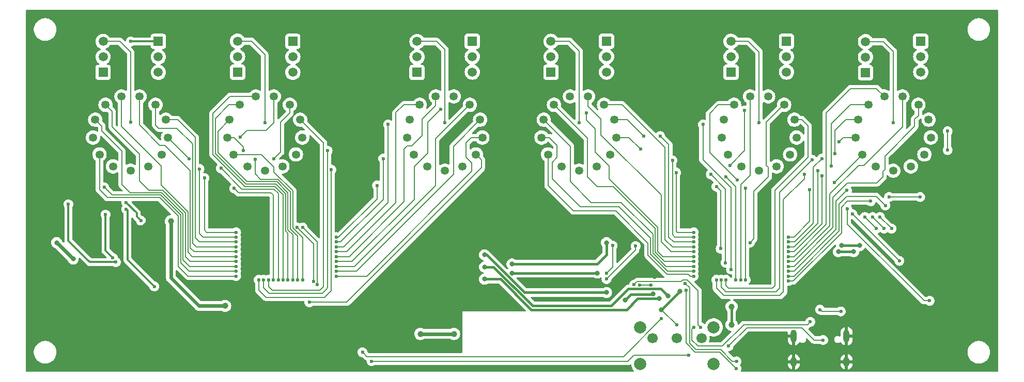
<source format=gbr>
%TF.GenerationSoftware,KiCad,Pcbnew,8.0.0*%
%TF.CreationDate,2024-03-05T13:39:49+01:00*%
%TF.ProjectId,nixie_clock_design,6e697869-655f-4636-9c6f-636b5f646573,rev?*%
%TF.SameCoordinates,Original*%
%TF.FileFunction,Copper,L2,Bot*%
%TF.FilePolarity,Positive*%
%FSLAX46Y46*%
G04 Gerber Fmt 4.6, Leading zero omitted, Abs format (unit mm)*
G04 Created by KiCad (PCBNEW 8.0.0) date 2024-03-05 13:39:49*
%MOMM*%
%LPD*%
G01*
G04 APERTURE LIST*
%TA.AperFunction,ComponentPad*%
%ADD10O,1.000000X2.100000*%
%TD*%
%TA.AperFunction,ComponentPad*%
%ADD11O,1.000000X1.600000*%
%TD*%
%TA.AperFunction,ComponentPad*%
%ADD12R,1.500000X1.500000*%
%TD*%
%TA.AperFunction,ComponentPad*%
%ADD13C,1.500000*%
%TD*%
%TA.AperFunction,ComponentPad*%
%ADD14C,1.348000*%
%TD*%
%TA.AperFunction,ComponentPad*%
%ADD15C,2.000000*%
%TD*%
%TA.AperFunction,ComponentPad*%
%ADD16C,1.700000*%
%TD*%
%TA.AperFunction,ViaPad*%
%ADD17C,0.600000*%
%TD*%
%TA.AperFunction,ViaPad*%
%ADD18C,0.800000*%
%TD*%
%TA.AperFunction,ViaPad*%
%ADD19C,2.000000*%
%TD*%
%TA.AperFunction,ViaPad*%
%ADD20C,1.000000*%
%TD*%
%TA.AperFunction,Conductor*%
%ADD21C,0.200000*%
%TD*%
%TA.AperFunction,Conductor*%
%ADD22C,0.400000*%
%TD*%
%TA.AperFunction,Conductor*%
%ADD23C,0.300000*%
%TD*%
%TA.AperFunction,Conductor*%
%ADD24C,1.600000*%
%TD*%
%TA.AperFunction,Conductor*%
%ADD25C,0.600000*%
%TD*%
G04 APERTURE END LIST*
D10*
%TO.P,USB1,13,SHIELD*%
%TO.N,GND*%
X206280000Y-122882500D03*
D11*
X206280000Y-127062500D03*
D10*
X214920000Y-122882500D03*
D11*
X214920000Y-127062500D03*
%TD*%
D12*
%TO.P,Q4,1,B*%
%TO.N,Net-(Q10-E)*%
X227100000Y-74420000D03*
D13*
%TO.P,Q4,2,E*%
%TO.N,+170V*%
X227100000Y-76960000D03*
%TO.P,Q4,3,C*%
%TO.N,Net-(Q10-B)*%
X227100000Y-79500000D03*
%TD*%
D12*
%TO.P,Q10,1,B*%
%TO.N,Net-(Q10-B)*%
X218050000Y-79587500D03*
D13*
%TO.P,Q10,2,E*%
%TO.N,Net-(Q10-E)*%
X218050000Y-77047500D03*
%TO.P,Q10,3,C*%
%TO.N,Net-(Q10-C)*%
X218050000Y-74507500D03*
%TD*%
D12*
%TO.P,Q8,1,B*%
%TO.N,Net-(Q2-C)*%
X115137500Y-79500000D03*
D13*
%TO.P,Q8,2,E*%
%TO.N,Net-(Q2-B)*%
X115137500Y-76960000D03*
%TO.P,Q8,3,C*%
%TO.N,Net-(Q8-C)*%
X115137500Y-74420000D03*
%TD*%
D14*
%TO.P,N6,0,0*%
%TO.N,/Nixie Driver/60*%
X217505800Y-93016300D03*
%TO.P,N6,1,1*%
%TO.N,/Nixie Driver/61*%
X227694200Y-93016300D03*
%TO.P,N6,2,2*%
%TO.N,/Nixie Driver/62*%
X228744800Y-90246100D03*
%TO.P,N6,3,3*%
%TO.N,/Nixie Driver/63*%
X228387700Y-87305000D03*
%TO.P,N6,4,4*%
%TO.N,/Nixie Driver/64*%
X226704700Y-84866800D03*
%TO.P,N6,5,5*%
%TO.N,/Nixie Driver/65*%
X224081300Y-83489900D03*
%TO.P,N6,6,6*%
%TO.N,/Nixie Driver/66*%
X221118700Y-83489900D03*
%TO.P,N6,7,7*%
%TO.N,/Nixie Driver/67*%
X218495300Y-84866800D03*
%TO.P,N6,8,8*%
%TO.N,/Nixie Driver/68*%
X216812300Y-87305000D03*
%TO.P,N6,9,9*%
%TO.N,/Nixie Driver/69*%
X216455200Y-90246100D03*
%TO.P,N6,A,A*%
%TO.N,Net-(Q10-C)*%
X222600000Y-95689900D03*
%TO.P,N6,LHDP,LHDP*%
%TO.N,unconnected-(N6-PadLHDP)*%
X225476600Y-94980900D03*
%TO.P,N6,RHDP,RHDP*%
%TO.N,unconnected-(N6-PadRHDP)*%
X219723400Y-94980900D03*
%TD*%
D12*
%TO.P,Q3,1,B*%
%TO.N,Net-(Q3-B)*%
X102150000Y-74450000D03*
D13*
%TO.P,Q3,2,E*%
%TO.N,+170V*%
X102150000Y-76990000D03*
%TO.P,Q3,3,C*%
%TO.N,Net-(Q3-C)*%
X102150000Y-79530000D03*
%TD*%
D15*
%TO.P,SW1,*%
%TO.N,*%
X181142500Y-121417500D03*
X181142500Y-127417500D03*
X193142500Y-121417500D03*
X193142500Y-127417500D03*
D16*
%TO.P,SW1,1,A*%
%TO.N,Net-(SW1-A)*%
X183142500Y-123167500D03*
%TO.P,SW1,2,B*%
%TO.N,Net-(SW1-B)*%
X187142500Y-123167500D03*
%TO.P,SW1,3,C*%
%TO.N,unconnected-(SW1-C-Pad3)*%
X191142500Y-123167500D03*
%TD*%
D12*
%TO.P,Q9,1,B*%
%TO.N,Net-(Q3-C)*%
X93100000Y-79540000D03*
D13*
%TO.P,Q9,2,E*%
%TO.N,Net-(Q3-B)*%
X93100000Y-77000000D03*
%TO.P,Q9,3,C*%
%TO.N,Net-(Q9-C)*%
X93100000Y-74460000D03*
%TD*%
D12*
%TO.P,Q1,1,B*%
%TO.N,Net-(Q1-B)*%
X153600000Y-74420000D03*
D13*
%TO.P,Q1,2,E*%
%TO.N,+170V*%
X153600000Y-76960000D03*
%TO.P,Q1,3,C*%
%TO.N,Net-(Q1-C)*%
X153600000Y-79500000D03*
%TD*%
D12*
%TO.P,Q6,1,B*%
%TO.N,Net-(Q12-E)*%
X175600000Y-74420000D03*
D13*
%TO.P,Q6,2,E*%
%TO.N,+170V*%
X175600000Y-76960000D03*
%TO.P,Q6,3,C*%
%TO.N,Net-(Q12-B)*%
X175600000Y-79500000D03*
%TD*%
D12*
%TO.P,Q12,1,B*%
%TO.N,Net-(Q12-B)*%
X166500000Y-79520000D03*
D13*
%TO.P,Q12,2,E*%
%TO.N,Net-(Q12-E)*%
X166500000Y-76980000D03*
%TO.P,Q12,3,C*%
%TO.N,Net-(Q12-C)*%
X166500000Y-74440000D03*
%TD*%
D14*
%TO.P,N1,0,0*%
%TO.N,/Nixie Driver/10*%
X92505800Y-93016300D03*
%TO.P,N1,1,1*%
%TO.N,/Nixie Driver/11*%
X102694200Y-93016300D03*
%TO.P,N1,2,2*%
%TO.N,/Nixie Driver/12*%
X103744800Y-90246100D03*
%TO.P,N1,3,3*%
%TO.N,/Nixie Driver/13*%
X103387700Y-87305000D03*
%TO.P,N1,4,4*%
%TO.N,/Nixie Driver/14*%
X101704700Y-84866800D03*
%TO.P,N1,5,5*%
%TO.N,/Nixie Driver/15*%
X99081300Y-83489900D03*
%TO.P,N1,6,6*%
%TO.N,/Nixie Driver/16*%
X96118700Y-83489900D03*
%TO.P,N1,7,7*%
%TO.N,/Nixie Driver/17*%
X93495300Y-84866800D03*
%TO.P,N1,8,8*%
%TO.N,/Nixie Driver/18*%
X91812300Y-87305000D03*
%TO.P,N1,9,9*%
%TO.N,/Nixie Driver/19*%
X91455200Y-90246100D03*
%TO.P,N1,A,A*%
%TO.N,Net-(Q9-C)*%
X97600000Y-95689900D03*
%TO.P,N1,LHDP,LHDP*%
%TO.N,unconnected-(N1-PadLHDP)*%
X100476600Y-94980900D03*
%TO.P,N1,RHDP,RHDP*%
%TO.N,unconnected-(N1-PadRHDP)*%
X94723400Y-94980900D03*
%TD*%
D12*
%TO.P,Q7,1,B*%
%TO.N,Net-(Q1-C)*%
X144550000Y-79550000D03*
D13*
%TO.P,Q7,2,E*%
%TO.N,Net-(Q1-B)*%
X144550000Y-77010000D03*
%TO.P,Q7,3,C*%
%TO.N,Net-(Q7-C)*%
X144550000Y-74470000D03*
%TD*%
D12*
%TO.P,Q5,1,B*%
%TO.N,Net-(Q11-E)*%
X205100000Y-74420000D03*
D13*
%TO.P,Q5,2,E*%
%TO.N,+170V*%
X205100000Y-76960000D03*
%TO.P,Q5,3,C*%
%TO.N,Net-(Q11-B)*%
X205100000Y-79500000D03*
%TD*%
D14*
%TO.P,N4,0,0*%
%TO.N,/Nixie Driver/40*%
X166005800Y-93016300D03*
%TO.P,N4,1,1*%
%TO.N,/Nixie Driver/41*%
X176194200Y-93016300D03*
%TO.P,N4,2,2*%
%TO.N,/Nixie Driver/42*%
X177244800Y-90246100D03*
%TO.P,N4,3,3*%
%TO.N,/Nixie Driver/43*%
X176887700Y-87305000D03*
%TO.P,N4,4,4*%
%TO.N,/Nixie Driver/44*%
X175204700Y-84866800D03*
%TO.P,N4,5,5*%
%TO.N,/Nixie Driver/45*%
X172581300Y-83489900D03*
%TO.P,N4,6,6*%
%TO.N,/Nixie Driver/46*%
X169618700Y-83489900D03*
%TO.P,N4,7,7*%
%TO.N,/Nixie Driver/47*%
X166995300Y-84866800D03*
%TO.P,N4,8,8*%
%TO.N,/Nixie Driver/48*%
X165312300Y-87305000D03*
%TO.P,N4,9,9*%
%TO.N,/Nixie Driver/49*%
X164955200Y-90246100D03*
%TO.P,N4,A,A*%
%TO.N,Net-(Q12-C)*%
X171100000Y-95689900D03*
%TO.P,N4,LHDP,LHDP*%
%TO.N,unconnected-(N4-PadLHDP)*%
X173976600Y-94980900D03*
%TO.P,N4,RHDP,RHDP*%
%TO.N,unconnected-(N4-PadRHDP)*%
X168223400Y-94980900D03*
%TD*%
D12*
%TO.P,Q11,1,B*%
%TO.N,Net-(Q11-B)*%
X196007500Y-79520000D03*
D13*
%TO.P,Q11,2,E*%
%TO.N,Net-(Q11-E)*%
X196007500Y-76980000D03*
%TO.P,Q11,3,C*%
%TO.N,Net-(Q11-C)*%
X196007500Y-74440000D03*
%TD*%
D14*
%TO.P,N3,0,0*%
%TO.N,/Nixie Driver/30*%
X144005800Y-93016300D03*
%TO.P,N3,1,1*%
%TO.N,/Nixie Driver/31*%
X154194200Y-93016300D03*
%TO.P,N3,2,2*%
%TO.N,/Nixie Driver/32*%
X155244800Y-90246100D03*
%TO.P,N3,3,3*%
%TO.N,/Nixie Driver/33*%
X154887700Y-87305000D03*
%TO.P,N3,4,4*%
%TO.N,/Nixie Driver/34*%
X153204700Y-84866800D03*
%TO.P,N3,5,5*%
%TO.N,/Nixie Driver/35*%
X150581300Y-83489900D03*
%TO.P,N3,6,6*%
%TO.N,/Nixie Driver/36*%
X147618700Y-83489900D03*
%TO.P,N3,7,7*%
%TO.N,/Nixie Driver/37*%
X144995300Y-84866800D03*
%TO.P,N3,8,8*%
%TO.N,/Nixie Driver/38*%
X143312300Y-87305000D03*
%TO.P,N3,9,9*%
%TO.N,/Nixie Driver/39*%
X142955200Y-90246100D03*
%TO.P,N3,A,A*%
%TO.N,Net-(Q7-C)*%
X149100000Y-95689900D03*
%TO.P,N3,LHDP,LHDP*%
%TO.N,unconnected-(N3-PadLHDP)*%
X151976600Y-94980900D03*
%TO.P,N3,RHDP,RHDP*%
%TO.N,unconnected-(N3-PadRHDP)*%
X146223400Y-94980900D03*
%TD*%
%TO.P,N2,0,0*%
%TO.N,/Nixie Driver/20*%
X114505800Y-93016300D03*
%TO.P,N2,1,1*%
%TO.N,/Nixie Driver/21*%
X124694200Y-93016300D03*
%TO.P,N2,2,2*%
%TO.N,/Nixie Driver/22*%
X125744800Y-90246100D03*
%TO.P,N2,3,3*%
%TO.N,/Nixie Driver/23*%
X125387700Y-87305000D03*
%TO.P,N2,4,4*%
%TO.N,/Nixie Driver/24*%
X123704700Y-84866800D03*
%TO.P,N2,5,5*%
%TO.N,/Nixie Driver/25*%
X121081300Y-83489900D03*
%TO.P,N2,6,6*%
%TO.N,/Nixie Driver/26*%
X118118700Y-83489900D03*
%TO.P,N2,7,7*%
%TO.N,/Nixie Driver/27*%
X115495300Y-84866800D03*
%TO.P,N2,8,8*%
%TO.N,/Nixie Driver/28*%
X113812300Y-87305000D03*
%TO.P,N2,9,9*%
%TO.N,/Nixie Driver/29*%
X113455200Y-90246100D03*
%TO.P,N2,A,A*%
%TO.N,Net-(Q8-C)*%
X119600000Y-95689900D03*
%TO.P,N2,LHDP,LHDP*%
%TO.N,unconnected-(N2-PadLHDP)*%
X122476600Y-94980900D03*
%TO.P,N2,RHDP,RHDP*%
%TO.N,unconnected-(N2-PadRHDP)*%
X116723400Y-94980900D03*
%TD*%
%TO.P,N5,0,0*%
%TO.N,/Nixie Driver/50*%
X195505800Y-93016300D03*
%TO.P,N5,1,1*%
%TO.N,/Nixie Driver/51*%
X205694200Y-93016300D03*
%TO.P,N5,2,2*%
%TO.N,/Nixie Driver/52*%
X206744800Y-90246100D03*
%TO.P,N5,3,3*%
%TO.N,/Nixie Driver/53*%
X206387700Y-87305000D03*
%TO.P,N5,4,4*%
%TO.N,/Nixie Driver/54*%
X204704700Y-84866800D03*
%TO.P,N5,5,5*%
%TO.N,/Nixie Driver/55*%
X202081300Y-83489900D03*
%TO.P,N5,6,6*%
%TO.N,/Nixie Driver/56*%
X199118700Y-83489900D03*
%TO.P,N5,7,7*%
%TO.N,/Nixie Driver/57*%
X196495300Y-84866800D03*
%TO.P,N5,8,8*%
%TO.N,/Nixie Driver/58*%
X194812300Y-87305000D03*
%TO.P,N5,9,9*%
%TO.N,/Nixie Driver/59*%
X194455200Y-90246100D03*
%TO.P,N5,A,A*%
%TO.N,Net-(Q11-C)*%
X200600000Y-95689900D03*
%TO.P,N5,LHDP,LHDP*%
%TO.N,unconnected-(N5-PadLHDP)*%
X203476600Y-94980900D03*
%TO.P,N5,RHDP,RHDP*%
%TO.N,unconnected-(N5-PadRHDP)*%
X197723400Y-94980900D03*
%TD*%
D12*
%TO.P,Q2,1,B*%
%TO.N,Net-(Q2-B)*%
X124187500Y-74450000D03*
D13*
%TO.P,Q2,2,E*%
%TO.N,+170V*%
X124187500Y-76990000D03*
%TO.P,Q2,3,C*%
%TO.N,Net-(Q2-C)*%
X124187500Y-79530000D03*
%TD*%
D17*
%TO.N,GND*%
X183500000Y-113175000D03*
D18*
X109600000Y-90600000D03*
X191300000Y-101200000D03*
X189700000Y-97100000D03*
X191400000Y-114600000D03*
X180600000Y-110700000D03*
X150000000Y-118000000D03*
X135200000Y-121900000D03*
X151000000Y-124600000D03*
X164200000Y-114100000D03*
X161200000Y-97000000D03*
X158700000Y-97000000D03*
X164000000Y-107600000D03*
X171400000Y-107800000D03*
X217100000Y-116000000D03*
X218100000Y-122500000D03*
X231300000Y-87200000D03*
X202900000Y-92900000D03*
X210200000Y-90300000D03*
X209700000Y-86500000D03*
X186800000Y-87400000D03*
X162200000Y-86500000D03*
X133400000Y-87400000D03*
X106800000Y-86500000D03*
D17*
X100500000Y-103900000D03*
X98200000Y-104800000D03*
D19*
X98850000Y-118650000D03*
X94500000Y-114300000D03*
D17*
%TO.N,/Nixie Driver/60*%
X212900000Y-97600000D03*
X205400000Y-106600000D03*
X208900000Y-98800000D03*
%TO.N,/Nixie Driver/69*%
X213700000Y-90900000D03*
X210900000Y-93700000D03*
X205400000Y-107400000D03*
%TO.N,/Nixie Driver/68*%
X213000000Y-92900000D03*
X210200000Y-95700000D03*
X205400000Y-108200000D03*
%TO.N,/Nixie Driver/67*%
X212400000Y-94900000D03*
X210900000Y-96500000D03*
X205400000Y-109000000D03*
%TO.N,/Nixie Driver/66*%
X205400000Y-109800000D03*
%TO.N,/Nixie Driver/65*%
X205400000Y-110600000D03*
%TO.N,/Nixie Driver/64*%
X205400000Y-111400000D03*
%TO.N,/Nixie Driver/63*%
X231500000Y-89200000D03*
X231500000Y-92300000D03*
X227000000Y-100000000D03*
X221900000Y-100000000D03*
X215000000Y-98900000D03*
X205400000Y-112200000D03*
%TO.N,/Nixie Driver/62*%
X221300000Y-101400000D03*
X205400000Y-113000000D03*
%TO.N,/Nixie Driver/61*%
X218900000Y-100700000D03*
X205400000Y-113800000D03*
%TO.N,/Nixie Driver/51*%
X208000000Y-96300000D03*
X193600000Y-113600000D03*
%TO.N,/Nixie Driver/52*%
X209300000Y-93900000D03*
X194400000Y-113600000D03*
%TO.N,/Nixie Driver/53*%
X195200000Y-113600000D03*
%TO.N,/Nixie Driver/54*%
X199100000Y-107500000D03*
%TO.N,/Nixie Driver/50*%
X193600000Y-98300000D03*
X194300000Y-108500000D03*
%TO.N,/Nixie Driver/59*%
X192700000Y-96300000D03*
X195100000Y-110800000D03*
%TO.N,/Nixie Driver/58*%
X191400000Y-88100000D03*
X196000000Y-111900000D03*
%TO.N,/Nixie Driver/55*%
X195200000Y-96700000D03*
X198200000Y-85800000D03*
X195800000Y-94800000D03*
X196800000Y-113600000D03*
%TO.N,/Nixie Driver/57*%
X197000000Y-97200000D03*
X198400000Y-98600000D03*
X198400000Y-113600000D03*
%TO.N,/Nixie Driver/56*%
X197600000Y-113600000D03*
%TO.N,/Nixie Driver/24*%
X114600000Y-98600000D03*
%TO.N,/Nixie Driver/29*%
X116100000Y-92400000D03*
X118000000Y-93800000D03*
%TO.N,/Nixie Driver/41*%
X187000000Y-96000000D03*
X189900000Y-105800000D03*
%TO.N,/Nixie Driver/19*%
X114900000Y-112200000D03*
X93300000Y-98400000D03*
%TO.N,/Nixie Driver/18*%
X114900000Y-111400000D03*
%TO.N,/Nixie Driver/17*%
X114900000Y-110600000D03*
%TO.N,/Nixie Driver/16*%
X114900000Y-109800000D03*
%TO.N,/Nixie Driver/15*%
X114900000Y-109000000D03*
%TO.N,/Nixie Driver/14*%
X114900000Y-108200000D03*
%TO.N,/Nixie Driver/13*%
X114900000Y-107400000D03*
%TO.N,/Nixie Driver/12*%
X114900000Y-106600000D03*
X108900000Y-95400000D03*
X107200000Y-93700000D03*
%TO.N,/Nixie Driver/11*%
X109700000Y-96900000D03*
X114900000Y-105800000D03*
%TO.N,/Nixie Driver/10*%
X114900000Y-113000000D03*
%TO.N,/Nixie Driver/29*%
X125000000Y-113600000D03*
%TO.N,/Nixie Driver/28*%
X124200000Y-113600000D03*
%TO.N,/Nixie Driver/27*%
X123400000Y-113600000D03*
%TO.N,/Nixie Driver/26*%
X122600000Y-113600000D03*
%TO.N,/Nixie Driver/25*%
X112400000Y-95300000D03*
X115600000Y-90200000D03*
X121800000Y-113600000D03*
%TO.N,/Nixie Driver/24*%
X121100000Y-93700000D03*
X121000000Y-113600000D03*
%TO.N,/Nixie Driver/23*%
X120200000Y-113600000D03*
%TO.N,/Nixie Driver/22*%
X129900000Y-92400000D03*
X119400000Y-113600000D03*
%TO.N,/Nixie Driver/21*%
X130500000Y-95500000D03*
X118600000Y-113600000D03*
%TO.N,/Nixie Driver/20*%
X125800000Y-113600000D03*
%TO.N,Net-(Q9-C)*%
X97600000Y-87700000D03*
%TO.N,/Nixie Driver/39*%
X131300000Y-107400000D03*
X139000000Y-93700000D03*
%TO.N,/Nixie Driver/38*%
X131300000Y-108200000D03*
X139800000Y-88100000D03*
%TO.N,/Nixie Driver/37*%
X131300000Y-109000000D03*
%TO.N,/Nixie Driver/36*%
X131300000Y-109800000D03*
%TO.N,/Nixie Driver/35*%
X148425000Y-85625000D03*
X131300000Y-110600000D03*
%TO.N,/Nixie Driver/34*%
X131300000Y-111400000D03*
%TO.N,/Nixie Driver/33*%
X131300000Y-112200000D03*
%TO.N,/Nixie Driver/32*%
X131300000Y-113000000D03*
%TO.N,/Nixie Driver/31*%
X126900000Y-117300000D03*
%TO.N,/Nixie Driver/30*%
X138000000Y-98100000D03*
X131300000Y-106600000D03*
%TO.N,Net-(Q8-C)*%
X119600000Y-87800000D03*
%TO.N,/Nixie Driver/49*%
X189900000Y-112200000D03*
%TO.N,/Nixie Driver/48*%
X189900000Y-111400000D03*
%TO.N,/Nixie Driver/47*%
X189900000Y-110600000D03*
%TO.N,/Nixie Driver/46*%
X189900000Y-109800000D03*
X172300000Y-86200000D03*
%TO.N,/Nixie Driver/45*%
X189900000Y-109000000D03*
%TO.N,/Nixie Driver/44*%
X189900000Y-108200000D03*
%TO.N,/Nixie Driver/43*%
X181700000Y-90000000D03*
X189900000Y-107400000D03*
X184400000Y-90000000D03*
%TO.N,/Nixie Driver/42*%
X186400000Y-94000000D03*
X181150000Y-92150000D03*
X189900000Y-106600000D03*
%TO.N,/Nixie Driver/40*%
X189900000Y-113000000D03*
%TO.N,Net-(Q7-C)*%
X149100000Y-87800000D03*
%TO.N,Net-(Q12-C)*%
X171100000Y-87800000D03*
%TO.N,Net-(Q11-C)*%
X200600000Y-87800000D03*
%TO.N,Net-(Q10-C)*%
X222600000Y-87800000D03*
%TO.N,Net-(Q3-B)*%
X97650000Y-74450000D03*
%TO.N,/Logic&PSU/HVCLK*%
X223600000Y-110500000D03*
X184600000Y-120000000D03*
X124900000Y-105000000D03*
X127600000Y-113900000D03*
X135600000Y-125500000D03*
X215900000Y-102800000D03*
%TO.N,/Logic&PSU/HVOE*%
X228560000Y-117040000D03*
X125800000Y-105000000D03*
X215050000Y-101950000D03*
X189100000Y-126000000D03*
X137100000Y-127000000D03*
X128200000Y-114400000D03*
%TO.N,/Logic&PSU/HVSTR*%
X219800000Y-105200000D03*
X217912500Y-103287500D03*
%TO.N,Net-(U4-3V3OUT)*%
X181000000Y-114450000D03*
X182900000Y-114450000D03*
D20*
%TO.N,+3V3*%
X196100000Y-121000000D03*
X145100000Y-122500000D03*
X150600000Y-122500000D03*
X196100000Y-118000000D03*
D17*
%TO.N,+5V*%
X96900000Y-100900000D03*
X99300000Y-103900000D03*
%TO.N,Net-(U7-VC)*%
X93500000Y-102900000D03*
X94700000Y-110000000D03*
%TO.N,Net-(D1-K)*%
X196875000Y-128225000D03*
X188600000Y-115300000D03*
%TO.N,Net-(D2-K)*%
X188500000Y-114200000D03*
X196900000Y-127000000D03*
D18*
%TO.N,USBD+*%
X178650000Y-116950000D03*
D17*
X191000000Y-121400000D03*
X211100000Y-123500000D03*
X195600000Y-124500000D03*
X180100000Y-114400000D03*
D18*
X183200000Y-115950000D03*
D17*
%TO.N,USBD-*%
X187100000Y-121000000D03*
D18*
X187600000Y-115500000D03*
D17*
X209000000Y-120500000D03*
D18*
X184600000Y-118500000D03*
D17*
X189896250Y-121403750D03*
D18*
%TO.N,Net-(D5-A)*%
X88200000Y-110200000D03*
X85500000Y-107500000D03*
D17*
%TO.N,RTS*%
X180365380Y-108075000D03*
X175600000Y-113500000D03*
%TO.N,DTR*%
X176600000Y-108000000D03*
X175600000Y-112500000D03*
D18*
%TO.N,Net-(Q14B-C2)*%
X175600000Y-115700000D03*
X155600000Y-109500000D03*
D17*
%TO.N,Net-(USB1-CC1)*%
X210600000Y-118500000D03*
X214000000Y-118800000D03*
%TO.N,HV_SHDN*%
X222300000Y-105200000D03*
X220400000Y-103300000D03*
D20*
%TO.N,Net-(Q15-S)*%
X104200000Y-104000000D03*
X113100000Y-117900000D03*
D17*
%TO.N,Net-(U7-FBX)*%
X95200000Y-110700000D03*
X87400000Y-101200000D03*
%TO.N,Net-(Q15-G)*%
X96900000Y-102000000D03*
X101500000Y-114700000D03*
D18*
%TO.N,RX*%
X160100000Y-111000000D03*
X175600000Y-107500000D03*
%TO.N,TX*%
X174100000Y-112500000D03*
X160100000Y-112500000D03*
%TO.N,Net-(U5-SCL)*%
X213600000Y-109000000D03*
X184200000Y-116700000D03*
X216100000Y-109000000D03*
X155600000Y-113500000D03*
D17*
%TO.N,/Logic&PSU/HVDATA*%
X219200000Y-103300000D03*
X221100000Y-105200000D03*
D18*
%TO.N,Net-(U5-SDA)*%
X214100000Y-108000000D03*
X185682107Y-116286522D03*
X155600000Y-111500000D03*
X217100000Y-108000000D03*
%TD*%
D21*
%TO.N,USBD+*%
X190600000Y-121000000D02*
X191000000Y-121400000D01*
X188800000Y-113600000D02*
X190600000Y-115400000D01*
X190600000Y-115400000D02*
X190600000Y-121000000D01*
X188100000Y-113600000D02*
X188800000Y-113600000D01*
X187800000Y-113900000D02*
X188100000Y-113600000D01*
X180100000Y-114400000D02*
X180600000Y-113900000D01*
X180600000Y-113900000D02*
X187800000Y-113900000D01*
%TO.N,Net-(U4-3V3OUT)*%
X181000000Y-114450000D02*
X182900000Y-114450000D01*
D22*
%TO.N,Net-(U5-SDA)*%
X185682107Y-116286522D02*
X184495585Y-115100000D01*
X184495585Y-115100000D02*
X179200000Y-115100000D01*
X157100000Y-111500000D02*
X155600000Y-111500000D01*
X179200000Y-115100000D02*
X176400000Y-117900000D01*
X163500000Y-117900000D02*
X157100000Y-111500000D01*
X176400000Y-117900000D02*
X163500000Y-117900000D01*
%TO.N,USBD+*%
X183150000Y-116000000D02*
X179600000Y-116000000D01*
X183200000Y-115950000D02*
X183150000Y-116000000D01*
X179600000Y-116000000D02*
X178650000Y-116950000D01*
%TO.N,Net-(U5-SCL)*%
X163251472Y-118500000D02*
X158251472Y-113500000D01*
X180700000Y-116700000D02*
X178900000Y-118500000D01*
X178900000Y-118500000D02*
X163251472Y-118500000D01*
X184200000Y-116700000D02*
X180700000Y-116700000D01*
X158251472Y-113500000D02*
X155600000Y-113500000D01*
D21*
%TO.N,USBD-*%
X189600000Y-121700000D02*
X189896250Y-121403750D01*
X198100000Y-121000000D02*
X194600000Y-124500000D01*
X190600000Y-124500000D02*
X189600000Y-123500000D01*
X189600000Y-123500000D02*
X189600000Y-121700000D01*
X208500000Y-121000000D02*
X198100000Y-121000000D01*
X194600000Y-124500000D02*
X190600000Y-124500000D01*
X209000000Y-120500000D02*
X208500000Y-121000000D01*
%TO.N,/Nixie Driver/35*%
X133900000Y-110600000D02*
X131300000Y-110600000D01*
X146300000Y-87750000D02*
X146300000Y-92800000D01*
X148425000Y-85625000D02*
X146300000Y-87750000D01*
X144100000Y-95000000D02*
X144100000Y-100400000D01*
X146300000Y-92800000D02*
X144100000Y-95000000D01*
X144100000Y-100400000D02*
X133900000Y-110600000D01*
%TO.N,/Nixie Driver/25*%
X121081300Y-87818700D02*
X121081300Y-83489900D01*
X119800000Y-89100000D02*
X121081300Y-87818700D01*
X115600000Y-90200000D02*
X116700000Y-89100000D01*
X116700000Y-89100000D02*
X119800000Y-89100000D01*
%TO.N,/Nixie Driver/24*%
X123704700Y-86195300D02*
X123704700Y-84866800D01*
X122200000Y-87700000D02*
X123704700Y-86195300D01*
X122200000Y-92600000D02*
X122200000Y-87700000D01*
X121100000Y-93700000D02*
X122200000Y-92600000D01*
%TO.N,/Nixie Driver/10*%
X92505800Y-98805800D02*
X92505800Y-93016300D01*
X93800000Y-100100000D02*
X92505800Y-98805800D01*
X105400000Y-103100000D02*
X102400000Y-100100000D01*
X105400000Y-111400000D02*
X105400000Y-103100000D01*
X107000000Y-113000000D02*
X105400000Y-111400000D01*
X102400000Y-100100000D02*
X93800000Y-100100000D01*
X114900000Y-113000000D02*
X107000000Y-113000000D01*
%TO.N,/Nixie Driver/19*%
X107200000Y-112200000D02*
X114900000Y-112200000D01*
X105800000Y-110800000D02*
X107200000Y-112200000D01*
X105800000Y-102934315D02*
X105800000Y-110800000D01*
X102565685Y-99700000D02*
X105800000Y-102934315D01*
X94600000Y-99700000D02*
X102565685Y-99700000D01*
X93300000Y-98400000D02*
X94600000Y-99700000D01*
%TO.N,/Nixie Driver/18*%
X92903650Y-88396350D02*
X91812300Y-87305000D01*
X92903650Y-89203650D02*
X92903650Y-88396350D01*
X96200000Y-92500000D02*
X92903650Y-89203650D01*
X96200000Y-97950000D02*
X96200000Y-92500000D01*
X97550000Y-99300000D02*
X96200000Y-97950000D01*
X102731370Y-99300000D02*
X97550000Y-99300000D01*
X106200000Y-102768630D02*
X102731370Y-99300000D01*
X107300000Y-111400000D02*
X106200000Y-110300000D01*
X106200000Y-110300000D02*
X106200000Y-102768630D01*
X114028513Y-111400000D02*
X107300000Y-111400000D01*
%TO.N,/Nixie Driver/17*%
X94600000Y-88500000D02*
X94600000Y-85971500D01*
X100600000Y-98900000D02*
X99100000Y-97400000D01*
X102897055Y-98900000D02*
X100600000Y-98900000D01*
X106600000Y-102602945D02*
X102897055Y-98900000D01*
X107400000Y-110600000D02*
X106600000Y-109800000D01*
X94600000Y-85971500D02*
X93495300Y-84866800D01*
X114900000Y-110600000D02*
X107400000Y-110600000D01*
X106600000Y-109800000D02*
X106600000Y-102602945D01*
X99100000Y-93000000D02*
X94600000Y-88500000D01*
X99100000Y-97400000D02*
X99100000Y-93000000D01*
%TO.N,Net-(USB1-CC1)*%
X214000000Y-118800000D02*
X210900000Y-118800000D01*
X210900000Y-118800000D02*
X210600000Y-118500000D01*
%TO.N,USBD+*%
X207600000Y-121500000D02*
X198600000Y-121500000D01*
X209600000Y-123500000D02*
X207600000Y-121500000D01*
X211100000Y-123500000D02*
X209600000Y-123500000D01*
X198600000Y-121500000D02*
X195600000Y-124500000D01*
%TO.N,Net-(D2-K)*%
X189200000Y-114900000D02*
X188500000Y-114200000D01*
X189200000Y-124034314D02*
X189200000Y-114900000D01*
X190265686Y-125100000D02*
X189200000Y-124034314D01*
X196215686Y-127000000D02*
X194315686Y-125100000D01*
X196900000Y-127000000D02*
X196215686Y-127000000D01*
X194315686Y-125100000D02*
X190265686Y-125100000D01*
%TO.N,Net-(D1-K)*%
X188600000Y-124000000D02*
X188600000Y-115300000D01*
X190100000Y-125500000D02*
X188600000Y-124000000D01*
X194150000Y-125500000D02*
X190100000Y-125500000D01*
X196875000Y-128225000D02*
X194150000Y-125500000D01*
%TO.N,/Nixie Driver/40*%
X166005800Y-98105800D02*
X166005800Y-93016300D01*
X170200000Y-102300000D02*
X166005800Y-98105800D01*
X177100000Y-102300000D02*
X170200000Y-102300000D01*
X185500000Y-112700000D02*
X182400000Y-109600000D01*
X182400000Y-109600000D02*
X182400000Y-107600000D01*
X182400000Y-107600000D02*
X177100000Y-102300000D01*
X189000000Y-112700000D02*
X185500000Y-112700000D01*
X189300000Y-113000000D02*
X189000000Y-112700000D01*
X189900000Y-113000000D02*
X189300000Y-113000000D01*
%TO.N,/Nixie Driver/60*%
X208900000Y-104000000D02*
X208900000Y-98800000D01*
X206300000Y-106600000D02*
X208900000Y-104000000D01*
X205400000Y-106600000D02*
X206300000Y-106600000D01*
%TO.N,/Nixie Driver/69*%
X209500000Y-95100000D02*
X210900000Y-93700000D01*
X206400000Y-107400000D02*
X209500000Y-104300000D01*
X205400000Y-107400000D02*
X206400000Y-107400000D01*
X209500000Y-104300000D02*
X209500000Y-95100000D01*
%TO.N,/Nixie Driver/68*%
X210200000Y-104300000D02*
X210200000Y-95700000D01*
X205400000Y-108200000D02*
X206300000Y-108200000D01*
X206300000Y-108200000D02*
X210200000Y-104300000D01*
%TO.N,/Nixie Driver/67*%
X206300000Y-109000000D02*
X205400000Y-109000000D01*
X210900000Y-104400000D02*
X206300000Y-109000000D01*
X210900000Y-96500000D02*
X210900000Y-104400000D01*
%TO.N,/Nixie Driver/66*%
X219828800Y-82200000D02*
X221118700Y-83489900D01*
X215600000Y-82200000D02*
X219828800Y-82200000D01*
X211600000Y-86200000D02*
X215600000Y-82200000D01*
X211600000Y-104500000D02*
X211600000Y-86200000D01*
X206300000Y-109800000D02*
X211600000Y-104500000D01*
X205400000Y-109800000D02*
X206300000Y-109800000D01*
%TO.N,/Nixie Driver/65*%
X224081300Y-88518700D02*
X224081300Y-83489900D01*
X217800000Y-94800000D02*
X224081300Y-88518700D01*
X216900000Y-94800000D02*
X217800000Y-94800000D01*
X212200000Y-99500000D02*
X216900000Y-94800000D01*
X212200000Y-104700000D02*
X212200000Y-99500000D01*
X205400000Y-110600000D02*
X206300000Y-110600000D01*
X206300000Y-110600000D02*
X212200000Y-104700000D01*
%TO.N,/Nixie Driver/64*%
X212700000Y-105000000D02*
X206300000Y-111400000D01*
X212700000Y-100100000D02*
X212700000Y-105000000D01*
X215100000Y-97700000D02*
X212700000Y-100100000D01*
X219900000Y-97700000D02*
X215100000Y-97700000D01*
X221200000Y-95500000D02*
X220900000Y-95800000D01*
X220900000Y-96700000D02*
X219900000Y-97700000D01*
X206300000Y-111400000D02*
X205400000Y-111400000D01*
X221200000Y-93300000D02*
X221200000Y-95500000D01*
X226100000Y-87200000D02*
X226100000Y-88400000D01*
X226100000Y-88400000D02*
X221200000Y-93300000D01*
X226704700Y-86595300D02*
X226100000Y-87200000D01*
X226704700Y-84866800D02*
X226704700Y-86595300D01*
X220900000Y-95800000D02*
X220900000Y-96700000D01*
%TO.N,/Nixie Driver/63*%
X213200000Y-100700000D02*
X215000000Y-98900000D01*
X213200000Y-105300000D02*
X213200000Y-100700000D01*
X206300000Y-112200000D02*
X213200000Y-105300000D01*
X205400000Y-112200000D02*
X206300000Y-112200000D01*
%TO.N,/Nixie Driver/62*%
X215000000Y-99900000D02*
X219800000Y-99900000D01*
X219800000Y-99900000D02*
X221300000Y-101400000D01*
X213700000Y-101200000D02*
X215000000Y-99900000D01*
X213700000Y-105600000D02*
X213700000Y-101200000D01*
X205400000Y-113000000D02*
X206300000Y-113000000D01*
X206300000Y-113000000D02*
X213700000Y-105600000D01*
%TO.N,/Nixie Driver/61*%
X215052149Y-100700000D02*
X218900000Y-100700000D01*
X214100000Y-101652149D02*
X215052149Y-100700000D01*
X214100000Y-105900000D02*
X214100000Y-101652149D01*
X206200000Y-113800000D02*
X214100000Y-105900000D01*
X205400000Y-113800000D02*
X206200000Y-113800000D01*
%TO.N,/Nixie Driver/11*%
X110100000Y-105800000D02*
X109700000Y-105400000D01*
X114900000Y-105800000D02*
X110100000Y-105800000D01*
X109700000Y-105400000D02*
X109700000Y-96900000D01*
%TO.N,/Logic&PSU/HVOE*%
X228560000Y-117040000D02*
X227640000Y-117040000D01*
X215050000Y-104450000D02*
X215050000Y-101950000D01*
X227640000Y-117040000D02*
X215050000Y-104450000D01*
%TO.N,HV_SHDN*%
X222300000Y-105200000D02*
X220400000Y-103300000D01*
%TO.N,/Logic&PSU/HVDATA*%
X221100000Y-105200000D02*
X219200000Y-103300000D01*
%TO.N,/Logic&PSU/HVSTR*%
X217912500Y-103312500D02*
X217912500Y-103287500D01*
X219800000Y-105200000D02*
X217912500Y-103312500D01*
%TO.N,/Logic&PSU/HVCLK*%
X215900000Y-102800000D02*
X223600000Y-110500000D01*
%TO.N,/Nixie Driver/59*%
X195100000Y-98700000D02*
X195100000Y-110800000D01*
X192700000Y-96300000D02*
X195100000Y-98700000D01*
%TO.N,/Nixie Driver/55*%
X195200000Y-96700000D02*
X196800000Y-98300000D01*
X196800000Y-98300000D02*
X196800000Y-113600000D01*
D23*
%TO.N,GND*%
X99600000Y-104800000D02*
X98200000Y-104800000D01*
X100500000Y-103900000D02*
X99600000Y-104800000D01*
D24*
X98300000Y-118100000D02*
X94500000Y-114300000D01*
X98850000Y-118650000D02*
X98300000Y-118100000D01*
D21*
%TO.N,/Nixie Driver/60*%
X217483700Y-93016300D02*
X217505800Y-93016300D01*
X212900000Y-97600000D02*
X217483700Y-93016300D01*
%TO.N,/Nixie Driver/69*%
X214353900Y-90246100D02*
X216455200Y-90246100D01*
X213700000Y-90900000D02*
X214353900Y-90246100D01*
%TO.N,/Nixie Driver/68*%
X214795000Y-87305000D02*
X216812300Y-87305000D01*
X213000000Y-92900000D02*
X213000000Y-89100000D01*
X213000000Y-89100000D02*
X214795000Y-87305000D01*
%TO.N,/Nixie Driver/51*%
X204600000Y-100400000D02*
X204600000Y-115600000D01*
X194800000Y-116200000D02*
X193600000Y-115000000D01*
X208000000Y-97000000D02*
X204600000Y-100400000D01*
X193600000Y-115000000D02*
X193600000Y-113600000D01*
X204600000Y-115600000D02*
X204000000Y-116200000D01*
X204000000Y-116200000D02*
X194800000Y-116200000D01*
X208000000Y-96300000D02*
X208000000Y-97000000D01*
%TO.N,/Nixie Driver/52*%
X195200000Y-115600000D02*
X194400000Y-114800000D01*
X204000000Y-115000000D02*
X203400000Y-115600000D01*
X203400000Y-115600000D02*
X195200000Y-115600000D01*
X204000000Y-99200000D02*
X204000000Y-115000000D01*
X209300000Y-93900000D02*
X204000000Y-99200000D01*
X194400000Y-114800000D02*
X194400000Y-113600000D01*
%TO.N,/Nixie Driver/53*%
X207605000Y-87305000D02*
X206387700Y-87305000D01*
X208600000Y-88300000D02*
X207605000Y-87305000D01*
X208600000Y-93500000D02*
X208600000Y-88300000D01*
X202800000Y-115000000D02*
X203200000Y-114600000D01*
X203200000Y-114600000D02*
X203200000Y-98900000D01*
X195600000Y-115000000D02*
X202800000Y-115000000D01*
X195200000Y-114600000D02*
X195600000Y-115000000D01*
X195200000Y-113600000D02*
X195200000Y-114600000D01*
X203200000Y-98900000D02*
X208600000Y-93500000D01*
%TO.N,/Nixie Driver/67*%
X215533200Y-84866800D02*
X218495300Y-84866800D01*
X212400000Y-88000000D02*
X215533200Y-84866800D01*
X212400000Y-94900000D02*
X212400000Y-88000000D01*
%TO.N,/Nixie Driver/63*%
X231500000Y-91900000D02*
X231500000Y-89200000D01*
X221900000Y-100000000D02*
X227000000Y-100000000D01*
X231500000Y-92300000D02*
X231500000Y-91900000D01*
%TO.N,/Nixie Driver/50*%
X194300000Y-99000000D02*
X193600000Y-98300000D01*
X194300000Y-108500000D02*
X194300000Y-99000000D01*
%TO.N,/Nixie Driver/54*%
X201800000Y-94800000D02*
X201800000Y-87700000D01*
X202100000Y-95100000D02*
X201800000Y-94800000D01*
X202100000Y-96700000D02*
X202100000Y-95100000D01*
X199700000Y-99100000D02*
X202100000Y-96700000D01*
X204633200Y-84866800D02*
X204704700Y-84866800D01*
X199100000Y-107500000D02*
X199700000Y-106900000D01*
X199700000Y-106900000D02*
X199700000Y-99100000D01*
X201800000Y-87700000D02*
X204633200Y-84866800D01*
%TO.N,/Nixie Driver/58*%
X191400000Y-93877818D02*
X191400000Y-88100000D01*
X196000000Y-98477818D02*
X191400000Y-93877818D01*
X196000000Y-111900000D02*
X196000000Y-98477818D01*
%TO.N,/Nixie Driver/55*%
X198200000Y-92400000D02*
X198200000Y-85800000D01*
X195800000Y-94800000D02*
X198200000Y-92400000D01*
%TO.N,/Nixie Driver/57*%
X192500000Y-92700000D02*
X192500000Y-86300000D01*
X192500000Y-86300000D02*
X193933200Y-84866800D01*
X197000000Y-97200000D02*
X192500000Y-92700000D01*
X193933200Y-84866800D02*
X196495300Y-84866800D01*
X198400000Y-113600000D02*
X198400000Y-98600000D01*
%TO.N,/Nixie Driver/56*%
X197600000Y-98000000D02*
X199118700Y-96481300D01*
X197600000Y-113600000D02*
X197600000Y-98000000D01*
X199118700Y-96481300D02*
X199118700Y-83489900D01*
%TO.N,/Nixie Driver/24*%
X121000000Y-103600000D02*
X121000000Y-113600000D01*
X121000000Y-100000000D02*
X121000000Y-99700000D01*
X115300000Y-99300000D02*
X114600000Y-98600000D01*
X120600000Y-99300000D02*
X115300000Y-99300000D01*
X121000000Y-99700000D02*
X120600000Y-99300000D01*
X121000000Y-103600000D02*
X121000000Y-100000000D01*
%TO.N,/Nixie Driver/25*%
X121800000Y-99428430D02*
X121800000Y-113600000D01*
X121071570Y-98700000D02*
X121800000Y-99428430D01*
X115800000Y-98700000D02*
X121071570Y-98700000D01*
X112400000Y-95300000D02*
X115800000Y-98700000D01*
%TO.N,/Nixie Driver/26*%
X111100000Y-86300000D02*
X113910100Y-83489900D01*
X111100000Y-93031371D02*
X111100000Y-86300000D01*
X116368628Y-98300000D02*
X111100000Y-93031371D01*
X122600000Y-99662744D02*
X121237256Y-98300000D01*
X122600000Y-113600000D02*
X122600000Y-99662744D01*
X121237256Y-98300000D02*
X116368628Y-98300000D01*
X113910100Y-83489900D02*
X118118700Y-83489900D01*
%TO.N,/Nixie Driver/27*%
X113733200Y-84866800D02*
X115495300Y-84866800D01*
X111500000Y-87100000D02*
X113733200Y-84866800D01*
X116534314Y-97900000D02*
X111500000Y-92865686D01*
X121402942Y-97900000D02*
X116534314Y-97900000D01*
X123000000Y-99497058D02*
X121402942Y-97900000D01*
X111500000Y-92865686D02*
X111500000Y-87100000D01*
X123000000Y-105574873D02*
X123000000Y-99497058D01*
X123400000Y-105974874D02*
X123000000Y-105574873D01*
X123400000Y-113600000D02*
X123400000Y-105974874D01*
%TO.N,/Nixie Driver/28*%
X111900000Y-89217300D02*
X113812300Y-87305000D01*
X111900000Y-92700000D02*
X111900000Y-89217300D01*
X116700000Y-97500000D02*
X111900000Y-92700000D01*
X123400000Y-105409188D02*
X123400000Y-99331372D01*
X121568628Y-97500000D02*
X116700000Y-97500000D01*
X124200000Y-106209190D02*
X123400000Y-105409188D01*
X123400000Y-99331372D02*
X121568628Y-97500000D01*
X124200000Y-113600000D02*
X124200000Y-106209190D01*
%TO.N,/Nixie Driver/29*%
X121734314Y-97100000D02*
X118900000Y-97100000D01*
X118900000Y-97100000D02*
X118000000Y-96200000D01*
X123800000Y-99165686D02*
X121734314Y-97100000D01*
X123800000Y-105243503D02*
X123800000Y-99165686D01*
X118000000Y-96200000D02*
X118000000Y-93800000D01*
X125000000Y-106443504D02*
X123800000Y-105243503D01*
X125000000Y-113600000D02*
X125000000Y-106443504D01*
X114546100Y-90246100D02*
X113455200Y-90246100D01*
X116100000Y-91800000D02*
X114546100Y-90246100D01*
X116100000Y-92400000D02*
X116100000Y-91800000D01*
%TO.N,/Nixie Driver/20*%
X119016300Y-93016300D02*
X114505800Y-93016300D01*
X121100000Y-95100000D02*
X119016300Y-93016300D01*
X121100000Y-95900000D02*
X121100000Y-95100000D01*
X124200000Y-99000000D02*
X121100000Y-95900000D01*
X124200000Y-105077818D02*
X124200000Y-99000000D01*
X125800000Y-106677818D02*
X124200000Y-105077818D01*
X125800000Y-113600000D02*
X125800000Y-106677818D01*
%TO.N,/Nixie Driver/41*%
X187000000Y-105600000D02*
X187000000Y-96000000D01*
X187200000Y-105800000D02*
X187000000Y-105600000D01*
X189900000Y-105800000D02*
X187200000Y-105800000D01*
%TO.N,/Nixie Driver/18*%
X114889329Y-111400000D02*
X114239329Y-111400000D01*
X114900000Y-111400000D02*
X114889329Y-111400000D01*
X114239329Y-111400000D02*
X114028513Y-111400000D01*
%TO.N,/Nixie Driver/16*%
X114900000Y-109800000D02*
X107700000Y-109800000D01*
X96118700Y-88418700D02*
X96118700Y-83489900D01*
X102600000Y-98037259D02*
X102600000Y-94900000D01*
X102600000Y-94900000D02*
X96118700Y-88418700D01*
X107000000Y-109100000D02*
X107000000Y-102437259D01*
X107700000Y-109800000D02*
X107000000Y-109100000D01*
X107000000Y-102437259D02*
X102600000Y-98037259D01*
%TO.N,/Nixie Driver/15*%
X102400000Y-91500000D02*
X99081300Y-88181300D01*
X114900000Y-109000000D02*
X108000000Y-109000000D01*
X99081300Y-88181300D02*
X99081300Y-83489900D01*
X107400000Y-108400000D02*
X107400000Y-95700000D01*
X108000000Y-109000000D02*
X107400000Y-108400000D01*
X103200000Y-91500000D02*
X102400000Y-91500000D01*
X107400000Y-95700000D02*
X103200000Y-91500000D01*
%TO.N,/Nixie Driver/14*%
X101704700Y-88204700D02*
X101704700Y-84866800D01*
X114900000Y-108200000D02*
X108400000Y-108200000D01*
X102200000Y-88700000D02*
X101704700Y-88204700D01*
X105200000Y-88700000D02*
X102200000Y-88700000D01*
X107800000Y-91300000D02*
X105200000Y-88700000D01*
X108400000Y-108200000D02*
X107800000Y-107600000D01*
X107800000Y-107600000D02*
X107800000Y-91300000D01*
%TO.N,/Nixie Driver/13*%
X105100000Y-87300000D02*
X105095000Y-87305000D01*
X108200000Y-106700000D02*
X108200000Y-90200000D01*
X108200000Y-90200000D02*
X105300000Y-87300000D01*
X108900000Y-107400000D02*
X108200000Y-106700000D01*
X105300000Y-87300000D02*
X105100000Y-87300000D01*
X114900000Y-107400000D02*
X108900000Y-107400000D01*
X105095000Y-87305000D02*
X103387700Y-87305000D01*
%TO.N,/Nixie Driver/12*%
X108900000Y-95400000D02*
X108900000Y-106000000D01*
X108900000Y-106000000D02*
X109500000Y-106600000D01*
X109500000Y-106600000D02*
X114900000Y-106600000D01*
X107200000Y-93700000D02*
X107198700Y-93700000D01*
X107198700Y-93700000D02*
X103744800Y-90246100D01*
%TO.N,/Nixie Driver/23*%
X120200000Y-113600000D02*
X120200000Y-114700000D01*
X128650000Y-115300000D02*
X129200000Y-114750000D01*
X129200000Y-91117300D02*
X125387700Y-87305000D01*
X120200000Y-114700000D02*
X120800000Y-115300000D01*
X129200000Y-114750000D02*
X129200000Y-91117300D01*
X120800000Y-115300000D02*
X128650000Y-115300000D01*
%TO.N,/Nixie Driver/22*%
X119400000Y-114900000D02*
X120000000Y-115500000D01*
X120000000Y-115500000D02*
X120300000Y-115800000D01*
X129000000Y-115800000D02*
X129600000Y-115200000D01*
X122900000Y-115800000D02*
X129000000Y-115800000D01*
X120300000Y-115800000D02*
X122900000Y-115800000D01*
X129600000Y-115200000D02*
X129900000Y-114900000D01*
X129900000Y-114900000D02*
X129900000Y-92400000D01*
X119400000Y-113600000D02*
X119400000Y-114900000D01*
%TO.N,/Nixie Driver/21*%
X118600000Y-115300000D02*
X119500000Y-116200000D01*
X122800000Y-116500000D02*
X129400000Y-116500000D01*
X119500000Y-116200000D02*
X119800000Y-116500000D01*
X130500000Y-115400000D02*
X130500000Y-95500000D01*
X118600000Y-113600000D02*
X118600000Y-115300000D01*
X129400000Y-116500000D02*
X130500000Y-115400000D01*
X119800000Y-116500000D02*
X122800000Y-116500000D01*
%TO.N,Net-(Q9-C)*%
X97600000Y-76200000D02*
X95860000Y-74460000D01*
X97600000Y-87700000D02*
X97600000Y-76200000D01*
X95860000Y-74460000D02*
X93100000Y-74460000D01*
%TO.N,/Nixie Driver/39*%
X132000000Y-107400000D02*
X139000000Y-100400000D01*
X131300000Y-107400000D02*
X132000000Y-107400000D01*
X139000000Y-100400000D02*
X139000000Y-93700000D01*
%TO.N,/Nixie Driver/38*%
X131300000Y-108200000D02*
X132500000Y-108200000D01*
X132500000Y-108200000D02*
X139800000Y-100900000D01*
X139800000Y-100900000D02*
X139800000Y-88100000D01*
%TO.N,/Nixie Driver/37*%
X142387660Y-84866800D02*
X144995300Y-84866800D01*
X141100000Y-100900000D02*
X141100000Y-86154460D01*
X133000000Y-109000000D02*
X141100000Y-100900000D01*
X131300000Y-109000000D02*
X133000000Y-109000000D01*
X141100000Y-86154460D02*
X142387660Y-84866800D01*
%TO.N,/Nixie Driver/36*%
X142400000Y-100800000D02*
X142400000Y-92100000D01*
X131300000Y-109800000D02*
X133400000Y-109800000D01*
X145400000Y-87200000D02*
X147618700Y-84981300D01*
X147618700Y-84981300D02*
X147618700Y-83489900D01*
X142900000Y-91600000D02*
X143700000Y-91600000D01*
X142400000Y-92100000D02*
X142900000Y-91600000D01*
X145400000Y-89900000D02*
X145400000Y-87200000D01*
X133400000Y-109800000D02*
X142400000Y-100800000D01*
X143700000Y-91600000D02*
X145400000Y-89900000D01*
%TO.N,/Nixie Driver/34*%
X134300000Y-111400000D02*
X147600000Y-98100000D01*
X147600000Y-90471500D02*
X153204700Y-84866800D01*
X147600000Y-98100000D02*
X147600000Y-90471500D01*
X131300000Y-111400000D02*
X134300000Y-111400000D01*
%TO.N,/Nixie Driver/33*%
X134600000Y-112200000D02*
X150500000Y-96300000D01*
X131300000Y-112200000D02*
X134600000Y-112200000D01*
X150500000Y-96300000D02*
X150500000Y-91692700D01*
X150500000Y-91692700D02*
X154887700Y-87305000D01*
%TO.N,/Nixie Driver/32*%
X153453900Y-90246100D02*
X155244800Y-90246100D01*
X152600000Y-93500000D02*
X152600000Y-91100000D01*
X152600000Y-91100000D02*
X153453900Y-90246100D01*
X136300000Y-113000000D02*
X153500000Y-95800000D01*
X131300000Y-113000000D02*
X136300000Y-113000000D01*
X153500000Y-94400000D02*
X152600000Y-93500000D01*
X153500000Y-95800000D02*
X153500000Y-94400000D01*
%TO.N,/Nixie Driver/31*%
X126900000Y-117300000D02*
X133000000Y-117300000D01*
X155100000Y-93922100D02*
X154194200Y-93016300D01*
X133000000Y-117300000D02*
X155100000Y-95200000D01*
X155100000Y-95200000D02*
X155100000Y-93922100D01*
%TO.N,/Nixie Driver/30*%
X138000000Y-100300000D02*
X131700000Y-106600000D01*
X138000000Y-98100000D02*
X138000000Y-100300000D01*
X131700000Y-106600000D02*
X131300000Y-106600000D01*
%TO.N,Net-(Q8-C)*%
X117420000Y-74420000D02*
X115137500Y-74420000D01*
X119600000Y-87800000D02*
X119600000Y-76600000D01*
X119600000Y-76600000D02*
X117420000Y-74420000D01*
%TO.N,/Nixie Driver/49*%
X177600000Y-101600000D02*
X171300000Y-101600000D01*
X171300000Y-101600000D02*
X166700000Y-97000000D01*
X182800000Y-109434314D02*
X182800000Y-106800000D01*
X166700000Y-94300000D02*
X167500000Y-93500000D01*
X166246100Y-90246100D02*
X164955200Y-90246100D01*
X166700000Y-97000000D02*
X166700000Y-94300000D01*
X167500000Y-91500000D02*
X166246100Y-90246100D01*
X167500000Y-93500000D02*
X167500000Y-91500000D01*
X185565686Y-112200000D02*
X182800000Y-109434314D01*
X182800000Y-106800000D02*
X177600000Y-101600000D01*
X189900000Y-112200000D02*
X185565686Y-112200000D01*
%TO.N,/Nixie Driver/48*%
X178000000Y-100900000D02*
X173100000Y-100900000D01*
X169700000Y-91692700D02*
X165312300Y-87305000D01*
X189900000Y-111400000D02*
X185331372Y-111400000D01*
X185331372Y-111400000D02*
X183200000Y-109268628D01*
X173100000Y-100900000D02*
X169700000Y-97500000D01*
X183200000Y-109268628D02*
X183200000Y-106100000D01*
X183200000Y-106100000D02*
X178000000Y-100900000D01*
X169700000Y-97500000D02*
X169700000Y-91692700D01*
%TO.N,/Nixie Driver/47*%
X183600000Y-109100000D02*
X183600000Y-105200000D01*
X185100000Y-110600000D02*
X183600000Y-109100000D01*
X176700000Y-98300000D02*
X174100000Y-98300000D01*
X183600000Y-105200000D02*
X176700000Y-98300000D01*
X189900000Y-110600000D02*
X185100000Y-110600000D01*
X174100000Y-98300000D02*
X172500000Y-96700000D01*
X172500000Y-90371500D02*
X166995300Y-84866800D01*
X172500000Y-96700000D02*
X172500000Y-90371500D01*
%TO.N,/Nixie Driver/46*%
X176000000Y-97034315D02*
X184000000Y-105034315D01*
X184000000Y-105034315D02*
X184000000Y-108934314D01*
X172300000Y-87400000D02*
X173700000Y-88800000D01*
X173700000Y-92600000D02*
X176000000Y-94900000D01*
X172300000Y-86200000D02*
X172300000Y-87400000D01*
X184865686Y-109800000D02*
X189900000Y-109800000D01*
X176000000Y-94900000D02*
X176000000Y-97034315D01*
X184000000Y-108934314D02*
X184865686Y-109800000D01*
X173700000Y-88800000D02*
X173700000Y-92600000D01*
%TO.N,/Nixie Driver/45*%
X174700000Y-89800000D02*
X174700000Y-87200000D01*
X172581300Y-85081300D02*
X172581300Y-83489900D01*
X189900000Y-109000000D02*
X186200000Y-109000000D01*
X174700000Y-87200000D02*
X172581300Y-85081300D01*
X184600000Y-107400000D02*
X184600000Y-99700000D01*
X184600000Y-99700000D02*
X174700000Y-89800000D01*
X186200000Y-109000000D02*
X184600000Y-107400000D01*
%TO.N,/Nixie Driver/44*%
X185200000Y-107000000D02*
X185200000Y-91900000D01*
X178166800Y-84866800D02*
X175204700Y-84866800D01*
X189900000Y-108200000D02*
X186400000Y-108200000D01*
X185200000Y-91900000D02*
X178166800Y-84866800D01*
X186400000Y-108200000D02*
X185200000Y-107000000D01*
%TO.N,/Nixie Driver/43*%
X185800000Y-106600000D02*
X185800000Y-91400000D01*
X186600000Y-107400000D02*
X185800000Y-106600000D01*
X179005000Y-87305000D02*
X176887700Y-87305000D01*
X181700000Y-90000000D02*
X179005000Y-87305000D01*
X185800000Y-91400000D02*
X184400000Y-90000000D01*
X189900000Y-107400000D02*
X186600000Y-107400000D01*
%TO.N,/Nixie Driver/42*%
X186800000Y-106600000D02*
X189900000Y-106600000D01*
X186400000Y-106200000D02*
X186800000Y-106600000D01*
X181150000Y-92150000D02*
X179246100Y-90246100D01*
X186400000Y-94000000D02*
X186400000Y-106200000D01*
X179246100Y-90246100D02*
X177244800Y-90246100D01*
%TO.N,Net-(Q7-C)*%
X149100000Y-87800000D02*
X149100000Y-75800000D01*
X149100000Y-75800000D02*
X147770000Y-74470000D01*
X147770000Y-74470000D02*
X144550000Y-74470000D01*
%TO.N,Net-(Q12-C)*%
X171100000Y-87800000D02*
X171100000Y-76000000D01*
X171100000Y-76000000D02*
X169540000Y-74440000D01*
X169540000Y-74440000D02*
X166500000Y-74440000D01*
%TO.N,Net-(Q11-C)*%
X198840000Y-74440000D02*
X196007500Y-74440000D01*
X200600000Y-76200000D02*
X198840000Y-74440000D01*
X200600000Y-87800000D02*
X200600000Y-76200000D01*
%TO.N,Net-(Q10-C)*%
X222600000Y-87800000D02*
X222600000Y-76100000D01*
X221007500Y-74507500D02*
X218050000Y-74507500D01*
X222600000Y-76100000D02*
X221007500Y-74507500D01*
D23*
%TO.N,Net-(Q3-B)*%
X97650000Y-74450000D02*
X102150000Y-74450000D01*
D21*
%TO.N,/Logic&PSU/HVCLK*%
X127600000Y-107700000D02*
X124900000Y-105000000D01*
X136320000Y-126220000D02*
X135600000Y-125500000D01*
X184600000Y-120000000D02*
X178380000Y-126220000D01*
X178380000Y-126220000D02*
X136320000Y-126220000D01*
X127600000Y-113900000D02*
X127600000Y-107700000D01*
%TO.N,/Logic&PSU/HVOE*%
X137100000Y-127000000D02*
X179100000Y-127000000D01*
X180100000Y-126000000D02*
X189100000Y-126000000D01*
X179100000Y-127000000D02*
X180100000Y-126000000D01*
X128200000Y-114400000D02*
X128200000Y-107400000D01*
X128200000Y-107400000D02*
X125800000Y-105000000D01*
D22*
%TO.N,+3V3*%
X196100000Y-118000000D02*
X196100000Y-121000000D01*
D25*
X145100000Y-122500000D02*
X150600000Y-122500000D01*
D23*
%TO.N,+5V*%
X99300000Y-103900000D02*
X98600000Y-103200000D01*
X98600000Y-103200000D02*
X98600000Y-102600000D01*
X98600000Y-102600000D02*
X96900000Y-100900000D01*
%TO.N,Net-(U7-VC)*%
X93500000Y-108800000D02*
X93500000Y-102900000D01*
X94700000Y-110000000D02*
X93500000Y-108800000D01*
D21*
%TO.N,USBD-*%
X187100000Y-121000000D02*
X184600000Y-118500000D01*
D22*
X184600000Y-118500000D02*
X187600000Y-115500000D01*
D25*
%TO.N,Net-(D5-A)*%
X88200000Y-110200000D02*
X85500000Y-107500000D01*
D21*
%TO.N,RTS*%
X180365380Y-108075000D02*
X180365380Y-108734620D01*
X180365380Y-108734620D02*
X175600000Y-113500000D01*
%TO.N,DTR*%
X176600000Y-111500000D02*
X175600000Y-112500000D01*
X176600000Y-108000000D02*
X176600000Y-111500000D01*
D22*
%TO.N,Net-(Q14B-C2)*%
X155968629Y-109500000D02*
X155600000Y-109500000D01*
X175600000Y-115700000D02*
X162168629Y-115700000D01*
X162168629Y-115700000D02*
X155968629Y-109500000D01*
D25*
%TO.N,Net-(Q15-S)*%
X104200000Y-113300000D02*
X104200000Y-104000000D01*
X108800000Y-117900000D02*
X104200000Y-113300000D01*
X113100000Y-117900000D02*
X108800000Y-117900000D01*
D23*
%TO.N,Net-(U7-FBX)*%
X95200000Y-110700000D02*
X90900000Y-110700000D01*
X90600000Y-110400000D02*
X87400000Y-107200000D01*
X90900000Y-110700000D02*
X90600000Y-110400000D01*
X87400000Y-107200000D02*
X87400000Y-101200000D01*
%TO.N,Net-(Q15-G)*%
X97100000Y-102200000D02*
X97100000Y-110300000D01*
X96900000Y-102000000D02*
X97100000Y-102200000D01*
X97100000Y-110300000D02*
X101500000Y-114700000D01*
D22*
%TO.N,RX*%
X174100000Y-111000000D02*
X175600000Y-109500000D01*
X175600000Y-109500000D02*
X175600000Y-107500000D01*
X161100000Y-111000000D02*
X174100000Y-111000000D01*
X160100000Y-111000000D02*
X161100000Y-111000000D01*
%TO.N,TX*%
X160100000Y-112500000D02*
X174100000Y-112500000D01*
%TO.N,Net-(U5-SCL)*%
X216100000Y-109000000D02*
X213600000Y-109000000D01*
%TO.N,Net-(U5-SDA)*%
X217100000Y-108000000D02*
X214100000Y-108000000D01*
%TD*%
%TA.AperFunction,Conductor*%
%TO.N,GND*%
G36*
X239742539Y-69320185D02*
G01*
X239788294Y-69372989D01*
X239799500Y-69424500D01*
X239799500Y-128575500D01*
X239779815Y-128642539D01*
X239727011Y-128688294D01*
X239675500Y-128699500D01*
X197731820Y-128699500D01*
X197664781Y-128679815D01*
X197619026Y-128627011D01*
X197609082Y-128557853D01*
X197614778Y-128534546D01*
X197660367Y-128404257D01*
X197660368Y-128404255D01*
X197660369Y-128404249D01*
X197680565Y-128225003D01*
X197680565Y-128224996D01*
X197660369Y-128045750D01*
X197660368Y-128045745D01*
X197600788Y-127875476D01*
X197504815Y-127722737D01*
X197494759Y-127712681D01*
X197461274Y-127651358D01*
X197466258Y-127581666D01*
X197494759Y-127537319D01*
X197501439Y-127530639D01*
X197529816Y-127502262D01*
X197555746Y-127460995D01*
X205280000Y-127460995D01*
X205318427Y-127654181D01*
X205318430Y-127654193D01*
X205393807Y-127836171D01*
X205393814Y-127836184D01*
X205503248Y-127999962D01*
X205503251Y-127999966D01*
X205642533Y-128139248D01*
X205642537Y-128139251D01*
X205806315Y-128248685D01*
X205806328Y-128248692D01*
X205988308Y-128324069D01*
X206030000Y-128332362D01*
X206030000Y-127529488D01*
X206039940Y-127546705D01*
X206095795Y-127602560D01*
X206164204Y-127642056D01*
X206240504Y-127662500D01*
X206319496Y-127662500D01*
X206395796Y-127642056D01*
X206464205Y-127602560D01*
X206520060Y-127546705D01*
X206530000Y-127529488D01*
X206530000Y-128332362D01*
X206571690Y-128324069D01*
X206571692Y-128324069D01*
X206753671Y-128248692D01*
X206753684Y-128248685D01*
X206917462Y-128139251D01*
X206917466Y-128139248D01*
X207056748Y-127999966D01*
X207056751Y-127999962D01*
X207166185Y-127836184D01*
X207166192Y-127836171D01*
X207241569Y-127654193D01*
X207241572Y-127654181D01*
X207279999Y-127460995D01*
X213920000Y-127460995D01*
X213958427Y-127654181D01*
X213958430Y-127654193D01*
X214033807Y-127836171D01*
X214033814Y-127836184D01*
X214143248Y-127999962D01*
X214143251Y-127999966D01*
X214282533Y-128139248D01*
X214282537Y-128139251D01*
X214446315Y-128248685D01*
X214446328Y-128248692D01*
X214628308Y-128324069D01*
X214670000Y-128332362D01*
X214670000Y-127529488D01*
X214679940Y-127546705D01*
X214735795Y-127602560D01*
X214804204Y-127642056D01*
X214880504Y-127662500D01*
X214959496Y-127662500D01*
X215035796Y-127642056D01*
X215104205Y-127602560D01*
X215160060Y-127546705D01*
X215170000Y-127529488D01*
X215170000Y-128332362D01*
X215211690Y-128324069D01*
X215211692Y-128324069D01*
X215393671Y-128248692D01*
X215393684Y-128248685D01*
X215557462Y-128139251D01*
X215557466Y-128139248D01*
X215696748Y-127999966D01*
X215696751Y-127999962D01*
X215806185Y-127836184D01*
X215806192Y-127836171D01*
X215881569Y-127654193D01*
X215881572Y-127654181D01*
X215919999Y-127460995D01*
X215920000Y-127460992D01*
X215920000Y-127312500D01*
X215220000Y-127312500D01*
X215220000Y-126812500D01*
X215920000Y-126812500D01*
X215920000Y-126664008D01*
X215919999Y-126664004D01*
X215881572Y-126470818D01*
X215881569Y-126470806D01*
X215806192Y-126288828D01*
X215806185Y-126288815D01*
X215696751Y-126125037D01*
X215696748Y-126125033D01*
X215557466Y-125985751D01*
X215557462Y-125985748D01*
X215393684Y-125876314D01*
X215393671Y-125876307D01*
X215211691Y-125800929D01*
X215211683Y-125800927D01*
X215170000Y-125792635D01*
X215170000Y-126595511D01*
X215160060Y-126578295D01*
X215104205Y-126522440D01*
X215035796Y-126482944D01*
X214959496Y-126462500D01*
X214880504Y-126462500D01*
X214804204Y-126482944D01*
X214735795Y-126522440D01*
X214679940Y-126578295D01*
X214670000Y-126595511D01*
X214670000Y-125792636D01*
X214669999Y-125792635D01*
X214628316Y-125800927D01*
X214628308Y-125800929D01*
X214446328Y-125876307D01*
X214446315Y-125876314D01*
X214282537Y-125985748D01*
X214282533Y-125985751D01*
X214143251Y-126125033D01*
X214143248Y-126125037D01*
X214033814Y-126288815D01*
X214033807Y-126288828D01*
X213958430Y-126470806D01*
X213958427Y-126470818D01*
X213920000Y-126664004D01*
X213920000Y-126812500D01*
X214620000Y-126812500D01*
X214620000Y-127312500D01*
X213920000Y-127312500D01*
X213920000Y-127460995D01*
X207279999Y-127460995D01*
X207280000Y-127460992D01*
X207280000Y-127312500D01*
X206580000Y-127312500D01*
X206580000Y-126812500D01*
X207280000Y-126812500D01*
X207280000Y-126664008D01*
X207279999Y-126664004D01*
X207241572Y-126470818D01*
X207241569Y-126470806D01*
X207166192Y-126288828D01*
X207166185Y-126288815D01*
X207056751Y-126125037D01*
X207056748Y-126125033D01*
X206917466Y-125985751D01*
X206917462Y-125985748D01*
X206753684Y-125876314D01*
X206753671Y-125876307D01*
X206571691Y-125800929D01*
X206571683Y-125800927D01*
X206530000Y-125792635D01*
X206530000Y-126595511D01*
X206520060Y-126578295D01*
X206464205Y-126522440D01*
X206395796Y-126482944D01*
X206319496Y-126462500D01*
X206240504Y-126462500D01*
X206164204Y-126482944D01*
X206095795Y-126522440D01*
X206039940Y-126578295D01*
X206030000Y-126595511D01*
X206030000Y-125792636D01*
X206029999Y-125792635D01*
X205988316Y-125800927D01*
X205988308Y-125800929D01*
X205806328Y-125876307D01*
X205806315Y-125876314D01*
X205642537Y-125985748D01*
X205642533Y-125985751D01*
X205503251Y-126125033D01*
X205503248Y-126125037D01*
X205393814Y-126288815D01*
X205393807Y-126288828D01*
X205318430Y-126470806D01*
X205318427Y-126470818D01*
X205280000Y-126664004D01*
X205280000Y-126812500D01*
X205980000Y-126812500D01*
X205980000Y-127312500D01*
X205280000Y-127312500D01*
X205280000Y-127460995D01*
X197555746Y-127460995D01*
X197625789Y-127349522D01*
X197685368Y-127179255D01*
X197686447Y-127169679D01*
X197705565Y-127000003D01*
X197705565Y-126999996D01*
X197685369Y-126820750D01*
X197685368Y-126820745D01*
X197651167Y-126723004D01*
X197625789Y-126650478D01*
X197529816Y-126497738D01*
X197402262Y-126370184D01*
X197339424Y-126330700D01*
X197249523Y-126274211D01*
X197079254Y-126214631D01*
X197079249Y-126214630D01*
X196900004Y-126194435D01*
X196899996Y-126194435D01*
X196720750Y-126214630D01*
X196720737Y-126214633D01*
X196550479Y-126274209D01*
X196504413Y-126303154D01*
X196437175Y-126322153D01*
X196370341Y-126301784D01*
X196350762Y-126285840D01*
X196050670Y-125985748D01*
X195686209Y-125621288D01*
X234749500Y-125621288D01*
X234781161Y-125861785D01*
X234843947Y-126096104D01*
X234936773Y-126320205D01*
X234936777Y-126320214D01*
X234937939Y-126322226D01*
X235058064Y-126530289D01*
X235058066Y-126530292D01*
X235058067Y-126530293D01*
X235205733Y-126722736D01*
X235205739Y-126722743D01*
X235377256Y-126894260D01*
X235377262Y-126894265D01*
X235569711Y-127041936D01*
X235779788Y-127163224D01*
X236003900Y-127256054D01*
X236238211Y-127318838D01*
X236418586Y-127342584D01*
X236478711Y-127350500D01*
X236478712Y-127350500D01*
X236721289Y-127350500D01*
X236769388Y-127344167D01*
X236961789Y-127318838D01*
X237196100Y-127256054D01*
X237420212Y-127163224D01*
X237630289Y-127041936D01*
X237822738Y-126894265D01*
X237994265Y-126722738D01*
X238141936Y-126530289D01*
X238263224Y-126320212D01*
X238356054Y-126096100D01*
X238418838Y-125861789D01*
X238450500Y-125621288D01*
X238450500Y-125378712D01*
X238449377Y-125370185D01*
X238440870Y-125305565D01*
X238418838Y-125138211D01*
X238356054Y-124903900D01*
X238263224Y-124679788D01*
X238141936Y-124469711D01*
X238043581Y-124341532D01*
X237994266Y-124277263D01*
X237994260Y-124277256D01*
X237822743Y-124105739D01*
X237822736Y-124105733D01*
X237630293Y-123958067D01*
X237630292Y-123958066D01*
X237630289Y-123958064D01*
X237457112Y-123858080D01*
X237420214Y-123836777D01*
X237420205Y-123836773D01*
X237196104Y-123743947D01*
X236961785Y-123681161D01*
X236721289Y-123649500D01*
X236721288Y-123649500D01*
X236478712Y-123649500D01*
X236478711Y-123649500D01*
X236238214Y-123681161D01*
X236003895Y-123743947D01*
X235779794Y-123836773D01*
X235779785Y-123836777D01*
X235569706Y-123958067D01*
X235377263Y-124105733D01*
X235377256Y-124105739D01*
X235205739Y-124277256D01*
X235205733Y-124277263D01*
X235058067Y-124469706D01*
X234936777Y-124679785D01*
X234936773Y-124679794D01*
X234843947Y-124903895D01*
X234781161Y-125138214D01*
X234749500Y-125378711D01*
X234749500Y-125621288D01*
X195686209Y-125621288D01*
X195575798Y-125510877D01*
X195542314Y-125449555D01*
X195547298Y-125379864D01*
X195589170Y-125323930D01*
X195649597Y-125299977D01*
X195779249Y-125285369D01*
X195779252Y-125285368D01*
X195779255Y-125285368D01*
X195949522Y-125225789D01*
X196102262Y-125129816D01*
X196229816Y-125002262D01*
X196325789Y-124849522D01*
X196385368Y-124679255D01*
X196395161Y-124592329D01*
X196422226Y-124527918D01*
X196430690Y-124518543D01*
X198812417Y-122136819D01*
X198873740Y-122103334D01*
X198900098Y-122100500D01*
X205156337Y-122100500D01*
X205223376Y-122120185D01*
X205269131Y-122172989D01*
X205278280Y-122227917D01*
X205280000Y-122227917D01*
X205280000Y-122632500D01*
X205980000Y-122632500D01*
X205980000Y-123132500D01*
X205280000Y-123132500D01*
X205280000Y-123530995D01*
X205318427Y-123724181D01*
X205318430Y-123724193D01*
X205393807Y-123906171D01*
X205393814Y-123906184D01*
X205503248Y-124069962D01*
X205503251Y-124069966D01*
X205642533Y-124209248D01*
X205642537Y-124209251D01*
X205806315Y-124318685D01*
X205806328Y-124318692D01*
X205988308Y-124394069D01*
X206030000Y-124402362D01*
X206030000Y-123599488D01*
X206039940Y-123616705D01*
X206095795Y-123672560D01*
X206164204Y-123712056D01*
X206240504Y-123732500D01*
X206319496Y-123732500D01*
X206395796Y-123712056D01*
X206464205Y-123672560D01*
X206520060Y-123616705D01*
X206530000Y-123599488D01*
X206530000Y-124402362D01*
X206571690Y-124394069D01*
X206571692Y-124394069D01*
X206753671Y-124318692D01*
X206753684Y-124318685D01*
X206917462Y-124209251D01*
X206917466Y-124209248D01*
X207056748Y-124069966D01*
X207056751Y-124069962D01*
X207169574Y-123901113D01*
X207171007Y-123902070D01*
X207214198Y-123858080D01*
X207282332Y-123842603D01*
X207348018Y-123866419D01*
X207350089Y-123868197D01*
X207350189Y-123868068D01*
X207356630Y-123873010D01*
X207356635Y-123873015D01*
X207487865Y-123948781D01*
X207634234Y-123988000D01*
X207634236Y-123988000D01*
X207785764Y-123988000D01*
X207785766Y-123988000D01*
X207932135Y-123948781D01*
X208063365Y-123873015D01*
X208170515Y-123765865D01*
X208246281Y-123634635D01*
X208285500Y-123488266D01*
X208285500Y-123336734D01*
X208285500Y-123334097D01*
X208305185Y-123267058D01*
X208357989Y-123221303D01*
X208427147Y-123211359D01*
X208490703Y-123240384D01*
X208497181Y-123246416D01*
X209115139Y-123864374D01*
X209115149Y-123864385D01*
X209119479Y-123868715D01*
X209119480Y-123868716D01*
X209231284Y-123980520D01*
X209318095Y-124030639D01*
X209318097Y-124030641D01*
X209356151Y-124052611D01*
X209368215Y-124059577D01*
X209520943Y-124100500D01*
X210517588Y-124100500D01*
X210584627Y-124120185D01*
X210594903Y-124127555D01*
X210597736Y-124129814D01*
X210597738Y-124129816D01*
X210750478Y-124225789D01*
X210871725Y-124268215D01*
X210920745Y-124285368D01*
X210920750Y-124285369D01*
X211099996Y-124305565D01*
X211100000Y-124305565D01*
X211100004Y-124305565D01*
X211279249Y-124285369D01*
X211279252Y-124285368D01*
X211279255Y-124285368D01*
X211449522Y-124225789D01*
X211602262Y-124129816D01*
X211729816Y-124002262D01*
X211825789Y-123849522D01*
X211885368Y-123679255D01*
X211885369Y-123679249D01*
X211905565Y-123500003D01*
X211905565Y-123499996D01*
X211904243Y-123488265D01*
X212914500Y-123488265D01*
X212953719Y-123634636D01*
X212962301Y-123649500D01*
X213029485Y-123765865D01*
X213136635Y-123873015D01*
X213267865Y-123948781D01*
X213414234Y-123988000D01*
X213414236Y-123988000D01*
X213565764Y-123988000D01*
X213565766Y-123988000D01*
X213712135Y-123948781D01*
X213843365Y-123873015D01*
X213843372Y-123873007D01*
X213849811Y-123868068D01*
X213852044Y-123870978D01*
X213898258Y-123845365D01*
X213967980Y-123849911D01*
X214024176Y-123891430D01*
X214030394Y-123901134D01*
X214030426Y-123901113D01*
X214143248Y-124069962D01*
X214143251Y-124069966D01*
X214282533Y-124209248D01*
X214282537Y-124209251D01*
X214446315Y-124318685D01*
X214446328Y-124318692D01*
X214628308Y-124394069D01*
X214670000Y-124402362D01*
X214670000Y-123599488D01*
X214679940Y-123616705D01*
X214735795Y-123672560D01*
X214804204Y-123712056D01*
X214880504Y-123732500D01*
X214959496Y-123732500D01*
X215035796Y-123712056D01*
X215104205Y-123672560D01*
X215160060Y-123616705D01*
X215170000Y-123599488D01*
X215170000Y-124402362D01*
X215211690Y-124394069D01*
X215211692Y-124394069D01*
X215393671Y-124318692D01*
X215393684Y-124318685D01*
X215557462Y-124209251D01*
X215557466Y-124209248D01*
X215696748Y-124069966D01*
X215696751Y-124069962D01*
X215806185Y-123906184D01*
X215806192Y-123906171D01*
X215881569Y-123724193D01*
X215881572Y-123724181D01*
X215919999Y-123530995D01*
X215920000Y-123530992D01*
X215920000Y-123132500D01*
X215220000Y-123132500D01*
X215220000Y-122632500D01*
X215920000Y-122632500D01*
X215920000Y-122234008D01*
X215919999Y-122234004D01*
X215881572Y-122040818D01*
X215881569Y-122040806D01*
X215806192Y-121858828D01*
X215806185Y-121858815D01*
X215696751Y-121695037D01*
X215696748Y-121695033D01*
X215557466Y-121555751D01*
X215557462Y-121555748D01*
X215393684Y-121446314D01*
X215393671Y-121446307D01*
X215211691Y-121370929D01*
X215211683Y-121370927D01*
X215170000Y-121362635D01*
X215170000Y-122165511D01*
X215160060Y-122148295D01*
X215104205Y-122092440D01*
X215035796Y-122052944D01*
X214959496Y-122032500D01*
X214880504Y-122032500D01*
X214804204Y-122052944D01*
X214735795Y-122092440D01*
X214679940Y-122148295D01*
X214670000Y-122165511D01*
X214670000Y-121362636D01*
X214669999Y-121362635D01*
X214628316Y-121370927D01*
X214628308Y-121370929D01*
X214446328Y-121446307D01*
X214446315Y-121446314D01*
X214282537Y-121555748D01*
X214282533Y-121555751D01*
X214143251Y-121695033D01*
X214143248Y-121695037D01*
X214033814Y-121858815D01*
X214033807Y-121858828D01*
X213958430Y-122040806D01*
X213958427Y-122040818D01*
X213920000Y-122234004D01*
X213920000Y-122781455D01*
X213900315Y-122848494D01*
X213847511Y-122894249D01*
X213778353Y-122904193D01*
X213734000Y-122888842D01*
X213712138Y-122876220D01*
X213712135Y-122876219D01*
X213565766Y-122837000D01*
X213414234Y-122837000D01*
X213267863Y-122876219D01*
X213136635Y-122951985D01*
X213136632Y-122951987D01*
X213029487Y-123059132D01*
X213029485Y-123059135D01*
X212953719Y-123190363D01*
X212914500Y-123336734D01*
X212914500Y-123488265D01*
X211904243Y-123488265D01*
X211885369Y-123320750D01*
X211885368Y-123320745D01*
X211847092Y-123211359D01*
X211825789Y-123150478D01*
X211729816Y-122997738D01*
X211602262Y-122870184D01*
X211567743Y-122848494D01*
X211449523Y-122774211D01*
X211279254Y-122714631D01*
X211279249Y-122714630D01*
X211100004Y-122694435D01*
X211099996Y-122694435D01*
X210920750Y-122714630D01*
X210920745Y-122714631D01*
X210750476Y-122774211D01*
X210597736Y-122870185D01*
X210594903Y-122872445D01*
X210592724Y-122873334D01*
X210591842Y-122873889D01*
X210591744Y-122873734D01*
X210530217Y-122898855D01*
X210517588Y-122899500D01*
X209900097Y-122899500D01*
X209833058Y-122879815D01*
X209812416Y-122863181D01*
X208704694Y-121755459D01*
X208671209Y-121694136D01*
X208676193Y-121624444D01*
X208718065Y-121568511D01*
X208730372Y-121560393D01*
X208781899Y-121530642D01*
X208781904Y-121530639D01*
X208810766Y-121513976D01*
X208868716Y-121480520D01*
X208980520Y-121368716D01*
X208980521Y-121368714D01*
X208999714Y-121349521D01*
X209018535Y-121330700D01*
X209079858Y-121297215D01*
X209092315Y-121295163D01*
X209179255Y-121285368D01*
X209349522Y-121225789D01*
X209502262Y-121129816D01*
X209629816Y-121002262D01*
X209725789Y-120849522D01*
X209785368Y-120679255D01*
X209785369Y-120679249D01*
X209805565Y-120500003D01*
X209805565Y-120499996D01*
X209785369Y-120320750D01*
X209785368Y-120320745D01*
X209743110Y-120199980D01*
X209725789Y-120150478D01*
X209629816Y-119997738D01*
X209502262Y-119870184D01*
X209349523Y-119774211D01*
X209179254Y-119714631D01*
X209179249Y-119714630D01*
X209000004Y-119694435D01*
X208999996Y-119694435D01*
X208820750Y-119714630D01*
X208820745Y-119714631D01*
X208650476Y-119774211D01*
X208497737Y-119870184D01*
X208370184Y-119997737D01*
X208274211Y-120150477D01*
X208216133Y-120316455D01*
X208175411Y-120373231D01*
X208110458Y-120398978D01*
X208099091Y-120399500D01*
X198020940Y-120399500D01*
X197980019Y-120410464D01*
X197980019Y-120410465D01*
X197942751Y-120420451D01*
X197868214Y-120440423D01*
X197868209Y-120440426D01*
X197731290Y-120519475D01*
X197731282Y-120519481D01*
X197619478Y-120631286D01*
X197303766Y-120946997D01*
X197242443Y-120980482D01*
X197172751Y-120975498D01*
X197116818Y-120933626D01*
X197092682Y-120871470D01*
X197091162Y-120856036D01*
X197086024Y-120803868D01*
X197028814Y-120615273D01*
X197028811Y-120615269D01*
X197028811Y-120615266D01*
X196935913Y-120441467D01*
X196935909Y-120441460D01*
X196828647Y-120310761D01*
X196801334Y-120246451D01*
X196800500Y-120232096D01*
X196800500Y-118767902D01*
X196820185Y-118700863D01*
X196828642Y-118689242D01*
X196935910Y-118558538D01*
X196967198Y-118500003D01*
X209794435Y-118500003D01*
X209814630Y-118679249D01*
X209814631Y-118679254D01*
X209874211Y-118849523D01*
X209909284Y-118905341D01*
X209970184Y-119002262D01*
X210097738Y-119129816D01*
X210250478Y-119225789D01*
X210417267Y-119284151D01*
X210420745Y-119285368D01*
X210420749Y-119285369D01*
X210522685Y-119296853D01*
X210542809Y-119299121D01*
X210590924Y-119314953D01*
X210668215Y-119359577D01*
X210820943Y-119400500D01*
X210979057Y-119400500D01*
X213417588Y-119400500D01*
X213484627Y-119420185D01*
X213494903Y-119427555D01*
X213497736Y-119429814D01*
X213497738Y-119429816D01*
X213650478Y-119525789D01*
X213820745Y-119585368D01*
X213820750Y-119585369D01*
X213999996Y-119605565D01*
X214000000Y-119605565D01*
X214000004Y-119605565D01*
X214179249Y-119585369D01*
X214179252Y-119585368D01*
X214179255Y-119585368D01*
X214349522Y-119525789D01*
X214502262Y-119429816D01*
X214629816Y-119302262D01*
X214725789Y-119149522D01*
X214785368Y-118979255D01*
X214802319Y-118828814D01*
X214805565Y-118800000D01*
X214805565Y-118799996D01*
X214785369Y-118620750D01*
X214785368Y-118620745D01*
X214750742Y-118521789D01*
X214725789Y-118450478D01*
X214629816Y-118297738D01*
X214502262Y-118170184D01*
X214456567Y-118141472D01*
X214349523Y-118074211D01*
X214179254Y-118014631D01*
X214179249Y-118014630D01*
X214000004Y-117994435D01*
X213999996Y-117994435D01*
X213820750Y-118014630D01*
X213820745Y-118014631D01*
X213650476Y-118074211D01*
X213497736Y-118170185D01*
X213494903Y-118172445D01*
X213492724Y-118173334D01*
X213491842Y-118173889D01*
X213491744Y-118173734D01*
X213430217Y-118198855D01*
X213417588Y-118199500D01*
X211425124Y-118199500D01*
X211358085Y-118179815D01*
X211320130Y-118141472D01*
X211284878Y-118085369D01*
X211229816Y-117997738D01*
X211102262Y-117870184D01*
X211085381Y-117859577D01*
X210949523Y-117774211D01*
X210779254Y-117714631D01*
X210779249Y-117714630D01*
X210600004Y-117694435D01*
X210599996Y-117694435D01*
X210420750Y-117714630D01*
X210420745Y-117714631D01*
X210250476Y-117774211D01*
X210097737Y-117870184D01*
X209970184Y-117997737D01*
X209874211Y-118150476D01*
X209814631Y-118320745D01*
X209814630Y-118320750D01*
X209794435Y-118499996D01*
X209794435Y-118500003D01*
X196967198Y-118500003D01*
X197028814Y-118384727D01*
X197086024Y-118196132D01*
X197105341Y-118000000D01*
X197086024Y-117803868D01*
X197028814Y-117615273D01*
X197028811Y-117615269D01*
X197028811Y-117615266D01*
X196935913Y-117441467D01*
X196935909Y-117441460D01*
X196810883Y-117289116D01*
X196658539Y-117164090D01*
X196658532Y-117164086D01*
X196484733Y-117071188D01*
X196484727Y-117071186D01*
X196392336Y-117043159D01*
X196333901Y-117004863D01*
X196305445Y-116941051D01*
X196316005Y-116871984D01*
X196362229Y-116819590D01*
X196428335Y-116800500D01*
X203913331Y-116800500D01*
X203913347Y-116800501D01*
X203920943Y-116800501D01*
X204079054Y-116800501D01*
X204079057Y-116800501D01*
X204231785Y-116759577D01*
X204281904Y-116730639D01*
X204368716Y-116680520D01*
X204480520Y-116568716D01*
X204480520Y-116568714D01*
X204490728Y-116558507D01*
X204490730Y-116558504D01*
X204958506Y-116090728D01*
X204958511Y-116090724D01*
X204968714Y-116080520D01*
X204968716Y-116080520D01*
X205080520Y-115968716D01*
X205132284Y-115879057D01*
X205159577Y-115831785D01*
X205200500Y-115679057D01*
X205200500Y-115520943D01*
X205200500Y-114721842D01*
X205220185Y-114654803D01*
X205272989Y-114609048D01*
X205338382Y-114598622D01*
X205391675Y-114604627D01*
X205399999Y-114605565D01*
X205400000Y-114605565D01*
X205400004Y-114605565D01*
X205579249Y-114585369D01*
X205579252Y-114585368D01*
X205579255Y-114585368D01*
X205749522Y-114525789D01*
X205902262Y-114429816D01*
X205902267Y-114429810D01*
X205905097Y-114427555D01*
X205907275Y-114426665D01*
X205908158Y-114426111D01*
X205908255Y-114426265D01*
X205969783Y-114401145D01*
X205982412Y-114400500D01*
X206113331Y-114400500D01*
X206113347Y-114400501D01*
X206120943Y-114400501D01*
X206279054Y-114400501D01*
X206279057Y-114400501D01*
X206431785Y-114359577D01*
X206490307Y-114325789D01*
X206568716Y-114280520D01*
X206680520Y-114168716D01*
X206680520Y-114168714D01*
X206690724Y-114158511D01*
X206690728Y-114158506D01*
X212987493Y-107861740D01*
X213048814Y-107828257D01*
X213118506Y-107833241D01*
X213174439Y-107875113D01*
X213198856Y-107940577D01*
X213198493Y-107962382D01*
X213194540Y-107999998D01*
X213194540Y-107999999D01*
X213204806Y-108097686D01*
X213192236Y-108166416D01*
X213151231Y-108210246D01*
X213152527Y-108212029D01*
X212994129Y-108327111D01*
X212867466Y-108467785D01*
X212772821Y-108631715D01*
X212772818Y-108631722D01*
X212714327Y-108811740D01*
X212714326Y-108811744D01*
X212694540Y-109000000D01*
X212714326Y-109188256D01*
X212714327Y-109188259D01*
X212772818Y-109368277D01*
X212772821Y-109368284D01*
X212867467Y-109532216D01*
X212947172Y-109620737D01*
X212994129Y-109672888D01*
X213147265Y-109784148D01*
X213147270Y-109784151D01*
X213320192Y-109861142D01*
X213320197Y-109861144D01*
X213505354Y-109900500D01*
X213505355Y-109900500D01*
X213694644Y-109900500D01*
X213694646Y-109900500D01*
X213879803Y-109861144D01*
X214052730Y-109784151D01*
X214068320Y-109772823D01*
X214135271Y-109724182D01*
X214201077Y-109700702D01*
X214208156Y-109700500D01*
X215491844Y-109700500D01*
X215558883Y-109720185D01*
X215564729Y-109724182D01*
X215647265Y-109784148D01*
X215647270Y-109784151D01*
X215820192Y-109861142D01*
X215820197Y-109861144D01*
X216005354Y-109900500D01*
X216005355Y-109900500D01*
X216194644Y-109900500D01*
X216194646Y-109900500D01*
X216379803Y-109861144D01*
X216552730Y-109784151D01*
X216705871Y-109672888D01*
X216832533Y-109532216D01*
X216927179Y-109368284D01*
X216985674Y-109188256D01*
X217004247Y-109011536D01*
X217030832Y-108946924D01*
X217088129Y-108906939D01*
X217127568Y-108900500D01*
X217194644Y-108900500D01*
X217194646Y-108900500D01*
X217379803Y-108861144D01*
X217552730Y-108784151D01*
X217705871Y-108672888D01*
X217832533Y-108532216D01*
X217916608Y-108386592D01*
X217967174Y-108338378D01*
X218035781Y-108325154D01*
X218100646Y-108351122D01*
X218111676Y-108360912D01*
X227271284Y-117520520D01*
X227271286Y-117520521D01*
X227271290Y-117520524D01*
X227341644Y-117561142D01*
X227408216Y-117599577D01*
X227560943Y-117640501D01*
X227560945Y-117640501D01*
X227726654Y-117640501D01*
X227726670Y-117640500D01*
X227977588Y-117640500D01*
X228044627Y-117660185D01*
X228054903Y-117667555D01*
X228057736Y-117669814D01*
X228057738Y-117669816D01*
X228210478Y-117765789D01*
X228380745Y-117825368D01*
X228380750Y-117825369D01*
X228559996Y-117845565D01*
X228560000Y-117845565D01*
X228560004Y-117845565D01*
X228739249Y-117825369D01*
X228739252Y-117825368D01*
X228739255Y-117825368D01*
X228909522Y-117765789D01*
X229062262Y-117669816D01*
X229189816Y-117542262D01*
X229285789Y-117389522D01*
X229345368Y-117219255D01*
X229351686Y-117163181D01*
X229365565Y-117040003D01*
X229365565Y-117039996D01*
X229345369Y-116860750D01*
X229345368Y-116860745D01*
X229299843Y-116730642D01*
X229285789Y-116690478D01*
X229279531Y-116680519D01*
X229206559Y-116564385D01*
X229189816Y-116537738D01*
X229062262Y-116410184D01*
X229046850Y-116400500D01*
X228909523Y-116314211D01*
X228739254Y-116254631D01*
X228739249Y-116254630D01*
X228560004Y-116234435D01*
X228559996Y-116234435D01*
X228380750Y-116254630D01*
X228380745Y-116254631D01*
X228210476Y-116314211D01*
X228057736Y-116410185D01*
X228054903Y-116412445D01*
X228052724Y-116413334D01*
X228051842Y-116413889D01*
X228051744Y-116413734D01*
X227990217Y-116438855D01*
X227977588Y-116439500D01*
X227940098Y-116439500D01*
X227873059Y-116419815D01*
X227852417Y-116403181D01*
X215686819Y-104237583D01*
X215653334Y-104176260D01*
X215650500Y-104149902D01*
X215650500Y-103716208D01*
X215670185Y-103649169D01*
X215722989Y-103603414D01*
X215788382Y-103592988D01*
X215807670Y-103595161D01*
X215872083Y-103622228D01*
X215881465Y-103630700D01*
X222769298Y-110518533D01*
X222802783Y-110579856D01*
X222804837Y-110592330D01*
X222814630Y-110679249D01*
X222874210Y-110849521D01*
X222937045Y-110949522D01*
X222970184Y-111002262D01*
X223097738Y-111129816D01*
X223188080Y-111186582D01*
X223242450Y-111220745D01*
X223250478Y-111225789D01*
X223395302Y-111276465D01*
X223420745Y-111285368D01*
X223420750Y-111285369D01*
X223599996Y-111305565D01*
X223600000Y-111305565D01*
X223600004Y-111305565D01*
X223779249Y-111285369D01*
X223779252Y-111285368D01*
X223779255Y-111285368D01*
X223949522Y-111225789D01*
X224102262Y-111129816D01*
X224229816Y-111002262D01*
X224325789Y-110849522D01*
X224385368Y-110679255D01*
X224390724Y-110631722D01*
X224405565Y-110500003D01*
X224405565Y-110499996D01*
X224385369Y-110320750D01*
X224385368Y-110320745D01*
X224377934Y-110299500D01*
X224325789Y-110150478D01*
X224325188Y-110149522D01*
X224251480Y-110032216D01*
X224229816Y-109997738D01*
X224102262Y-109870184D01*
X224069344Y-109849500D01*
X223949521Y-109774210D01*
X223801849Y-109722538D01*
X223779255Y-109714632D01*
X223779254Y-109714631D01*
X223779249Y-109714630D01*
X223692330Y-109704837D01*
X223627916Y-109677770D01*
X223618533Y-109669298D01*
X220085721Y-106136486D01*
X220052236Y-106075163D01*
X220057220Y-106005471D01*
X220099092Y-105949538D01*
X220132448Y-105931763D01*
X220149522Y-105925789D01*
X220302262Y-105829816D01*
X220362319Y-105769759D01*
X220423642Y-105736274D01*
X220493334Y-105741258D01*
X220537681Y-105769759D01*
X220597738Y-105829816D01*
X220750478Y-105925789D01*
X220920745Y-105985368D01*
X220920750Y-105985369D01*
X221099996Y-106005565D01*
X221100000Y-106005565D01*
X221100004Y-106005565D01*
X221279249Y-105985369D01*
X221279252Y-105985368D01*
X221279255Y-105985368D01*
X221449522Y-105925789D01*
X221602262Y-105829816D01*
X221612319Y-105819759D01*
X221673642Y-105786274D01*
X221743334Y-105791258D01*
X221787681Y-105819759D01*
X221797738Y-105829816D01*
X221950478Y-105925789D01*
X222120745Y-105985368D01*
X222120750Y-105985369D01*
X222299996Y-106005565D01*
X222300000Y-106005565D01*
X222300004Y-106005565D01*
X222479249Y-105985369D01*
X222479252Y-105985368D01*
X222479255Y-105985368D01*
X222649522Y-105925789D01*
X222802262Y-105829816D01*
X222929816Y-105702262D01*
X223025789Y-105549522D01*
X223085368Y-105379255D01*
X223105565Y-105200000D01*
X223103543Y-105182058D01*
X223085369Y-105020750D01*
X223085368Y-105020745D01*
X223071623Y-104981465D01*
X223025789Y-104850478D01*
X223007106Y-104820745D01*
X222929815Y-104697737D01*
X222802262Y-104570184D01*
X222649521Y-104474210D01*
X222479249Y-104414630D01*
X222392331Y-104404837D01*
X222327917Y-104377770D01*
X222318534Y-104369298D01*
X221230700Y-103281465D01*
X221197215Y-103220142D01*
X221195163Y-103207686D01*
X221185368Y-103120745D01*
X221125789Y-102950478D01*
X221029816Y-102797738D01*
X220902262Y-102670184D01*
X220889778Y-102662340D01*
X220749523Y-102574211D01*
X220579254Y-102514631D01*
X220579249Y-102514630D01*
X220400004Y-102494435D01*
X220399996Y-102494435D01*
X220220750Y-102514630D01*
X220220745Y-102514631D01*
X220050476Y-102574211D01*
X219897737Y-102670184D01*
X219887681Y-102680241D01*
X219826358Y-102713726D01*
X219756666Y-102708742D01*
X219712319Y-102680241D01*
X219702262Y-102670184D01*
X219549523Y-102574211D01*
X219379254Y-102514631D01*
X219379249Y-102514630D01*
X219200004Y-102494435D01*
X219199996Y-102494435D01*
X219020750Y-102514630D01*
X219020745Y-102514631D01*
X218850476Y-102574211D01*
X218697739Y-102670183D01*
X218650179Y-102717742D01*
X218588855Y-102751226D01*
X218519163Y-102746240D01*
X218474818Y-102717740D01*
X218414762Y-102657684D01*
X218262023Y-102561711D01*
X218091754Y-102502131D01*
X218091749Y-102502130D01*
X217912504Y-102481935D01*
X217912496Y-102481935D01*
X217733250Y-102502130D01*
X217733245Y-102502131D01*
X217562976Y-102561711D01*
X217410237Y-102657684D01*
X217282684Y-102785237D01*
X217186709Y-102937980D01*
X217174255Y-102973572D01*
X217133534Y-103030348D01*
X217068581Y-103056095D01*
X217000019Y-103042639D01*
X216969533Y-103020298D01*
X216730700Y-102781465D01*
X216697215Y-102720142D01*
X216695163Y-102707686D01*
X216685368Y-102620745D01*
X216625789Y-102450478D01*
X216529816Y-102297738D01*
X216402262Y-102170184D01*
X216331608Y-102125789D01*
X216249523Y-102074211D01*
X216079254Y-102014631D01*
X216079250Y-102014630D01*
X215958329Y-102001006D01*
X215893915Y-101973939D01*
X215854360Y-101916344D01*
X215848993Y-101891669D01*
X215835369Y-101770750D01*
X215835368Y-101770745D01*
X215775788Y-101600475D01*
X215706668Y-101490473D01*
X215687667Y-101423236D01*
X215708034Y-101356401D01*
X215761302Y-101311186D01*
X215811661Y-101300500D01*
X218317588Y-101300500D01*
X218384627Y-101320185D01*
X218394903Y-101327555D01*
X218397736Y-101329814D01*
X218397738Y-101329816D01*
X218550478Y-101425789D01*
X218704993Y-101479856D01*
X218720745Y-101485368D01*
X218720750Y-101485369D01*
X218899996Y-101505565D01*
X218900000Y-101505565D01*
X218900004Y-101505565D01*
X219079249Y-101485369D01*
X219079252Y-101485368D01*
X219079255Y-101485368D01*
X219249522Y-101425789D01*
X219402262Y-101329816D01*
X219529816Y-101202262D01*
X219625789Y-101049522D01*
X219683606Y-100884289D01*
X219724328Y-100827514D01*
X219789281Y-100801767D01*
X219857842Y-100815223D01*
X219888329Y-100837564D01*
X220469298Y-101418533D01*
X220502783Y-101479856D01*
X220504837Y-101492330D01*
X220514630Y-101579249D01*
X220574210Y-101749521D01*
X220663528Y-101891669D01*
X220670184Y-101902262D01*
X220797738Y-102029816D01*
X220868392Y-102074211D01*
X220932721Y-102114632D01*
X220950478Y-102125789D01*
X221077352Y-102170184D01*
X221120745Y-102185368D01*
X221120750Y-102185369D01*
X221299996Y-102205565D01*
X221300000Y-102205565D01*
X221300004Y-102205565D01*
X221479249Y-102185369D01*
X221479252Y-102185368D01*
X221479255Y-102185368D01*
X221649522Y-102125789D01*
X221802262Y-102029816D01*
X221929816Y-101902262D01*
X222025789Y-101749522D01*
X222085368Y-101579255D01*
X222088718Y-101549522D01*
X222105565Y-101400003D01*
X222105565Y-101399996D01*
X222085369Y-101220750D01*
X222085368Y-101220745D01*
X222025788Y-101050475D01*
X221978752Y-100975619D01*
X221959751Y-100908382D01*
X221980118Y-100841547D01*
X222033386Y-100796332D01*
X222069865Y-100786425D01*
X222079255Y-100785368D01*
X222249522Y-100725789D01*
X222402262Y-100629816D01*
X222402267Y-100629810D01*
X222405097Y-100627555D01*
X222407275Y-100626665D01*
X222408158Y-100626111D01*
X222408255Y-100626265D01*
X222469783Y-100601145D01*
X222482412Y-100600500D01*
X226417588Y-100600500D01*
X226484627Y-100620185D01*
X226494903Y-100627555D01*
X226497736Y-100629814D01*
X226497738Y-100629816D01*
X226605834Y-100697737D01*
X226642450Y-100720745D01*
X226650478Y-100725789D01*
X226779955Y-100771095D01*
X226820745Y-100785368D01*
X226820750Y-100785369D01*
X226999996Y-100805565D01*
X227000000Y-100805565D01*
X227000004Y-100805565D01*
X227179249Y-100785369D01*
X227179252Y-100785368D01*
X227179255Y-100785368D01*
X227349522Y-100725789D01*
X227502262Y-100629816D01*
X227629816Y-100502262D01*
X227725789Y-100349522D01*
X227785368Y-100179255D01*
X227785369Y-100179249D01*
X227805565Y-100000003D01*
X227805565Y-99999996D01*
X227785369Y-99820750D01*
X227785368Y-99820745D01*
X227771293Y-99780520D01*
X227725789Y-99650478D01*
X227629816Y-99497738D01*
X227502262Y-99370184D01*
X227454898Y-99340423D01*
X227349523Y-99274211D01*
X227179254Y-99214631D01*
X227179249Y-99214630D01*
X227000004Y-99194435D01*
X226999996Y-99194435D01*
X226820750Y-99214630D01*
X226820745Y-99214631D01*
X226650476Y-99274211D01*
X226497736Y-99370185D01*
X226494903Y-99372445D01*
X226492724Y-99373334D01*
X226491842Y-99373889D01*
X226491744Y-99373734D01*
X226430217Y-99398855D01*
X226417588Y-99399500D01*
X222482412Y-99399500D01*
X222415373Y-99379815D01*
X222405097Y-99372445D01*
X222402263Y-99370185D01*
X222402262Y-99370184D01*
X222303703Y-99308255D01*
X222249523Y-99274211D01*
X222079254Y-99214631D01*
X222079249Y-99214630D01*
X221900004Y-99194435D01*
X221899996Y-99194435D01*
X221720750Y-99214630D01*
X221720745Y-99214631D01*
X221550476Y-99274211D01*
X221397737Y-99370184D01*
X221270184Y-99497737D01*
X221174211Y-99650476D01*
X221114631Y-99820745D01*
X221114630Y-99820750D01*
X221094435Y-99999996D01*
X221094435Y-100000003D01*
X221098591Y-100036891D01*
X221086536Y-100105713D01*
X221039187Y-100157092D01*
X220971577Y-100174716D01*
X220905171Y-100152989D01*
X220887690Y-100138455D01*
X220287590Y-99538355D01*
X220287588Y-99538352D01*
X220168717Y-99419481D01*
X220168716Y-99419480D01*
X220075006Y-99365377D01*
X220031785Y-99340423D01*
X219879057Y-99299499D01*
X219720943Y-99299499D01*
X219713347Y-99299499D01*
X219713331Y-99299500D01*
X215883063Y-99299500D01*
X215816024Y-99279815D01*
X215770269Y-99227011D01*
X215760325Y-99157853D01*
X215766022Y-99134545D01*
X215785366Y-99079262D01*
X215785369Y-99079249D01*
X215805565Y-98900003D01*
X215805565Y-98899996D01*
X215785369Y-98720750D01*
X215785368Y-98720745D01*
X215758729Y-98644616D01*
X215725789Y-98550478D01*
X215713729Y-98531284D01*
X215688085Y-98490472D01*
X215669085Y-98423235D01*
X215689453Y-98356400D01*
X215742721Y-98311186D01*
X215793079Y-98300500D01*
X219813331Y-98300500D01*
X219813347Y-98300501D01*
X219820943Y-98300501D01*
X219979054Y-98300501D01*
X219979057Y-98300501D01*
X220131785Y-98259577D01*
X220183332Y-98229816D01*
X220268716Y-98180520D01*
X220380520Y-98068716D01*
X220380520Y-98068714D01*
X220390724Y-98058511D01*
X220390727Y-98058506D01*
X221380520Y-97068716D01*
X221459577Y-96931784D01*
X221500501Y-96779057D01*
X221500501Y-96620942D01*
X221500501Y-96613347D01*
X221500500Y-96613329D01*
X221500500Y-96552834D01*
X221520185Y-96485795D01*
X221572989Y-96440040D01*
X221642147Y-96430096D01*
X221705703Y-96459121D01*
X221723449Y-96478102D01*
X221728315Y-96484546D01*
X221728317Y-96484548D01*
X221728318Y-96484549D01*
X221728320Y-96484551D01*
X221811476Y-96560357D01*
X221889173Y-96631187D01*
X222074237Y-96745774D01*
X222277206Y-96824404D01*
X222491167Y-96864400D01*
X222491169Y-96864400D01*
X222708831Y-96864400D01*
X222708833Y-96864400D01*
X222922794Y-96824404D01*
X223125763Y-96745774D01*
X223310827Y-96631187D01*
X223471685Y-96484546D01*
X223602858Y-96310844D01*
X223699881Y-96115996D01*
X223759448Y-95906638D01*
X223779532Y-95689900D01*
X223778545Y-95679254D01*
X223769279Y-95579254D01*
X223759448Y-95473162D01*
X223699881Y-95263804D01*
X223602858Y-95068956D01*
X223536362Y-94980900D01*
X224297068Y-94980900D01*
X224317151Y-95197633D01*
X224317151Y-95197635D01*
X224317152Y-95197638D01*
X224374729Y-95400003D01*
X224376720Y-95406999D01*
X224423031Y-95500003D01*
X224473742Y-95601844D01*
X224585263Y-95749523D01*
X224604917Y-95775548D01*
X224604920Y-95775551D01*
X224655699Y-95821842D01*
X224765773Y-95922187D01*
X224950837Y-96036774D01*
X225153806Y-96115404D01*
X225367767Y-96155400D01*
X225367769Y-96155400D01*
X225585431Y-96155400D01*
X225585433Y-96155400D01*
X225799394Y-96115404D01*
X226002363Y-96036774D01*
X226187427Y-95922187D01*
X226348285Y-95775546D01*
X226479458Y-95601844D01*
X226576481Y-95406996D01*
X226636048Y-95197638D01*
X226656132Y-94980900D01*
X226654838Y-94966941D01*
X226649314Y-94907324D01*
X226636048Y-94764162D01*
X226576481Y-94554804D01*
X226479458Y-94359956D01*
X226348285Y-94186254D01*
X226348282Y-94186251D01*
X226348279Y-94186248D01*
X226187428Y-94039614D01*
X226187427Y-94039613D01*
X226002363Y-93925026D01*
X225857701Y-93868984D01*
X225799397Y-93846397D01*
X225799396Y-93846396D01*
X225799394Y-93846396D01*
X225585433Y-93806400D01*
X225367767Y-93806400D01*
X225153806Y-93846396D01*
X225153804Y-93846396D01*
X225153802Y-93846397D01*
X224950839Y-93925025D01*
X224950838Y-93925025D01*
X224765771Y-94039614D01*
X224604920Y-94186248D01*
X224604917Y-94186251D01*
X224473742Y-94359955D01*
X224376720Y-94554800D01*
X224376550Y-94555397D01*
X224323956Y-94740250D01*
X224317151Y-94764166D01*
X224297068Y-94980899D01*
X224297068Y-94980900D01*
X223536362Y-94980900D01*
X223471685Y-94895254D01*
X223471682Y-94895251D01*
X223471679Y-94895248D01*
X223310828Y-94748614D01*
X223310827Y-94748613D01*
X223125763Y-94634026D01*
X222992531Y-94582412D01*
X222922797Y-94555397D01*
X222922796Y-94555396D01*
X222922794Y-94555396D01*
X222708833Y-94515400D01*
X222491167Y-94515400D01*
X222277206Y-94555396D01*
X222277204Y-94555396D01*
X222277202Y-94555397D01*
X222074239Y-94634025D01*
X222074233Y-94634027D01*
X221989777Y-94686321D01*
X221922417Y-94704876D01*
X221855717Y-94684068D01*
X221810856Y-94630503D01*
X221800500Y-94580894D01*
X221800500Y-93600096D01*
X221820185Y-93533057D01*
X221836814Y-93512420D01*
X222332934Y-93016300D01*
X226514668Y-93016300D01*
X226534751Y-93233033D01*
X226534751Y-93233035D01*
X226534752Y-93233038D01*
X226591178Y-93431356D01*
X226594320Y-93442399D01*
X226657228Y-93568735D01*
X226691342Y-93637244D01*
X226819082Y-93806400D01*
X226822517Y-93810948D01*
X226822520Y-93810951D01*
X226923420Y-93902933D01*
X226983373Y-93957587D01*
X227168437Y-94072174D01*
X227371406Y-94150804D01*
X227585367Y-94190800D01*
X227585369Y-94190800D01*
X227803031Y-94190800D01*
X227803033Y-94190800D01*
X228016994Y-94150804D01*
X228219963Y-94072174D01*
X228405027Y-93957587D01*
X228565885Y-93810946D01*
X228697058Y-93637244D01*
X228794081Y-93442396D01*
X228853648Y-93233038D01*
X228873732Y-93016300D01*
X228873388Y-93012593D01*
X228867097Y-92944701D01*
X228853648Y-92799562D01*
X228794081Y-92590204D01*
X228697058Y-92395356D01*
X228625051Y-92300003D01*
X230694435Y-92300003D01*
X230714630Y-92479249D01*
X230714631Y-92479254D01*
X230774211Y-92649523D01*
X230831927Y-92741377D01*
X230870184Y-92802262D01*
X230997738Y-92929816D01*
X231059647Y-92968716D01*
X231135374Y-93016299D01*
X231150478Y-93025789D01*
X231277352Y-93070184D01*
X231320745Y-93085368D01*
X231320750Y-93085369D01*
X231499996Y-93105565D01*
X231500000Y-93105565D01*
X231500004Y-93105565D01*
X231679249Y-93085369D01*
X231679252Y-93085368D01*
X231679255Y-93085368D01*
X231849522Y-93025789D01*
X232002262Y-92929816D01*
X232129816Y-92802262D01*
X232225789Y-92649522D01*
X232285368Y-92479255D01*
X232285369Y-92479249D01*
X232305565Y-92300003D01*
X232305565Y-92299996D01*
X232285369Y-92120750D01*
X232285368Y-92120745D01*
X232261331Y-92052052D01*
X232225789Y-91950478D01*
X232215098Y-91933464D01*
X232189494Y-91892715D01*
X232129816Y-91797738D01*
X232129814Y-91797736D01*
X232129813Y-91797734D01*
X232127550Y-91794896D01*
X232126659Y-91792715D01*
X232126111Y-91791842D01*
X232126264Y-91791745D01*
X232101144Y-91730209D01*
X232100500Y-91717587D01*
X232100500Y-89782412D01*
X232120185Y-89715373D01*
X232127555Y-89705097D01*
X232129810Y-89702267D01*
X232129816Y-89702262D01*
X232225789Y-89549522D01*
X232285368Y-89379255D01*
X232286490Y-89369298D01*
X232305565Y-89200003D01*
X232305565Y-89199996D01*
X232285369Y-89020750D01*
X232285368Y-89020745D01*
X232253584Y-88929911D01*
X232225789Y-88850478D01*
X232129816Y-88697738D01*
X232002262Y-88570184D01*
X231980769Y-88556679D01*
X231849523Y-88474211D01*
X231679254Y-88414631D01*
X231679249Y-88414630D01*
X231500004Y-88394435D01*
X231499996Y-88394435D01*
X231320750Y-88414630D01*
X231320745Y-88414631D01*
X231150476Y-88474211D01*
X230997737Y-88570184D01*
X230870184Y-88697737D01*
X230774211Y-88850476D01*
X230714631Y-89020745D01*
X230714630Y-89020750D01*
X230694435Y-89199996D01*
X230694435Y-89200003D01*
X230714630Y-89379249D01*
X230714631Y-89379254D01*
X230774211Y-89549523D01*
X230822211Y-89625914D01*
X230869077Y-89700501D01*
X230870185Y-89702263D01*
X230872445Y-89705097D01*
X230873334Y-89707275D01*
X230873889Y-89708158D01*
X230873734Y-89708255D01*
X230898855Y-89769783D01*
X230899500Y-89782412D01*
X230899500Y-91717587D01*
X230879815Y-91784626D01*
X230872450Y-91794896D01*
X230870186Y-91797734D01*
X230774211Y-91950476D01*
X230714631Y-92120745D01*
X230714630Y-92120750D01*
X230694435Y-92299996D01*
X230694435Y-92300003D01*
X228625051Y-92300003D01*
X228565885Y-92221654D01*
X228565882Y-92221651D01*
X228565879Y-92221648D01*
X228405028Y-92075014D01*
X228405027Y-92075013D01*
X228219963Y-91960426D01*
X228077190Y-91905116D01*
X228016997Y-91881797D01*
X228016996Y-91881796D01*
X228016994Y-91881796D01*
X227803033Y-91841800D01*
X227585367Y-91841800D01*
X227371406Y-91881796D01*
X227371404Y-91881796D01*
X227371402Y-91881797D01*
X227168439Y-91960425D01*
X227168438Y-91960425D01*
X226983371Y-92075014D01*
X226822520Y-92221648D01*
X226822517Y-92221651D01*
X226691342Y-92395355D01*
X226594320Y-92590200D01*
X226577442Y-92649522D01*
X226540371Y-92779815D01*
X226534751Y-92799566D01*
X226514668Y-93016299D01*
X226514668Y-93016300D01*
X222332934Y-93016300D01*
X225103133Y-90246100D01*
X227565268Y-90246100D01*
X227585351Y-90462833D01*
X227585351Y-90462835D01*
X227585352Y-90462838D01*
X227637249Y-90645239D01*
X227644920Y-90672199D01*
X227733173Y-90849433D01*
X227741942Y-90867044D01*
X227871911Y-91039152D01*
X227873117Y-91040748D01*
X227873120Y-91040751D01*
X227918745Y-91082343D01*
X228033973Y-91187387D01*
X228219037Y-91301974D01*
X228422006Y-91380604D01*
X228635967Y-91420600D01*
X228635969Y-91420600D01*
X228853631Y-91420600D01*
X228853633Y-91420600D01*
X229067594Y-91380604D01*
X229270563Y-91301974D01*
X229455627Y-91187387D01*
X229616485Y-91040746D01*
X229747658Y-90867044D01*
X229844681Y-90672196D01*
X229904248Y-90462838D01*
X229924332Y-90246100D01*
X229904248Y-90029362D01*
X229844681Y-89820004D01*
X229747658Y-89625156D01*
X229747657Y-89625155D01*
X229747657Y-89625154D01*
X229653268Y-89500163D01*
X229616485Y-89451454D01*
X229616482Y-89451451D01*
X229616479Y-89451448D01*
X229455628Y-89304814D01*
X229455627Y-89304813D01*
X229270563Y-89190226D01*
X229169078Y-89150911D01*
X229067597Y-89111597D01*
X229067596Y-89111596D01*
X229067594Y-89111596D01*
X228853633Y-89071600D01*
X228635967Y-89071600D01*
X228422006Y-89111596D01*
X228422004Y-89111596D01*
X228422002Y-89111597D01*
X228219039Y-89190225D01*
X228219038Y-89190225D01*
X228033971Y-89304814D01*
X227873120Y-89451448D01*
X227873117Y-89451451D01*
X227741943Y-89625154D01*
X227644920Y-89820000D01*
X227626582Y-89884452D01*
X227603072Y-89967084D01*
X227585351Y-90029366D01*
X227565268Y-90246099D01*
X227565268Y-90246100D01*
X225103133Y-90246100D01*
X226458506Y-88890727D01*
X226458511Y-88890724D01*
X226468714Y-88880520D01*
X226468716Y-88880520D01*
X226580520Y-88768716D01*
X226659577Y-88631784D01*
X226695023Y-88499499D01*
X226700500Y-88479058D01*
X226700500Y-88320943D01*
X226700500Y-87500096D01*
X226720185Y-87433057D01*
X226736815Y-87412419D01*
X227002496Y-87146737D01*
X227063819Y-87113253D01*
X227133511Y-87118237D01*
X227189444Y-87160109D01*
X227213861Y-87225573D01*
X227213648Y-87245860D01*
X227208168Y-87304999D01*
X227208168Y-87305000D01*
X227228251Y-87521733D01*
X227228251Y-87521735D01*
X227228252Y-87521738D01*
X227287819Y-87731096D01*
X227287820Y-87731099D01*
X227362223Y-87880520D01*
X227384842Y-87925944D01*
X227515903Y-88099498D01*
X227516017Y-88099648D01*
X227516020Y-88099651D01*
X227597184Y-88173641D01*
X227676873Y-88246287D01*
X227861937Y-88360874D01*
X228064906Y-88439504D01*
X228278867Y-88479500D01*
X228278869Y-88479500D01*
X228496531Y-88479500D01*
X228496533Y-88479500D01*
X228710494Y-88439504D01*
X228913463Y-88360874D01*
X229098527Y-88246287D01*
X229259385Y-88099646D01*
X229390558Y-87925944D01*
X229487581Y-87731096D01*
X229547148Y-87521738D01*
X229567232Y-87305000D01*
X229566545Y-87297591D01*
X229560536Y-87232735D01*
X229547148Y-87088262D01*
X229487581Y-86878904D01*
X229390558Y-86684056D01*
X229259385Y-86510354D01*
X229259382Y-86510351D01*
X229259379Y-86510348D01*
X229098528Y-86363714D01*
X229098527Y-86363713D01*
X228913463Y-86249126D01*
X228811978Y-86209811D01*
X228710497Y-86170497D01*
X228710496Y-86170496D01*
X228710494Y-86170496D01*
X228496533Y-86130500D01*
X228278867Y-86130500D01*
X228064906Y-86170496D01*
X228064904Y-86170496D01*
X228064902Y-86170497D01*
X227861939Y-86249125D01*
X227861938Y-86249125D01*
X227676871Y-86363714D01*
X227512738Y-86513340D01*
X227449934Y-86543957D01*
X227380546Y-86535759D01*
X227326607Y-86491349D01*
X227305239Y-86424827D01*
X227305200Y-86421703D01*
X227305200Y-85945465D01*
X227324885Y-85878426D01*
X227363918Y-85840041D01*
X227415527Y-85808087D01*
X227576385Y-85661446D01*
X227707558Y-85487744D01*
X227804581Y-85292896D01*
X227864148Y-85083538D01*
X227884232Y-84866800D01*
X227881714Y-84839632D01*
X227876300Y-84781203D01*
X227864148Y-84650062D01*
X227804581Y-84440704D01*
X227707558Y-84245856D01*
X227576385Y-84072154D01*
X227576382Y-84072151D01*
X227576379Y-84072148D01*
X227415528Y-83925514D01*
X227415527Y-83925513D01*
X227230463Y-83810926D01*
X227027494Y-83732296D01*
X226813533Y-83692300D01*
X226595867Y-83692300D01*
X226381906Y-83732296D01*
X226381904Y-83732296D01*
X226381902Y-83732297D01*
X226178939Y-83810925D01*
X226178938Y-83810925D01*
X225993871Y-83925514D01*
X225833020Y-84072148D01*
X225833017Y-84072151D01*
X225701842Y-84245855D01*
X225604820Y-84440700D01*
X225545251Y-84650066D01*
X225525168Y-84866799D01*
X225525168Y-84866800D01*
X225545251Y-85083533D01*
X225545251Y-85083535D01*
X225545252Y-85083538D01*
X225596804Y-85264726D01*
X225604820Y-85292899D01*
X225657626Y-85398946D01*
X225701842Y-85487744D01*
X225833015Y-85661446D01*
X225993873Y-85808087D01*
X226045480Y-85840040D01*
X226092113Y-85892065D01*
X226104200Y-85945465D01*
X226104200Y-86295202D01*
X226084515Y-86362241D01*
X226067881Y-86382883D01*
X225619481Y-86831282D01*
X225619479Y-86831284D01*
X225600155Y-86864755D01*
X225591987Y-86878904D01*
X225540423Y-86968215D01*
X225499499Y-87120943D01*
X225499499Y-87120944D01*
X225499499Y-87120945D01*
X225499499Y-87289046D01*
X225499500Y-87289059D01*
X225499500Y-88099902D01*
X225479815Y-88166941D01*
X225463181Y-88187583D01*
X224873159Y-88777605D01*
X224811836Y-88811090D01*
X224742144Y-88806106D01*
X224686211Y-88764234D01*
X224661794Y-88698770D01*
X224665704Y-88657829D01*
X224681801Y-88597757D01*
X224681801Y-88439642D01*
X224681801Y-88432047D01*
X224681800Y-88432029D01*
X224681800Y-84568565D01*
X224701485Y-84501526D01*
X224740518Y-84463141D01*
X224792127Y-84431187D01*
X224952985Y-84284546D01*
X225084158Y-84110844D01*
X225181181Y-83915996D01*
X225240748Y-83706638D01*
X225260832Y-83489900D01*
X225240748Y-83273162D01*
X225181181Y-83063804D01*
X225084158Y-82868956D01*
X224952985Y-82695254D01*
X224952982Y-82695251D01*
X224952979Y-82695248D01*
X224792128Y-82548614D01*
X224792127Y-82548613D01*
X224607063Y-82434026D01*
X224404094Y-82355396D01*
X224190133Y-82315400D01*
X223972467Y-82315400D01*
X223758506Y-82355396D01*
X223758504Y-82355396D01*
X223758502Y-82355397D01*
X223555539Y-82434025D01*
X223555538Y-82434025D01*
X223479927Y-82480842D01*
X223393417Y-82534407D01*
X223389778Y-82536660D01*
X223322417Y-82555216D01*
X223255718Y-82534407D01*
X223210856Y-82480842D01*
X223200500Y-82431233D01*
X223200500Y-79500002D01*
X225844723Y-79500002D01*
X225863793Y-79717975D01*
X225863793Y-79717979D01*
X225920422Y-79929322D01*
X225920424Y-79929326D01*
X225920425Y-79929330D01*
X225934415Y-79959331D01*
X226012897Y-80127638D01*
X226012898Y-80127639D01*
X226138402Y-80306877D01*
X226293123Y-80461598D01*
X226472361Y-80587102D01*
X226670670Y-80679575D01*
X226882023Y-80736207D01*
X227064926Y-80752208D01*
X227099998Y-80755277D01*
X227100000Y-80755277D01*
X227100002Y-80755277D01*
X227128254Y-80752805D01*
X227317977Y-80736207D01*
X227529330Y-80679575D01*
X227727639Y-80587102D01*
X227906877Y-80461598D01*
X228061598Y-80306877D01*
X228187102Y-80127639D01*
X228279575Y-79929330D01*
X228336207Y-79717977D01*
X228355277Y-79500000D01*
X228336207Y-79282023D01*
X228287615Y-79100677D01*
X228279577Y-79070677D01*
X228279576Y-79070676D01*
X228279575Y-79070670D01*
X228187102Y-78872362D01*
X228187100Y-78872359D01*
X228187099Y-78872357D01*
X228061599Y-78693124D01*
X228010991Y-78642516D01*
X227906877Y-78538402D01*
X227727639Y-78412898D01*
X227576414Y-78342381D01*
X227523977Y-78296210D01*
X227504825Y-78229016D01*
X227525041Y-78162135D01*
X227576414Y-78117618D01*
X227727639Y-78047102D01*
X227906877Y-77921598D01*
X228061598Y-77766877D01*
X228187102Y-77587639D01*
X228279575Y-77389330D01*
X228336207Y-77177977D01*
X228355277Y-76960000D01*
X228336207Y-76742023D01*
X228292974Y-76580677D01*
X228279577Y-76530677D01*
X228279576Y-76530676D01*
X228279575Y-76530670D01*
X228187102Y-76332362D01*
X228187100Y-76332359D01*
X228187099Y-76332357D01*
X228061599Y-76153124D01*
X227994377Y-76085902D01*
X227906877Y-75998402D01*
X227760733Y-75896071D01*
X227717112Y-75841497D01*
X227709919Y-75771998D01*
X227741441Y-75709644D01*
X227801671Y-75674230D01*
X227831859Y-75670499D01*
X227897872Y-75670499D01*
X227957483Y-75664091D01*
X228092331Y-75613796D01*
X228207546Y-75527546D01*
X228293796Y-75412331D01*
X228344091Y-75277483D01*
X228350500Y-75217873D01*
X228350499Y-73622128D01*
X228344091Y-73562517D01*
X228337894Y-73545903D01*
X228293797Y-73427671D01*
X228293793Y-73427664D01*
X228207547Y-73312455D01*
X228207544Y-73312452D01*
X228092335Y-73226206D01*
X228092328Y-73226202D01*
X227957482Y-73175908D01*
X227957483Y-73175908D01*
X227897883Y-73169501D01*
X227897881Y-73169500D01*
X227897873Y-73169500D01*
X227897864Y-73169500D01*
X226302129Y-73169500D01*
X226302123Y-73169501D01*
X226242516Y-73175908D01*
X226107671Y-73226202D01*
X226107664Y-73226206D01*
X225992455Y-73312452D01*
X225992452Y-73312455D01*
X225906206Y-73427664D01*
X225906202Y-73427671D01*
X225855908Y-73562517D01*
X225850468Y-73613121D01*
X225849501Y-73622123D01*
X225849500Y-73622135D01*
X225849500Y-75217870D01*
X225849501Y-75217876D01*
X225855908Y-75277483D01*
X225906202Y-75412328D01*
X225906206Y-75412335D01*
X225992452Y-75527544D01*
X225992455Y-75527547D01*
X226107664Y-75613793D01*
X226107671Y-75613797D01*
X226242517Y-75664091D01*
X226242516Y-75664091D01*
X226249444Y-75664835D01*
X226302127Y-75670500D01*
X226368139Y-75670499D01*
X226435176Y-75690183D01*
X226480932Y-75742986D01*
X226490876Y-75812144D01*
X226461852Y-75875700D01*
X226439262Y-75896074D01*
X226293118Y-75998405D01*
X226138402Y-76153121D01*
X226012900Y-76332357D01*
X226012898Y-76332361D01*
X225920426Y-76530668D01*
X225920422Y-76530677D01*
X225863793Y-76742020D01*
X225863793Y-76742024D01*
X225844723Y-76959997D01*
X225844723Y-76960002D01*
X225863793Y-77177975D01*
X225863793Y-77177979D01*
X225920422Y-77389322D01*
X225920424Y-77389326D01*
X225920425Y-77389330D01*
X225943741Y-77439331D01*
X226012897Y-77587638D01*
X226012898Y-77587639D01*
X226138402Y-77766877D01*
X226293123Y-77921598D01*
X226418086Y-78009098D01*
X226472361Y-78047102D01*
X226623583Y-78117618D01*
X226676022Y-78163790D01*
X226695174Y-78230984D01*
X226674958Y-78297865D01*
X226623583Y-78342382D01*
X226472361Y-78412898D01*
X226472357Y-78412900D01*
X226293121Y-78538402D01*
X226138402Y-78693121D01*
X226012900Y-78872357D01*
X226012898Y-78872361D01*
X225920426Y-79070668D01*
X225920422Y-79070677D01*
X225863793Y-79282020D01*
X225863793Y-79282024D01*
X225844723Y-79499997D01*
X225844723Y-79500002D01*
X223200500Y-79500002D01*
X223200500Y-76020945D01*
X223200500Y-76020943D01*
X223173705Y-75920943D01*
X223159577Y-75868215D01*
X223105062Y-75773793D01*
X223101842Y-75768215D01*
X223080522Y-75731287D01*
X223080521Y-75731286D01*
X223080520Y-75731284D01*
X222968716Y-75619480D01*
X222968715Y-75619479D01*
X222964385Y-75615149D01*
X222964374Y-75615139D01*
X221495090Y-74145855D01*
X221495088Y-74145852D01*
X221376217Y-74026981D01*
X221376216Y-74026980D01*
X221289404Y-73976860D01*
X221289404Y-73976859D01*
X221289400Y-73976858D01*
X221239285Y-73947923D01*
X221086557Y-73906999D01*
X220928443Y-73906999D01*
X220920847Y-73906999D01*
X220920831Y-73907000D01*
X219220655Y-73907000D01*
X219153616Y-73887315D01*
X219119080Y-73854123D01*
X219011599Y-73700624D01*
X218944096Y-73633121D01*
X218856877Y-73545902D01*
X218677639Y-73420398D01*
X218677640Y-73420398D01*
X218677638Y-73420397D01*
X218532889Y-73352900D01*
X218479330Y-73327925D01*
X218479326Y-73327924D01*
X218479322Y-73327922D01*
X218267977Y-73271293D01*
X218050002Y-73252223D01*
X218049998Y-73252223D01*
X217904682Y-73264936D01*
X217832023Y-73271293D01*
X217832020Y-73271293D01*
X217620677Y-73327922D01*
X217620670Y-73327924D01*
X217620670Y-73327925D01*
X217610001Y-73332900D01*
X217422361Y-73420398D01*
X217422357Y-73420400D01*
X217243121Y-73545902D01*
X217088402Y-73700621D01*
X216962900Y-73879857D01*
X216962898Y-73879861D01*
X216870426Y-74078168D01*
X216870422Y-74078177D01*
X216813793Y-74289520D01*
X216813793Y-74289524D01*
X216798004Y-74470002D01*
X216794723Y-74507500D01*
X216810512Y-74687979D01*
X216813793Y-74725475D01*
X216813793Y-74725479D01*
X216870422Y-74936822D01*
X216870424Y-74936826D01*
X216870425Y-74936830D01*
X216909441Y-75020500D01*
X216962897Y-75135138D01*
X216962898Y-75135139D01*
X217088402Y-75314377D01*
X217243123Y-75469098D01*
X217422360Y-75594601D01*
X217422361Y-75594602D01*
X217573583Y-75665118D01*
X217626022Y-75711290D01*
X217645174Y-75778484D01*
X217624958Y-75845365D01*
X217573583Y-75889882D01*
X217422361Y-75960398D01*
X217422357Y-75960400D01*
X217243121Y-76085902D01*
X217088402Y-76240621D01*
X216962900Y-76419857D01*
X216962898Y-76419861D01*
X216870426Y-76618168D01*
X216870422Y-76618177D01*
X216813793Y-76829520D01*
X216813793Y-76829524D01*
X216798004Y-77010002D01*
X216794723Y-77047500D01*
X216810512Y-77227979D01*
X216813793Y-77265475D01*
X216813793Y-77265479D01*
X216870422Y-77476822D01*
X216870424Y-77476826D01*
X216870425Y-77476830D01*
X216916661Y-77575984D01*
X216962897Y-77675138D01*
X216962898Y-77675139D01*
X217088402Y-77854377D01*
X217243123Y-78009098D01*
X217389263Y-78111426D01*
X217432887Y-78166002D01*
X217440081Y-78235500D01*
X217408558Y-78297855D01*
X217348328Y-78333269D01*
X217318141Y-78337000D01*
X217252130Y-78337000D01*
X217252123Y-78337001D01*
X217192516Y-78343408D01*
X217057671Y-78393702D01*
X217057664Y-78393706D01*
X216942455Y-78479952D01*
X216942452Y-78479955D01*
X216856206Y-78595164D01*
X216856202Y-78595171D01*
X216805908Y-78730017D01*
X216799501Y-78789616D01*
X216799501Y-78789623D01*
X216799500Y-78789635D01*
X216799500Y-80385370D01*
X216799501Y-80385376D01*
X216805908Y-80444983D01*
X216856202Y-80579828D01*
X216856206Y-80579835D01*
X216942452Y-80695044D01*
X216942455Y-80695047D01*
X217057664Y-80781293D01*
X217057671Y-80781297D01*
X217192517Y-80831591D01*
X217192516Y-80831591D01*
X217199444Y-80832335D01*
X217252127Y-80838000D01*
X218847872Y-80837999D01*
X218907483Y-80831591D01*
X219042331Y-80781296D01*
X219157546Y-80695046D01*
X219243796Y-80579831D01*
X219294091Y-80444983D01*
X219300500Y-80385373D01*
X219300499Y-78789628D01*
X219294091Y-78730017D01*
X219291151Y-78722135D01*
X219243797Y-78595171D01*
X219243793Y-78595164D01*
X219157547Y-78479955D01*
X219157544Y-78479952D01*
X219042335Y-78393706D01*
X219042328Y-78393702D01*
X218907482Y-78343408D01*
X218907483Y-78343408D01*
X218847883Y-78337001D01*
X218847881Y-78337000D01*
X218847873Y-78337000D01*
X218847865Y-78337000D01*
X218781862Y-78337000D01*
X218714823Y-78317315D01*
X218669068Y-78264511D01*
X218659124Y-78195353D01*
X218688149Y-78131797D01*
X218710734Y-78111428D01*
X218856877Y-78009098D01*
X219011598Y-77854377D01*
X219137102Y-77675139D01*
X219229575Y-77476830D01*
X219286207Y-77265477D01*
X219305277Y-77047500D01*
X219286207Y-76829523D01*
X219229575Y-76618170D01*
X219137102Y-76419862D01*
X219137100Y-76419859D01*
X219137099Y-76419857D01*
X219011599Y-76240624D01*
X218944096Y-76173121D01*
X218856877Y-76085902D01*
X218677639Y-75960398D01*
X218526414Y-75889881D01*
X218473977Y-75843710D01*
X218454825Y-75776516D01*
X218475041Y-75709635D01*
X218526414Y-75665118D01*
X218677639Y-75594602D01*
X218856877Y-75469098D01*
X219011598Y-75314377D01*
X219119081Y-75160874D01*
X219173657Y-75117251D01*
X219220655Y-75108000D01*
X220707403Y-75108000D01*
X220774442Y-75127685D01*
X220795084Y-75144319D01*
X221963181Y-76312416D01*
X221996666Y-76373739D01*
X221999500Y-76400097D01*
X221999500Y-82431233D01*
X221979815Y-82498272D01*
X221927011Y-82544027D01*
X221857853Y-82553971D01*
X221810222Y-82536660D01*
X221644463Y-82434026D01*
X221441494Y-82355396D01*
X221227533Y-82315400D01*
X221009867Y-82315400D01*
X220963224Y-82324118D01*
X220891768Y-82337476D01*
X220822253Y-82330444D01*
X220781303Y-82303268D01*
X220316390Y-81838355D01*
X220316388Y-81838352D01*
X220197517Y-81719481D01*
X220197516Y-81719480D01*
X220110704Y-81669360D01*
X220110704Y-81669359D01*
X220110700Y-81669358D01*
X220060585Y-81640423D01*
X219907857Y-81599499D01*
X219749743Y-81599499D01*
X219742147Y-81599499D01*
X219742131Y-81599500D01*
X215679057Y-81599500D01*
X215520942Y-81599500D01*
X215368215Y-81640423D01*
X215368214Y-81640423D01*
X215368212Y-81640424D01*
X215368209Y-81640425D01*
X215318096Y-81669359D01*
X215318095Y-81669360D01*
X215274689Y-81694420D01*
X215231285Y-81719479D01*
X215231282Y-81719481D01*
X211119481Y-85831282D01*
X211119481Y-85831283D01*
X211119480Y-85831284D01*
X211084171Y-85892443D01*
X211069361Y-85918094D01*
X211069359Y-85918096D01*
X211040425Y-85968209D01*
X211040424Y-85968210D01*
X211031557Y-86001301D01*
X210999499Y-86120943D01*
X210999499Y-86120945D01*
X210999499Y-86289046D01*
X210999500Y-86289059D01*
X210999500Y-92772410D01*
X210979815Y-92839449D01*
X210927011Y-92885204D01*
X210889384Y-92895630D01*
X210720749Y-92914630D01*
X210720745Y-92914631D01*
X210550476Y-92974211D01*
X210397737Y-93070184D01*
X210270184Y-93197737D01*
X210174209Y-93350480D01*
X210161213Y-93387621D01*
X210120492Y-93444397D01*
X210055539Y-93470144D01*
X209986977Y-93456688D01*
X209939178Y-93412638D01*
X209939109Y-93412528D01*
X209929816Y-93397738D01*
X209802262Y-93270184D01*
X209767954Y-93248627D01*
X209649523Y-93174211D01*
X209479254Y-93114631D01*
X209479250Y-93114630D01*
X209310616Y-93095630D01*
X209246202Y-93068563D01*
X209206647Y-93010968D01*
X209200500Y-92972410D01*
X209200500Y-88220942D01*
X209200108Y-88219480D01*
X209200103Y-88219461D01*
X209191516Y-88187416D01*
X209185394Y-88164566D01*
X209159577Y-88068216D01*
X209159573Y-88068209D01*
X209080524Y-87931290D01*
X209080521Y-87931286D01*
X209080520Y-87931284D01*
X208968716Y-87819480D01*
X208968715Y-87819479D01*
X208964385Y-87815149D01*
X208964374Y-87815139D01*
X208092590Y-86943355D01*
X208092588Y-86943352D01*
X207973717Y-86824481D01*
X207973709Y-86824475D01*
X207861301Y-86759577D01*
X207861300Y-86759576D01*
X207844068Y-86749628D01*
X207836785Y-86745423D01*
X207684057Y-86704499D01*
X207525943Y-86704499D01*
X207518347Y-86704499D01*
X207518331Y-86704500D01*
X207467741Y-86704500D01*
X207400702Y-86684815D01*
X207368787Y-86655227D01*
X207354220Y-86635937D01*
X207259385Y-86510354D01*
X207259382Y-86510351D01*
X207259379Y-86510348D01*
X207098528Y-86363714D01*
X207098527Y-86363713D01*
X206913463Y-86249126D01*
X206811978Y-86209811D01*
X206710497Y-86170497D01*
X206710496Y-86170496D01*
X206710494Y-86170496D01*
X206496533Y-86130500D01*
X206278867Y-86130500D01*
X206064906Y-86170496D01*
X206064904Y-86170496D01*
X206064902Y-86170497D01*
X205861939Y-86249125D01*
X205861938Y-86249125D01*
X205676871Y-86363714D01*
X205516020Y-86510348D01*
X205516017Y-86510351D01*
X205384842Y-86684055D01*
X205287820Y-86878900D01*
X205228251Y-87088266D01*
X205208168Y-87304999D01*
X205208168Y-87305000D01*
X205228251Y-87521733D01*
X205228251Y-87521735D01*
X205228252Y-87521738D01*
X205287819Y-87731096D01*
X205287820Y-87731099D01*
X205362223Y-87880520D01*
X205384842Y-87925944D01*
X205515903Y-88099498D01*
X205516017Y-88099648D01*
X205516020Y-88099651D01*
X205597184Y-88173641D01*
X205676873Y-88246287D01*
X205861937Y-88360874D01*
X206064906Y-88439504D01*
X206278867Y-88479500D01*
X206278869Y-88479500D01*
X206496531Y-88479500D01*
X206496533Y-88479500D01*
X206710494Y-88439504D01*
X206913463Y-88360874D01*
X207098527Y-88246287D01*
X207256541Y-88102239D01*
X207259382Y-88099649D01*
X207259382Y-88099648D01*
X207259385Y-88099646D01*
X207298727Y-88047547D01*
X207354831Y-88005914D01*
X207424543Y-88001221D01*
X207485360Y-88034595D01*
X207963181Y-88512416D01*
X207996666Y-88573739D01*
X207999500Y-88600097D01*
X207999500Y-89603707D01*
X207979815Y-89670746D01*
X207927011Y-89716501D01*
X207857853Y-89726445D01*
X207794297Y-89697420D01*
X207764500Y-89658979D01*
X207747657Y-89625154D01*
X207653268Y-89500163D01*
X207616485Y-89451454D01*
X207616482Y-89451451D01*
X207616479Y-89451448D01*
X207455628Y-89304814D01*
X207455627Y-89304813D01*
X207270563Y-89190226D01*
X207169078Y-89150911D01*
X207067597Y-89111597D01*
X207067596Y-89111596D01*
X207067594Y-89111596D01*
X206853633Y-89071600D01*
X206635967Y-89071600D01*
X206422006Y-89111596D01*
X206422004Y-89111596D01*
X206422002Y-89111597D01*
X206219039Y-89190225D01*
X206219038Y-89190225D01*
X206033971Y-89304814D01*
X205873120Y-89451448D01*
X205873117Y-89451451D01*
X205741943Y-89625154D01*
X205644920Y-89820000D01*
X205626582Y-89884452D01*
X205603072Y-89967084D01*
X205585351Y-90029366D01*
X205565268Y-90246099D01*
X205565268Y-90246100D01*
X205585351Y-90462833D01*
X205585351Y-90462835D01*
X205585352Y-90462838D01*
X205637249Y-90645239D01*
X205644920Y-90672199D01*
X205733173Y-90849433D01*
X205741942Y-90867044D01*
X205871911Y-91039152D01*
X205873117Y-91040748D01*
X205873120Y-91040751D01*
X205918745Y-91082343D01*
X206033973Y-91187387D01*
X206219037Y-91301974D01*
X206422006Y-91380604D01*
X206635967Y-91420600D01*
X206635969Y-91420600D01*
X206853631Y-91420600D01*
X206853633Y-91420600D01*
X207067594Y-91380604D01*
X207270563Y-91301974D01*
X207455627Y-91187387D01*
X207616485Y-91040746D01*
X207747658Y-90867044D01*
X207764500Y-90833218D01*
X207812002Y-90781984D01*
X207879665Y-90764562D01*
X207946005Y-90786487D01*
X207989961Y-90840798D01*
X207999500Y-90888492D01*
X207999500Y-93199902D01*
X207979815Y-93266941D01*
X207963181Y-93287583D01*
X202719481Y-98531282D01*
X202719479Y-98531284D01*
X202708398Y-98550478D01*
X202681634Y-98596836D01*
X202640423Y-98668215D01*
X202599499Y-98820943D01*
X202599499Y-98820945D01*
X202599499Y-98989046D01*
X202599500Y-98989059D01*
X202599500Y-114275500D01*
X202579815Y-114342539D01*
X202527011Y-114388294D01*
X202475500Y-114399500D01*
X199031940Y-114399500D01*
X198964901Y-114379815D01*
X198919146Y-114327011D01*
X198909202Y-114257853D01*
X198938227Y-114194297D01*
X198944259Y-114187819D01*
X198973577Y-114158501D01*
X199029816Y-114102262D01*
X199125789Y-113949522D01*
X199185368Y-113779255D01*
X199191392Y-113725789D01*
X199205565Y-113600003D01*
X199205565Y-113599996D01*
X199185369Y-113420750D01*
X199185368Y-113420745D01*
X199178284Y-113400500D01*
X199125789Y-113250478D01*
X199124092Y-113247778D01*
X199081831Y-113180520D01*
X199029816Y-113097738D01*
X199029814Y-113097736D01*
X199029813Y-113097734D01*
X199027550Y-113094896D01*
X199026659Y-113092715D01*
X199026111Y-113091842D01*
X199026264Y-113091745D01*
X199001144Y-113030209D01*
X199000500Y-113017587D01*
X199000500Y-108427589D01*
X199020185Y-108360550D01*
X199072989Y-108314795D01*
X199110617Y-108304369D01*
X199279249Y-108285369D01*
X199279252Y-108285368D01*
X199279255Y-108285368D01*
X199449522Y-108225789D01*
X199602262Y-108129816D01*
X199729816Y-108002262D01*
X199825789Y-107849522D01*
X199885368Y-107679255D01*
X199895161Y-107592329D01*
X199922226Y-107527918D01*
X199930690Y-107518543D01*
X200058506Y-107390728D01*
X200058511Y-107390724D01*
X200068714Y-107380520D01*
X200068716Y-107380520D01*
X200180520Y-107268716D01*
X200236318Y-107172070D01*
X200259577Y-107131785D01*
X200300500Y-106979057D01*
X200300500Y-106820943D01*
X200300500Y-99400097D01*
X200320185Y-99333058D01*
X200336819Y-99312416D01*
X201435977Y-98213258D01*
X202580520Y-97068716D01*
X202659577Y-96931784D01*
X202700501Y-96779057D01*
X202700501Y-96620942D01*
X202700501Y-96613347D01*
X202700500Y-96613329D01*
X202700500Y-96104394D01*
X202720185Y-96037355D01*
X202772989Y-95991600D01*
X202842147Y-95981656D01*
X202889774Y-95998965D01*
X202950837Y-96036774D01*
X203153806Y-96115404D01*
X203367767Y-96155400D01*
X203367769Y-96155400D01*
X203585431Y-96155400D01*
X203585433Y-96155400D01*
X203799394Y-96115404D01*
X204002363Y-96036774D01*
X204187427Y-95922187D01*
X204348285Y-95775546D01*
X204479458Y-95601844D01*
X204576481Y-95406996D01*
X204636048Y-95197638D01*
X204656132Y-94980900D01*
X204654838Y-94966941D01*
X204649314Y-94907324D01*
X204636048Y-94764162D01*
X204576481Y-94554804D01*
X204479458Y-94359956D01*
X204348285Y-94186254D01*
X204348282Y-94186251D01*
X204348279Y-94186248D01*
X204187428Y-94039614D01*
X204187427Y-94039613D01*
X204002363Y-93925026D01*
X203857701Y-93868984D01*
X203799397Y-93846397D01*
X203799396Y-93846396D01*
X203799394Y-93846396D01*
X203585433Y-93806400D01*
X203367767Y-93806400D01*
X203153806Y-93846396D01*
X203153804Y-93846396D01*
X203153802Y-93846397D01*
X202950839Y-93925025D01*
X202950838Y-93925025D01*
X202765771Y-94039614D01*
X202608038Y-94183406D01*
X202545234Y-94214023D01*
X202475847Y-94205825D01*
X202421907Y-94161415D01*
X202400539Y-94094893D01*
X202400500Y-94091769D01*
X202400500Y-93016300D01*
X204514668Y-93016300D01*
X204534751Y-93233033D01*
X204534751Y-93233035D01*
X204534752Y-93233038D01*
X204591178Y-93431356D01*
X204594320Y-93442399D01*
X204657228Y-93568735D01*
X204691342Y-93637244D01*
X204819082Y-93806400D01*
X204822517Y-93810948D01*
X204822520Y-93810951D01*
X204923420Y-93902933D01*
X204983373Y-93957587D01*
X205168437Y-94072174D01*
X205371406Y-94150804D01*
X205585367Y-94190800D01*
X205585369Y-94190800D01*
X205803031Y-94190800D01*
X205803033Y-94190800D01*
X206016994Y-94150804D01*
X206219963Y-94072174D01*
X206405027Y-93957587D01*
X206565885Y-93810946D01*
X206697058Y-93637244D01*
X206794081Y-93442396D01*
X206853648Y-93233038D01*
X206873732Y-93016300D01*
X206873388Y-93012593D01*
X206867097Y-92944701D01*
X206853648Y-92799562D01*
X206794081Y-92590204D01*
X206697058Y-92395356D01*
X206565885Y-92221654D01*
X206565882Y-92221651D01*
X206565879Y-92221648D01*
X206405028Y-92075014D01*
X206405027Y-92075013D01*
X206219963Y-91960426D01*
X206077190Y-91905116D01*
X206016997Y-91881797D01*
X206016996Y-91881796D01*
X206016994Y-91881796D01*
X205803033Y-91841800D01*
X205585367Y-91841800D01*
X205371406Y-91881796D01*
X205371404Y-91881796D01*
X205371402Y-91881797D01*
X205168439Y-91960425D01*
X205168438Y-91960425D01*
X204983371Y-92075014D01*
X204822520Y-92221648D01*
X204822517Y-92221651D01*
X204691342Y-92395355D01*
X204594320Y-92590200D01*
X204577442Y-92649522D01*
X204540371Y-92779815D01*
X204534751Y-92799566D01*
X204514668Y-93016299D01*
X204514668Y-93016300D01*
X202400500Y-93016300D01*
X202400500Y-88000096D01*
X202420185Y-87933057D01*
X202436814Y-87912420D01*
X204307065Y-86042168D01*
X204368386Y-86008685D01*
X204417523Y-86007962D01*
X204595867Y-86041300D01*
X204595869Y-86041300D01*
X204813531Y-86041300D01*
X204813533Y-86041300D01*
X205027494Y-86001304D01*
X205230463Y-85922674D01*
X205415527Y-85808087D01*
X205576385Y-85661446D01*
X205707558Y-85487744D01*
X205804581Y-85292896D01*
X205864148Y-85083538D01*
X205884232Y-84866800D01*
X205881714Y-84839632D01*
X205876300Y-84781203D01*
X205864148Y-84650062D01*
X205804581Y-84440704D01*
X205707558Y-84245856D01*
X205576385Y-84072154D01*
X205576382Y-84072151D01*
X205576379Y-84072148D01*
X205415528Y-83925514D01*
X205415527Y-83925513D01*
X205230463Y-83810926D01*
X205027494Y-83732296D01*
X204813533Y-83692300D01*
X204595867Y-83692300D01*
X204381906Y-83732296D01*
X204381904Y-83732296D01*
X204381902Y-83732297D01*
X204178939Y-83810925D01*
X204178938Y-83810925D01*
X203993871Y-83925514D01*
X203833020Y-84072148D01*
X203833017Y-84072151D01*
X203701842Y-84245855D01*
X203604820Y-84440700D01*
X203545251Y-84650066D01*
X203525168Y-84866799D01*
X203525168Y-84866800D01*
X203541744Y-85045687D01*
X203528329Y-85114257D01*
X203505954Y-85144809D01*
X201431286Y-87219478D01*
X201412181Y-87238583D01*
X201350858Y-87272068D01*
X201281166Y-87267084D01*
X201225233Y-87225212D01*
X201200816Y-87159748D01*
X201200500Y-87150902D01*
X201200500Y-84548566D01*
X201220185Y-84481527D01*
X201272989Y-84435772D01*
X201342147Y-84425828D01*
X201389773Y-84443137D01*
X201555537Y-84545774D01*
X201758506Y-84624404D01*
X201972467Y-84664400D01*
X201972469Y-84664400D01*
X202190131Y-84664400D01*
X202190133Y-84664400D01*
X202404094Y-84624404D01*
X202607063Y-84545774D01*
X202792127Y-84431187D01*
X202952985Y-84284546D01*
X203084158Y-84110844D01*
X203181181Y-83915996D01*
X203240748Y-83706638D01*
X203260832Y-83489900D01*
X203240748Y-83273162D01*
X203181181Y-83063804D01*
X203084158Y-82868956D01*
X202952985Y-82695254D01*
X202952982Y-82695251D01*
X202952979Y-82695248D01*
X202792128Y-82548614D01*
X202792127Y-82548613D01*
X202607063Y-82434026D01*
X202404094Y-82355396D01*
X202190133Y-82315400D01*
X201972467Y-82315400D01*
X201758506Y-82355396D01*
X201758504Y-82355396D01*
X201758502Y-82355397D01*
X201555539Y-82434025D01*
X201555538Y-82434025D01*
X201479927Y-82480842D01*
X201393417Y-82534407D01*
X201389778Y-82536660D01*
X201322417Y-82555216D01*
X201255718Y-82534407D01*
X201210856Y-82480842D01*
X201200500Y-82431233D01*
X201200500Y-79500002D01*
X203844723Y-79500002D01*
X203863793Y-79717975D01*
X203863793Y-79717979D01*
X203920422Y-79929322D01*
X203920424Y-79929326D01*
X203920425Y-79929330D01*
X203934415Y-79959331D01*
X204012897Y-80127638D01*
X204012898Y-80127639D01*
X204138402Y-80306877D01*
X204293123Y-80461598D01*
X204472361Y-80587102D01*
X204670670Y-80679575D01*
X204882023Y-80736207D01*
X205064926Y-80752208D01*
X205099998Y-80755277D01*
X205100000Y-80755277D01*
X205100002Y-80755277D01*
X205128254Y-80752805D01*
X205317977Y-80736207D01*
X205529330Y-80679575D01*
X205727639Y-80587102D01*
X205906877Y-80461598D01*
X206061598Y-80306877D01*
X206187102Y-80127639D01*
X206279575Y-79929330D01*
X206336207Y-79717977D01*
X206355277Y-79500000D01*
X206336207Y-79282023D01*
X206287615Y-79100677D01*
X206279577Y-79070677D01*
X206279576Y-79070676D01*
X206279575Y-79070670D01*
X206187102Y-78872362D01*
X206187100Y-78872359D01*
X206187099Y-78872357D01*
X206061599Y-78693124D01*
X206010991Y-78642516D01*
X205906877Y-78538402D01*
X205727639Y-78412898D01*
X205576414Y-78342381D01*
X205523977Y-78296210D01*
X205504825Y-78229016D01*
X205525041Y-78162135D01*
X205576414Y-78117618D01*
X205727639Y-78047102D01*
X205906877Y-77921598D01*
X206061598Y-77766877D01*
X206187102Y-77587639D01*
X206279575Y-77389330D01*
X206336207Y-77177977D01*
X206355277Y-76960000D01*
X206336207Y-76742023D01*
X206292974Y-76580677D01*
X206279577Y-76530677D01*
X206279576Y-76530676D01*
X206279575Y-76530670D01*
X206187102Y-76332362D01*
X206187100Y-76332359D01*
X206187099Y-76332357D01*
X206061599Y-76153124D01*
X205994377Y-76085902D01*
X205906877Y-75998402D01*
X205760733Y-75896071D01*
X205717112Y-75841497D01*
X205709919Y-75771998D01*
X205741441Y-75709644D01*
X205801671Y-75674230D01*
X205831859Y-75670499D01*
X205897872Y-75670499D01*
X205957483Y-75664091D01*
X206092331Y-75613796D01*
X206207546Y-75527546D01*
X206293796Y-75412331D01*
X206344091Y-75277483D01*
X206350500Y-75217873D01*
X206350499Y-73622128D01*
X206344091Y-73562517D01*
X206337894Y-73545903D01*
X206293797Y-73427671D01*
X206293793Y-73427664D01*
X206207547Y-73312455D01*
X206207544Y-73312452D01*
X206092335Y-73226206D01*
X206092328Y-73226202D01*
X205957482Y-73175908D01*
X205957483Y-73175908D01*
X205897883Y-73169501D01*
X205897881Y-73169500D01*
X205897873Y-73169500D01*
X205897864Y-73169500D01*
X204302129Y-73169500D01*
X204302123Y-73169501D01*
X204242516Y-73175908D01*
X204107671Y-73226202D01*
X204107664Y-73226206D01*
X203992455Y-73312452D01*
X203992452Y-73312455D01*
X203906206Y-73427664D01*
X203906202Y-73427671D01*
X203855908Y-73562517D01*
X203850468Y-73613121D01*
X203849501Y-73622123D01*
X203849500Y-73622135D01*
X203849500Y-75217870D01*
X203849501Y-75217876D01*
X203855908Y-75277483D01*
X203906202Y-75412328D01*
X203906206Y-75412335D01*
X203992452Y-75527544D01*
X203992455Y-75527547D01*
X204107664Y-75613793D01*
X204107671Y-75613797D01*
X204242517Y-75664091D01*
X204242516Y-75664091D01*
X204249444Y-75664835D01*
X204302127Y-75670500D01*
X204368139Y-75670499D01*
X204435176Y-75690183D01*
X204480932Y-75742986D01*
X204490876Y-75812144D01*
X204461852Y-75875700D01*
X204439262Y-75896074D01*
X204293118Y-75998405D01*
X204138402Y-76153121D01*
X204012900Y-76332357D01*
X204012898Y-76332361D01*
X203920426Y-76530668D01*
X203920422Y-76530677D01*
X203863793Y-76742020D01*
X203863793Y-76742024D01*
X203844723Y-76959997D01*
X203844723Y-76960002D01*
X203863793Y-77177975D01*
X203863793Y-77177979D01*
X203920422Y-77389322D01*
X203920424Y-77389326D01*
X203920425Y-77389330D01*
X203943741Y-77439331D01*
X204012897Y-77587638D01*
X204012898Y-77587639D01*
X204138402Y-77766877D01*
X204293123Y-77921598D01*
X204418086Y-78009098D01*
X204472361Y-78047102D01*
X204623583Y-78117618D01*
X204676022Y-78163790D01*
X204695174Y-78230984D01*
X204674958Y-78297865D01*
X204623583Y-78342382D01*
X204472361Y-78412898D01*
X204472357Y-78412900D01*
X204293121Y-78538402D01*
X204138402Y-78693121D01*
X204012900Y-78872357D01*
X204012898Y-78872361D01*
X203920426Y-79070668D01*
X203920422Y-79070677D01*
X203863793Y-79282020D01*
X203863793Y-79282024D01*
X203844723Y-79499997D01*
X203844723Y-79500002D01*
X201200500Y-79500002D01*
X201200500Y-76289059D01*
X201200501Y-76289046D01*
X201200501Y-76120945D01*
X201200501Y-76120944D01*
X201200501Y-76120943D01*
X201159577Y-75968215D01*
X201121866Y-75902898D01*
X201080520Y-75831284D01*
X200968716Y-75719480D01*
X200968715Y-75719479D01*
X200964385Y-75715149D01*
X200964374Y-75715139D01*
X199327590Y-74078355D01*
X199327588Y-74078352D01*
X199208717Y-73959481D01*
X199208709Y-73959475D01*
X199117815Y-73906998D01*
X199117814Y-73906998D01*
X199095761Y-73894266D01*
X199071785Y-73880423D01*
X198919057Y-73839499D01*
X198760943Y-73839499D01*
X198753347Y-73839499D01*
X198753331Y-73839500D01*
X197178155Y-73839500D01*
X197111116Y-73819815D01*
X197076580Y-73786623D01*
X196969099Y-73633124D01*
X196898491Y-73562516D01*
X196814377Y-73478402D01*
X196663702Y-73372898D01*
X196635138Y-73352897D01*
X196501165Y-73290425D01*
X196436830Y-73260425D01*
X196436826Y-73260424D01*
X196436822Y-73260422D01*
X196225477Y-73203793D01*
X196007502Y-73184723D01*
X196007498Y-73184723D01*
X195862182Y-73197436D01*
X195789523Y-73203793D01*
X195789520Y-73203793D01*
X195578177Y-73260422D01*
X195578168Y-73260426D01*
X195379861Y-73352898D01*
X195379857Y-73352900D01*
X195200621Y-73478402D01*
X195045902Y-73633121D01*
X194920400Y-73812357D01*
X194920398Y-73812361D01*
X194827926Y-74010668D01*
X194827922Y-74010677D01*
X194771293Y-74222020D01*
X194771293Y-74222023D01*
X194767030Y-74270748D01*
X194752223Y-74439997D01*
X194752223Y-74440002D01*
X194754848Y-74470002D01*
X194769543Y-74637979D01*
X194771293Y-74657975D01*
X194771293Y-74657979D01*
X194827922Y-74869322D01*
X194827924Y-74869326D01*
X194827925Y-74869330D01*
X194841915Y-74899331D01*
X194920397Y-75067638D01*
X194920398Y-75067639D01*
X195045902Y-75246877D01*
X195200623Y-75401598D01*
X195368973Y-75519478D01*
X195379861Y-75527102D01*
X195531083Y-75597618D01*
X195583522Y-75643790D01*
X195602674Y-75710984D01*
X195582458Y-75777865D01*
X195531083Y-75822382D01*
X195379861Y-75892898D01*
X195379857Y-75892900D01*
X195200621Y-76018402D01*
X195045902Y-76173121D01*
X194920400Y-76352357D01*
X194920398Y-76352361D01*
X194827926Y-76550668D01*
X194827922Y-76550677D01*
X194771293Y-76762020D01*
X194771293Y-76762024D01*
X194752223Y-76979997D01*
X194752223Y-76980002D01*
X194754848Y-77010002D01*
X194769543Y-77177979D01*
X194771293Y-77197975D01*
X194771293Y-77197979D01*
X194827922Y-77409322D01*
X194827924Y-77409326D01*
X194827925Y-77409330D01*
X194841915Y-77439331D01*
X194920397Y-77607638D01*
X194920398Y-77607639D01*
X195045902Y-77786877D01*
X195200623Y-77941598D01*
X195346763Y-78043926D01*
X195390387Y-78098502D01*
X195397581Y-78168000D01*
X195366058Y-78230355D01*
X195305828Y-78265769D01*
X195275641Y-78269500D01*
X195209630Y-78269500D01*
X195209623Y-78269501D01*
X195150016Y-78275908D01*
X195015171Y-78326202D01*
X195015164Y-78326206D01*
X194899955Y-78412452D01*
X194899952Y-78412455D01*
X194813706Y-78527664D01*
X194813702Y-78527671D01*
X194763408Y-78662517D01*
X194759150Y-78702127D01*
X194757001Y-78722123D01*
X194757000Y-78722135D01*
X194757000Y-80317870D01*
X194757001Y-80317876D01*
X194763408Y-80377483D01*
X194813702Y-80512328D01*
X194813706Y-80512335D01*
X194899952Y-80627544D01*
X194899955Y-80627547D01*
X195015164Y-80713793D01*
X195015171Y-80713797D01*
X195150017Y-80764091D01*
X195150016Y-80764091D01*
X195156944Y-80764835D01*
X195209627Y-80770500D01*
X196805372Y-80770499D01*
X196864983Y-80764091D01*
X196999831Y-80713796D01*
X197115046Y-80627546D01*
X197201296Y-80512331D01*
X197251591Y-80377483D01*
X197258000Y-80317873D01*
X197257999Y-78722128D01*
X197251591Y-78662517D01*
X197244131Y-78642517D01*
X197201297Y-78527671D01*
X197201293Y-78527664D01*
X197115047Y-78412455D01*
X197115044Y-78412452D01*
X196999835Y-78326206D01*
X196999828Y-78326202D01*
X196864982Y-78275908D01*
X196864983Y-78275908D01*
X196805383Y-78269501D01*
X196805381Y-78269500D01*
X196805373Y-78269500D01*
X196805365Y-78269500D01*
X196739362Y-78269500D01*
X196672323Y-78249815D01*
X196626568Y-78197011D01*
X196616624Y-78127853D01*
X196645649Y-78064297D01*
X196668234Y-78043928D01*
X196814377Y-77941598D01*
X196969098Y-77786877D01*
X197094602Y-77607639D01*
X197187075Y-77409330D01*
X197243707Y-77197977D01*
X197261902Y-76990000D01*
X197262777Y-76980002D01*
X197262777Y-76979997D01*
X197259069Y-76937618D01*
X197243707Y-76762023D01*
X197209048Y-76632675D01*
X197187077Y-76550677D01*
X197187076Y-76550676D01*
X197187075Y-76550670D01*
X197094602Y-76352362D01*
X197094600Y-76352359D01*
X197094599Y-76352357D01*
X196969099Y-76173124D01*
X196896072Y-76100097D01*
X196814377Y-76018402D01*
X196635139Y-75892898D01*
X196483914Y-75822381D01*
X196431477Y-75776210D01*
X196412325Y-75709016D01*
X196432541Y-75642135D01*
X196483914Y-75597618D01*
X196635139Y-75527102D01*
X196814377Y-75401598D01*
X196969098Y-75246877D01*
X197076581Y-75093374D01*
X197131157Y-75049751D01*
X197178155Y-75040500D01*
X198539903Y-75040500D01*
X198606942Y-75060185D01*
X198627584Y-75076819D01*
X199963181Y-76412416D01*
X199996666Y-76473739D01*
X199999500Y-76500097D01*
X199999500Y-82431233D01*
X199979815Y-82498272D01*
X199927011Y-82544027D01*
X199857853Y-82553971D01*
X199810222Y-82536660D01*
X199644463Y-82434026D01*
X199441494Y-82355396D01*
X199227533Y-82315400D01*
X199009867Y-82315400D01*
X198795906Y-82355396D01*
X198795904Y-82355396D01*
X198795902Y-82355397D01*
X198592939Y-82434025D01*
X198592938Y-82434025D01*
X198407871Y-82548614D01*
X198247020Y-82695248D01*
X198247017Y-82695251D01*
X198115842Y-82868955D01*
X198018820Y-83063800D01*
X198018819Y-83063804D01*
X197959254Y-83273157D01*
X197959251Y-83273166D01*
X197939168Y-83489899D01*
X197939168Y-83489900D01*
X197959251Y-83706633D01*
X197959251Y-83706635D01*
X197959252Y-83706638D01*
X198018819Y-83915996D01*
X198018820Y-83915999D01*
X198023558Y-83925514D01*
X198115842Y-84110844D01*
X198247015Y-84284546D01*
X198407873Y-84431187D01*
X198459480Y-84463140D01*
X198506113Y-84515165D01*
X198518200Y-84568565D01*
X198518200Y-84891530D01*
X198498515Y-84958569D01*
X198445711Y-85004324D01*
X198380317Y-85014750D01*
X198200004Y-84994435D01*
X198199996Y-84994435D01*
X198020750Y-85014630D01*
X198020745Y-85014631D01*
X197850470Y-85074213D01*
X197844205Y-85077231D01*
X197842854Y-85074426D01*
X197788754Y-85089628D01*
X197721950Y-85069161D01*
X197676815Y-85015825D01*
X197666733Y-84954196D01*
X197674832Y-84866800D01*
X197672314Y-84839632D01*
X197666900Y-84781203D01*
X197654748Y-84650062D01*
X197595181Y-84440704D01*
X197498158Y-84245856D01*
X197366985Y-84072154D01*
X197366982Y-84072151D01*
X197366979Y-84072148D01*
X197206128Y-83925514D01*
X197206127Y-83925513D01*
X197021063Y-83810926D01*
X196818094Y-83732296D01*
X196604133Y-83692300D01*
X196386467Y-83692300D01*
X196172506Y-83732296D01*
X196172504Y-83732296D01*
X196172502Y-83732297D01*
X195969539Y-83810925D01*
X195969538Y-83810925D01*
X195784471Y-83925514D01*
X195623620Y-84072148D01*
X195623617Y-84072151D01*
X195514213Y-84217027D01*
X195458104Y-84258663D01*
X195415259Y-84266300D01*
X194019869Y-84266300D01*
X194019853Y-84266299D01*
X194012257Y-84266299D01*
X193854143Y-84266299D01*
X193746787Y-84295065D01*
X193701410Y-84307224D01*
X193701409Y-84307225D01*
X193651296Y-84336159D01*
X193651295Y-84336160D01*
X193607889Y-84361220D01*
X193564485Y-84386279D01*
X193564482Y-84386281D01*
X192019481Y-85931282D01*
X192019479Y-85931285D01*
X192002390Y-85960884D01*
X191983435Y-85993716D01*
X191940423Y-86068215D01*
X191899499Y-86220943D01*
X191899499Y-86220945D01*
X191899499Y-86389046D01*
X191899500Y-86389059D01*
X191899500Y-87251928D01*
X191879815Y-87318967D01*
X191827011Y-87364722D01*
X191757853Y-87374666D01*
X191734546Y-87368970D01*
X191579257Y-87314632D01*
X191579249Y-87314630D01*
X191400004Y-87294435D01*
X191399996Y-87294435D01*
X191220750Y-87314630D01*
X191220745Y-87314631D01*
X191050476Y-87374211D01*
X190897737Y-87470184D01*
X190770184Y-87597737D01*
X190674211Y-87750476D01*
X190614631Y-87920745D01*
X190614630Y-87920750D01*
X190594435Y-88099996D01*
X190594435Y-88100003D01*
X190614630Y-88279249D01*
X190614631Y-88279254D01*
X190674211Y-88449523D01*
X190709425Y-88505565D01*
X190768986Y-88600356D01*
X190770185Y-88602263D01*
X190772445Y-88605097D01*
X190773334Y-88607275D01*
X190773889Y-88608158D01*
X190773734Y-88608255D01*
X190798855Y-88669783D01*
X190799500Y-88682412D01*
X190799500Y-93791148D01*
X190799499Y-93791166D01*
X190799499Y-93956872D01*
X190799498Y-93956872D01*
X190840423Y-94109603D01*
X190866471Y-94154720D01*
X190867683Y-94156818D01*
X190895450Y-94204912D01*
X190919479Y-94246532D01*
X190919481Y-94246535D01*
X191038349Y-94365403D01*
X191038355Y-94365408D01*
X192182753Y-95509806D01*
X192216238Y-95571129D01*
X192211254Y-95640821D01*
X192182754Y-95685168D01*
X192070183Y-95797739D01*
X191974211Y-95950476D01*
X191914631Y-96120745D01*
X191914630Y-96120750D01*
X191894435Y-96299996D01*
X191894435Y-96300003D01*
X191914630Y-96479249D01*
X191914631Y-96479254D01*
X191974211Y-96649523D01*
X192034690Y-96745774D01*
X192070184Y-96802262D01*
X192197738Y-96929816D01*
X192350478Y-97025789D01*
X192520745Y-97085368D01*
X192607669Y-97095161D01*
X192672080Y-97122226D01*
X192681465Y-97130700D01*
X193071662Y-97520897D01*
X193105147Y-97582220D01*
X193100163Y-97651912D01*
X193071663Y-97696259D01*
X192970183Y-97797739D01*
X192874211Y-97950476D01*
X192814631Y-98120745D01*
X192814630Y-98120750D01*
X192794435Y-98299996D01*
X192794435Y-98300003D01*
X192814630Y-98479249D01*
X192814631Y-98479254D01*
X192874211Y-98649523D01*
X192956525Y-98780524D01*
X192970184Y-98802262D01*
X193097738Y-98929816D01*
X193250478Y-99025789D01*
X193420745Y-99085368D01*
X193507669Y-99095161D01*
X193572080Y-99122226D01*
X193581465Y-99130700D01*
X193663181Y-99212416D01*
X193696666Y-99273739D01*
X193699500Y-99300097D01*
X193699500Y-107917587D01*
X193679815Y-107984626D01*
X193672450Y-107994896D01*
X193670186Y-107997734D01*
X193574211Y-108150476D01*
X193514631Y-108320745D01*
X193514630Y-108320750D01*
X193494435Y-108499996D01*
X193494435Y-108500003D01*
X193514630Y-108679249D01*
X193514631Y-108679254D01*
X193574211Y-108849523D01*
X193647655Y-108966407D01*
X193670184Y-109002262D01*
X193797738Y-109129816D01*
X193843358Y-109158481D01*
X193950049Y-109225520D01*
X193950478Y-109225789D01*
X194008701Y-109246162D01*
X194120745Y-109285368D01*
X194120750Y-109285369D01*
X194299996Y-109305565D01*
X194300000Y-109305565D01*
X194300001Y-109305565D01*
X194308324Y-109304627D01*
X194361617Y-109298622D01*
X194430437Y-109310676D01*
X194481817Y-109358024D01*
X194499500Y-109421842D01*
X194499500Y-110217587D01*
X194479815Y-110284626D01*
X194472450Y-110294896D01*
X194470186Y-110297734D01*
X194374211Y-110450476D01*
X194314631Y-110620745D01*
X194314630Y-110620750D01*
X194294435Y-110799996D01*
X194294435Y-110800003D01*
X194314630Y-110979249D01*
X194314631Y-110979254D01*
X194374211Y-111149523D01*
X194453975Y-111276465D01*
X194470184Y-111302262D01*
X194597738Y-111429816D01*
X194750478Y-111525789D01*
X194802848Y-111544114D01*
X194920745Y-111585368D01*
X194920750Y-111585369D01*
X195061214Y-111601194D01*
X195100000Y-111605565D01*
X195100000Y-111605564D01*
X195102788Y-111605879D01*
X195167202Y-111632945D01*
X195206757Y-111690540D01*
X195212125Y-111742982D01*
X195194435Y-111899995D01*
X195194435Y-111900003D01*
X195214630Y-112079249D01*
X195214631Y-112079254D01*
X195274211Y-112249523D01*
X195344348Y-112361144D01*
X195370184Y-112402262D01*
X195497738Y-112529816D01*
X195529100Y-112549522D01*
X195607703Y-112598912D01*
X195650478Y-112625789D01*
X195800134Y-112678156D01*
X195820745Y-112685368D01*
X195820750Y-112685369D01*
X195999996Y-112705565D01*
X196000000Y-112705565D01*
X196000001Y-112705565D01*
X196008324Y-112704627D01*
X196061617Y-112698622D01*
X196130437Y-112710676D01*
X196181817Y-112758024D01*
X196199500Y-112821842D01*
X196199500Y-113017587D01*
X196179815Y-113084626D01*
X196172450Y-113094896D01*
X196170186Y-113097734D01*
X196104994Y-113201487D01*
X196052659Y-113247778D01*
X195983605Y-113258426D01*
X195919757Y-113230051D01*
X195895006Y-113201487D01*
X195862115Y-113149142D01*
X195829816Y-113097738D01*
X195702262Y-112970184D01*
X195617716Y-112917060D01*
X195549523Y-112874211D01*
X195379254Y-112814631D01*
X195379249Y-112814630D01*
X195200004Y-112794435D01*
X195199996Y-112794435D01*
X195020750Y-112814630D01*
X195020737Y-112814633D01*
X194843906Y-112876510D01*
X194843155Y-112874364D01*
X194784856Y-112883962D01*
X194756409Y-112875609D01*
X194756094Y-112876510D01*
X194579262Y-112814633D01*
X194579249Y-112814630D01*
X194400004Y-112794435D01*
X194399996Y-112794435D01*
X194220750Y-112814630D01*
X194220737Y-112814633D01*
X194043906Y-112876510D01*
X194043155Y-112874364D01*
X193984856Y-112883962D01*
X193956409Y-112875609D01*
X193956094Y-112876510D01*
X193779262Y-112814633D01*
X193779249Y-112814630D01*
X193600004Y-112794435D01*
X193599996Y-112794435D01*
X193420750Y-112814630D01*
X193420745Y-112814631D01*
X193250476Y-112874211D01*
X193097737Y-112970184D01*
X192970184Y-113097737D01*
X192874211Y-113250476D01*
X192814631Y-113420745D01*
X192814630Y-113420750D01*
X192794435Y-113599996D01*
X192794435Y-113600003D01*
X192814630Y-113779249D01*
X192814631Y-113779254D01*
X192874211Y-113949523D01*
X192970185Y-114102263D01*
X192972445Y-114105097D01*
X192973334Y-114107275D01*
X192973889Y-114108158D01*
X192973734Y-114108255D01*
X192998855Y-114169783D01*
X192999500Y-114182412D01*
X192999500Y-114913330D01*
X192999499Y-114913348D01*
X192999499Y-115079054D01*
X192999498Y-115079054D01*
X192999499Y-115079057D01*
X193040423Y-115231785D01*
X193066193Y-115276420D01*
X193119477Y-115368712D01*
X193119481Y-115368717D01*
X193238349Y-115487585D01*
X193238355Y-115487590D01*
X194315139Y-116564374D01*
X194315149Y-116564385D01*
X194319479Y-116568715D01*
X194319480Y-116568716D01*
X194431284Y-116680520D01*
X194518095Y-116730639D01*
X194518097Y-116730641D01*
X194568213Y-116759576D01*
X194568215Y-116759577D01*
X194720942Y-116800500D01*
X194720943Y-116800500D01*
X195771665Y-116800500D01*
X195838704Y-116820185D01*
X195884459Y-116872989D01*
X195894403Y-116942147D01*
X195865378Y-117005703D01*
X195807663Y-117043159D01*
X195728232Y-117067254D01*
X195715266Y-117071188D01*
X195541467Y-117164086D01*
X195541460Y-117164090D01*
X195389116Y-117289116D01*
X195264090Y-117441460D01*
X195264086Y-117441467D01*
X195171188Y-117615266D01*
X195113975Y-117803870D01*
X195094659Y-118000000D01*
X195113975Y-118196129D01*
X195171188Y-118384733D01*
X195264086Y-118558532D01*
X195264090Y-118558539D01*
X195315142Y-118620745D01*
X195371353Y-118689238D01*
X195398666Y-118753546D01*
X195399500Y-118767902D01*
X195399500Y-120232096D01*
X195379815Y-120299135D01*
X195371353Y-120310761D01*
X195264090Y-120441460D01*
X195264086Y-120441467D01*
X195171188Y-120615266D01*
X195113975Y-120803870D01*
X195094659Y-121000000D01*
X195113975Y-121196129D01*
X195113976Y-121196132D01*
X195169923Y-121380565D01*
X195171188Y-121384733D01*
X195264086Y-121558532D01*
X195264090Y-121558539D01*
X195389116Y-121710883D01*
X195541460Y-121835909D01*
X195541467Y-121835913D01*
X195715266Y-121928811D01*
X195715269Y-121928811D01*
X195715273Y-121928814D01*
X195903868Y-121986024D01*
X195971470Y-121992682D01*
X196036257Y-122018843D01*
X196076616Y-122075877D01*
X196079733Y-122145677D01*
X196046997Y-122203766D01*
X194387584Y-123863181D01*
X194326261Y-123896666D01*
X194299903Y-123899500D01*
X192485916Y-123899500D01*
X192418877Y-123879815D01*
X192373122Y-123827011D01*
X192363178Y-123757853D01*
X192373534Y-123723095D01*
X192374079Y-123721926D01*
X192416403Y-123631163D01*
X192477563Y-123402908D01*
X192498159Y-123167500D01*
X192480080Y-122960866D01*
X192493846Y-122892369D01*
X192542461Y-122842186D01*
X192610490Y-122826252D01*
X192643871Y-122832780D01*
X192762000Y-122873334D01*
X192772886Y-122877071D01*
X193018165Y-122918000D01*
X193266835Y-122918000D01*
X193512114Y-122877071D01*
X193747310Y-122796328D01*
X193966009Y-122677974D01*
X194162244Y-122525238D01*
X194330664Y-122342285D01*
X194466673Y-122134107D01*
X194566563Y-121906381D01*
X194627608Y-121665321D01*
X194627609Y-121665312D01*
X194648143Y-121417505D01*
X194648143Y-121417494D01*
X194627609Y-121169687D01*
X194627607Y-121169675D01*
X194566563Y-120928618D01*
X194466673Y-120700893D01*
X194330666Y-120492717D01*
X194283480Y-120441460D01*
X194162244Y-120309762D01*
X193966009Y-120157026D01*
X193966007Y-120157025D01*
X193966006Y-120157024D01*
X193747311Y-120038672D01*
X193747302Y-120038669D01*
X193512116Y-119957929D01*
X193266835Y-119917000D01*
X193018165Y-119917000D01*
X192772883Y-119957929D01*
X192537697Y-120038669D01*
X192537688Y-120038672D01*
X192318993Y-120157024D01*
X192122757Y-120309761D01*
X191954333Y-120492717D01*
X191818324Y-120700896D01*
X191773734Y-120802550D01*
X191728778Y-120856036D01*
X191662042Y-120876725D01*
X191594714Y-120858050D01*
X191572498Y-120840420D01*
X191502262Y-120770184D01*
X191349524Y-120674212D01*
X191349523Y-120674211D01*
X191283544Y-120651124D01*
X191226769Y-120610402D01*
X191201022Y-120545449D01*
X191200500Y-120534083D01*
X191200500Y-115320943D01*
X191197454Y-115309577D01*
X191197453Y-115309572D01*
X191173705Y-115220944D01*
X191159576Y-115168214D01*
X191159573Y-115168209D01*
X191080524Y-115031290D01*
X191080521Y-115031286D01*
X191080520Y-115031284D01*
X190968716Y-114919480D01*
X190968715Y-114919479D01*
X190964385Y-114915149D01*
X190964374Y-114915139D01*
X190037564Y-113988329D01*
X190004079Y-113927006D01*
X190009063Y-113857314D01*
X190050935Y-113801381D01*
X190084289Y-113783606D01*
X190249522Y-113725789D01*
X190402262Y-113629816D01*
X190529816Y-113502262D01*
X190625789Y-113349522D01*
X190685368Y-113179255D01*
X190685369Y-113179249D01*
X190705565Y-113000003D01*
X190705565Y-112999996D01*
X190685369Y-112820750D01*
X190685366Y-112820737D01*
X190623489Y-112643905D01*
X190625637Y-112643153D01*
X190616035Y-112584872D01*
X190624392Y-112556411D01*
X190623489Y-112556095D01*
X190685366Y-112379262D01*
X190685369Y-112379249D01*
X190705565Y-112200003D01*
X190705565Y-112199996D01*
X190685369Y-112020750D01*
X190685366Y-112020737D01*
X190623489Y-111843905D01*
X190625637Y-111843153D01*
X190616035Y-111784872D01*
X190624392Y-111756411D01*
X190623489Y-111756095D01*
X190685366Y-111579262D01*
X190685369Y-111579249D01*
X190705565Y-111400003D01*
X190705565Y-111399996D01*
X190685369Y-111220750D01*
X190685366Y-111220737D01*
X190623489Y-111043905D01*
X190625637Y-111043153D01*
X190616035Y-110984872D01*
X190624392Y-110956411D01*
X190623489Y-110956095D01*
X190685366Y-110779262D01*
X190685369Y-110779249D01*
X190705565Y-110600003D01*
X190705565Y-110599996D01*
X190685369Y-110420750D01*
X190685366Y-110420737D01*
X190623489Y-110243905D01*
X190625637Y-110243153D01*
X190616035Y-110184872D01*
X190624392Y-110156411D01*
X190623489Y-110156095D01*
X190685366Y-109979262D01*
X190685369Y-109979249D01*
X190705565Y-109800003D01*
X190705565Y-109799996D01*
X190685369Y-109620750D01*
X190685366Y-109620737D01*
X190623489Y-109443905D01*
X190625637Y-109443153D01*
X190616035Y-109384872D01*
X190624392Y-109356411D01*
X190623489Y-109356095D01*
X190685366Y-109179262D01*
X190685369Y-109179249D01*
X190705565Y-109000003D01*
X190705565Y-108999996D01*
X190685369Y-108820750D01*
X190685366Y-108820737D01*
X190623489Y-108643905D01*
X190625637Y-108643153D01*
X190616035Y-108584872D01*
X190624392Y-108556411D01*
X190623489Y-108556095D01*
X190685366Y-108379262D01*
X190685369Y-108379249D01*
X190705565Y-108200003D01*
X190705565Y-108199996D01*
X190685369Y-108020750D01*
X190685366Y-108020737D01*
X190623489Y-107843905D01*
X190625637Y-107843153D01*
X190616035Y-107784872D01*
X190624392Y-107756411D01*
X190623489Y-107756095D01*
X190685366Y-107579262D01*
X190685369Y-107579249D01*
X190705565Y-107400003D01*
X190705565Y-107399996D01*
X190685369Y-107220750D01*
X190685366Y-107220737D01*
X190623489Y-107043905D01*
X190625637Y-107043153D01*
X190616035Y-106984872D01*
X190624392Y-106956411D01*
X190623489Y-106956095D01*
X190685366Y-106779262D01*
X190685369Y-106779249D01*
X190705565Y-106600003D01*
X190705565Y-106599996D01*
X190685369Y-106420750D01*
X190685366Y-106420737D01*
X190623489Y-106243905D01*
X190625637Y-106243153D01*
X190616035Y-106184872D01*
X190624392Y-106156411D01*
X190623489Y-106156095D01*
X190685366Y-105979262D01*
X190685369Y-105979249D01*
X190705565Y-105800003D01*
X190705565Y-105799996D01*
X190685369Y-105620750D01*
X190685368Y-105620745D01*
X190625788Y-105450476D01*
X190529815Y-105297737D01*
X190402262Y-105170184D01*
X190249523Y-105074211D01*
X190079254Y-105014631D01*
X190079249Y-105014630D01*
X189900004Y-104994435D01*
X189899996Y-104994435D01*
X189720750Y-105014630D01*
X189720745Y-105014631D01*
X189550476Y-105074211D01*
X189397736Y-105170185D01*
X189394903Y-105172445D01*
X189392724Y-105173334D01*
X189391842Y-105173889D01*
X189391744Y-105173734D01*
X189330217Y-105198855D01*
X189317588Y-105199500D01*
X187724500Y-105199500D01*
X187657461Y-105179815D01*
X187611706Y-105127011D01*
X187600500Y-105075500D01*
X187600500Y-96582412D01*
X187620185Y-96515373D01*
X187627555Y-96505097D01*
X187629810Y-96502267D01*
X187629816Y-96502262D01*
X187725789Y-96349522D01*
X187785368Y-96179255D01*
X187785838Y-96175085D01*
X187805565Y-96000003D01*
X187805565Y-95999996D01*
X187785369Y-95820750D01*
X187785368Y-95820745D01*
X187725789Y-95650478D01*
X187725188Y-95649522D01*
X187631237Y-95500000D01*
X187629816Y-95497738D01*
X187502262Y-95370184D01*
X187485381Y-95359577D01*
X187349521Y-95274210D01*
X187179249Y-95214630D01*
X187110616Y-95206897D01*
X187046202Y-95179830D01*
X187006647Y-95122235D01*
X187000500Y-95083677D01*
X187000500Y-94582412D01*
X187020185Y-94515373D01*
X187027555Y-94505097D01*
X187029810Y-94502267D01*
X187029816Y-94502262D01*
X187125789Y-94349522D01*
X187185368Y-94179255D01*
X187185369Y-94179249D01*
X187205565Y-94000003D01*
X187205565Y-93999996D01*
X187185369Y-93820750D01*
X187185368Y-93820745D01*
X187177674Y-93798757D01*
X187125789Y-93650478D01*
X187116919Y-93636362D01*
X187074426Y-93568735D01*
X187029816Y-93497738D01*
X186902262Y-93370184D01*
X186866465Y-93347691D01*
X186749521Y-93274210D01*
X186579249Y-93214630D01*
X186510616Y-93206897D01*
X186446202Y-93179830D01*
X186406647Y-93122235D01*
X186400500Y-93083677D01*
X186400500Y-91489059D01*
X186400501Y-91489046D01*
X186400501Y-91320945D01*
X186400501Y-91320943D01*
X186359577Y-91168215D01*
X186330639Y-91118095D01*
X186280520Y-91031284D01*
X186168716Y-90919480D01*
X186168715Y-90919479D01*
X186164385Y-90915149D01*
X186164374Y-90915139D01*
X185230700Y-89981465D01*
X185197215Y-89920142D01*
X185195163Y-89907686D01*
X185185368Y-89820745D01*
X185125789Y-89650478D01*
X185029816Y-89497738D01*
X184902262Y-89370184D01*
X184849162Y-89336819D01*
X184749523Y-89274211D01*
X184579254Y-89214631D01*
X184579249Y-89214630D01*
X184400004Y-89194435D01*
X184399996Y-89194435D01*
X184220750Y-89214630D01*
X184220745Y-89214631D01*
X184050476Y-89274211D01*
X183897739Y-89370183D01*
X183796259Y-89471663D01*
X183734936Y-89505147D01*
X183665244Y-89500163D01*
X183620897Y-89471662D01*
X178654390Y-84505155D01*
X178654388Y-84505152D01*
X178535517Y-84386281D01*
X178535516Y-84386280D01*
X178448704Y-84336160D01*
X178448704Y-84336159D01*
X178448700Y-84336158D01*
X178398585Y-84307223D01*
X178245857Y-84266299D01*
X178087743Y-84266299D01*
X178080147Y-84266299D01*
X178080131Y-84266300D01*
X176284741Y-84266300D01*
X176217702Y-84246615D01*
X176185787Y-84217027D01*
X176173599Y-84200887D01*
X176076385Y-84072154D01*
X176076382Y-84072151D01*
X176076379Y-84072148D01*
X175915528Y-83925514D01*
X175915527Y-83925513D01*
X175730463Y-83810926D01*
X175527494Y-83732296D01*
X175313533Y-83692300D01*
X175095867Y-83692300D01*
X174881906Y-83732296D01*
X174881904Y-83732296D01*
X174881902Y-83732297D01*
X174678939Y-83810925D01*
X174678938Y-83810925D01*
X174493871Y-83925514D01*
X174333020Y-84072148D01*
X174333017Y-84072151D01*
X174201842Y-84245855D01*
X174104820Y-84440700D01*
X174045251Y-84650066D01*
X174025168Y-84866799D01*
X174025168Y-84866800D01*
X174045251Y-85083533D01*
X174045251Y-85083535D01*
X174045252Y-85083538D01*
X174096804Y-85264726D01*
X174104820Y-85292899D01*
X174201842Y-85487744D01*
X174250636Y-85552358D01*
X174275328Y-85617720D01*
X174260763Y-85686054D01*
X174211565Y-85735667D01*
X174143355Y-85750805D01*
X174077789Y-85726663D01*
X174064001Y-85714766D01*
X173218119Y-84868884D01*
X173184634Y-84807561D01*
X173181800Y-84781203D01*
X173181800Y-84568565D01*
X173201485Y-84501526D01*
X173240518Y-84463141D01*
X173292127Y-84431187D01*
X173452985Y-84284546D01*
X173584158Y-84110844D01*
X173681181Y-83915996D01*
X173740748Y-83706638D01*
X173760832Y-83489900D01*
X173740748Y-83273162D01*
X173681181Y-83063804D01*
X173584158Y-82868956D01*
X173452985Y-82695254D01*
X173452982Y-82695251D01*
X173452979Y-82695248D01*
X173292128Y-82548614D01*
X173292127Y-82548613D01*
X173107063Y-82434026D01*
X172904094Y-82355396D01*
X172690133Y-82315400D01*
X172472467Y-82315400D01*
X172258506Y-82355396D01*
X172258504Y-82355396D01*
X172258502Y-82355397D01*
X172055539Y-82434025D01*
X172055538Y-82434025D01*
X171979927Y-82480842D01*
X171893417Y-82534407D01*
X171889778Y-82536660D01*
X171822417Y-82555216D01*
X171755718Y-82534407D01*
X171710856Y-82480842D01*
X171700500Y-82431233D01*
X171700500Y-79500002D01*
X174344723Y-79500002D01*
X174363793Y-79717975D01*
X174363793Y-79717979D01*
X174420422Y-79929322D01*
X174420424Y-79929326D01*
X174420425Y-79929330D01*
X174434415Y-79959331D01*
X174512897Y-80127638D01*
X174512898Y-80127639D01*
X174638402Y-80306877D01*
X174793123Y-80461598D01*
X174972361Y-80587102D01*
X175170670Y-80679575D01*
X175382023Y-80736207D01*
X175564926Y-80752208D01*
X175599998Y-80755277D01*
X175600000Y-80755277D01*
X175600002Y-80755277D01*
X175628254Y-80752805D01*
X175817977Y-80736207D01*
X176029330Y-80679575D01*
X176227639Y-80587102D01*
X176406877Y-80461598D01*
X176561598Y-80306877D01*
X176687102Y-80127639D01*
X176779575Y-79929330D01*
X176836207Y-79717977D01*
X176855277Y-79500000D01*
X176836207Y-79282023D01*
X176787615Y-79100677D01*
X176779577Y-79070677D01*
X176779576Y-79070676D01*
X176779575Y-79070670D01*
X176687102Y-78872362D01*
X176687100Y-78872359D01*
X176687099Y-78872357D01*
X176561599Y-78693124D01*
X176510991Y-78642516D01*
X176406877Y-78538402D01*
X176227639Y-78412898D01*
X176076414Y-78342381D01*
X176023977Y-78296210D01*
X176004825Y-78229016D01*
X176025041Y-78162135D01*
X176076414Y-78117618D01*
X176227639Y-78047102D01*
X176406877Y-77921598D01*
X176561598Y-77766877D01*
X176687102Y-77587639D01*
X176779575Y-77389330D01*
X176836207Y-77177977D01*
X176855277Y-76960000D01*
X176836207Y-76742023D01*
X176792974Y-76580677D01*
X176779577Y-76530677D01*
X176779576Y-76530676D01*
X176779575Y-76530670D01*
X176687102Y-76332362D01*
X176687100Y-76332359D01*
X176687099Y-76332357D01*
X176561599Y-76153124D01*
X176494377Y-76085902D01*
X176406877Y-75998402D01*
X176260733Y-75896071D01*
X176217112Y-75841497D01*
X176209919Y-75771998D01*
X176241441Y-75709644D01*
X176301671Y-75674230D01*
X176331859Y-75670499D01*
X176397872Y-75670499D01*
X176457483Y-75664091D01*
X176592331Y-75613796D01*
X176707546Y-75527546D01*
X176793796Y-75412331D01*
X176844091Y-75277483D01*
X176850500Y-75217873D01*
X176850499Y-73622128D01*
X176844091Y-73562517D01*
X176837894Y-73545903D01*
X176793797Y-73427671D01*
X176793793Y-73427664D01*
X176707547Y-73312455D01*
X176707544Y-73312452D01*
X176592335Y-73226206D01*
X176592328Y-73226202D01*
X176457482Y-73175908D01*
X176457483Y-73175908D01*
X176397883Y-73169501D01*
X176397881Y-73169500D01*
X176397873Y-73169500D01*
X176397864Y-73169500D01*
X174802129Y-73169500D01*
X174802123Y-73169501D01*
X174742516Y-73175908D01*
X174607671Y-73226202D01*
X174607664Y-73226206D01*
X174492455Y-73312452D01*
X174492452Y-73312455D01*
X174406206Y-73427664D01*
X174406202Y-73427671D01*
X174355908Y-73562517D01*
X174350468Y-73613121D01*
X174349501Y-73622123D01*
X174349500Y-73622135D01*
X174349500Y-75217870D01*
X174349501Y-75217876D01*
X174355908Y-75277483D01*
X174406202Y-75412328D01*
X174406206Y-75412335D01*
X174492452Y-75527544D01*
X174492455Y-75527547D01*
X174607664Y-75613793D01*
X174607671Y-75613797D01*
X174742517Y-75664091D01*
X174742516Y-75664091D01*
X174749444Y-75664835D01*
X174802127Y-75670500D01*
X174868139Y-75670499D01*
X174935176Y-75690183D01*
X174980932Y-75742986D01*
X174990876Y-75812144D01*
X174961852Y-75875700D01*
X174939262Y-75896074D01*
X174793118Y-75998405D01*
X174638402Y-76153121D01*
X174512900Y-76332357D01*
X174512898Y-76332361D01*
X174420426Y-76530668D01*
X174420422Y-76530677D01*
X174363793Y-76742020D01*
X174363793Y-76742024D01*
X174344723Y-76959997D01*
X174344723Y-76960002D01*
X174363793Y-77177975D01*
X174363793Y-77177979D01*
X174420422Y-77389322D01*
X174420424Y-77389326D01*
X174420425Y-77389330D01*
X174443741Y-77439331D01*
X174512897Y-77587638D01*
X174512898Y-77587639D01*
X174638402Y-77766877D01*
X174793123Y-77921598D01*
X174918086Y-78009098D01*
X174972361Y-78047102D01*
X175123583Y-78117618D01*
X175176022Y-78163790D01*
X175195174Y-78230984D01*
X175174958Y-78297865D01*
X175123583Y-78342382D01*
X174972361Y-78412898D01*
X174972357Y-78412900D01*
X174793121Y-78538402D01*
X174638402Y-78693121D01*
X174512900Y-78872357D01*
X174512898Y-78872361D01*
X174420426Y-79070668D01*
X174420422Y-79070677D01*
X174363793Y-79282020D01*
X174363793Y-79282024D01*
X174344723Y-79499997D01*
X174344723Y-79500002D01*
X171700500Y-79500002D01*
X171700500Y-75920943D01*
X171691953Y-75889046D01*
X171676246Y-75830425D01*
X171659577Y-75768215D01*
X171623776Y-75706207D01*
X171580520Y-75631284D01*
X171468716Y-75519480D01*
X171468715Y-75519479D01*
X171464385Y-75515149D01*
X171464374Y-75515139D01*
X170027590Y-74078355D01*
X170027588Y-74078352D01*
X169908717Y-73959481D01*
X169908709Y-73959475D01*
X169817815Y-73906998D01*
X169817814Y-73906998D01*
X169795761Y-73894266D01*
X169771785Y-73880423D01*
X169619057Y-73839499D01*
X169460943Y-73839499D01*
X169453347Y-73839499D01*
X169453331Y-73839500D01*
X167670655Y-73839500D01*
X167603616Y-73819815D01*
X167569080Y-73786623D01*
X167461599Y-73633124D01*
X167390991Y-73562516D01*
X167306877Y-73478402D01*
X167156202Y-73372898D01*
X167127638Y-73352897D01*
X166993665Y-73290425D01*
X166929330Y-73260425D01*
X166929326Y-73260424D01*
X166929322Y-73260422D01*
X166717977Y-73203793D01*
X166500002Y-73184723D01*
X166499998Y-73184723D01*
X166354682Y-73197436D01*
X166282023Y-73203793D01*
X166282020Y-73203793D01*
X166070677Y-73260422D01*
X166070668Y-73260426D01*
X165872361Y-73352898D01*
X165872357Y-73352900D01*
X165693121Y-73478402D01*
X165538402Y-73633121D01*
X165412900Y-73812357D01*
X165412898Y-73812361D01*
X165320426Y-74010668D01*
X165320422Y-74010677D01*
X165263793Y-74222020D01*
X165263793Y-74222023D01*
X165259530Y-74270748D01*
X165244723Y-74439997D01*
X165244723Y-74440002D01*
X165247348Y-74470002D01*
X165262043Y-74637979D01*
X165263793Y-74657975D01*
X165263793Y-74657979D01*
X165320422Y-74869322D01*
X165320424Y-74869326D01*
X165320425Y-74869330D01*
X165334415Y-74899331D01*
X165412897Y-75067638D01*
X165412898Y-75067639D01*
X165538402Y-75246877D01*
X165693123Y-75401598D01*
X165861473Y-75519478D01*
X165872361Y-75527102D01*
X166023583Y-75597618D01*
X166076022Y-75643790D01*
X166095174Y-75710984D01*
X166074958Y-75777865D01*
X166023583Y-75822382D01*
X165872361Y-75892898D01*
X165872357Y-75892900D01*
X165693121Y-76018402D01*
X165538402Y-76173121D01*
X165412900Y-76352357D01*
X165412898Y-76352361D01*
X165320426Y-76550668D01*
X165320422Y-76550677D01*
X165263793Y-76762020D01*
X165263793Y-76762024D01*
X165244723Y-76979997D01*
X165244723Y-76980002D01*
X165247348Y-77010002D01*
X165262043Y-77177979D01*
X165263793Y-77197975D01*
X165263793Y-77197979D01*
X165320422Y-77409322D01*
X165320424Y-77409326D01*
X165320425Y-77409330D01*
X165334415Y-77439331D01*
X165412897Y-77607638D01*
X165412898Y-77607639D01*
X165538402Y-77786877D01*
X165693123Y-77941598D01*
X165839263Y-78043926D01*
X165882887Y-78098502D01*
X165890081Y-78168000D01*
X165858558Y-78230355D01*
X165798328Y-78265769D01*
X165768141Y-78269500D01*
X165702130Y-78269500D01*
X165702123Y-78269501D01*
X165642516Y-78275908D01*
X165507671Y-78326202D01*
X165507664Y-78326206D01*
X165392455Y-78412452D01*
X165392452Y-78412455D01*
X165306206Y-78527664D01*
X165306202Y-78527671D01*
X165255908Y-78662517D01*
X165251650Y-78702127D01*
X165249501Y-78722123D01*
X165249500Y-78722135D01*
X165249500Y-80317870D01*
X165249501Y-80317876D01*
X165255908Y-80377483D01*
X165306202Y-80512328D01*
X165306206Y-80512335D01*
X165392452Y-80627544D01*
X165392455Y-80627547D01*
X165507664Y-80713793D01*
X165507671Y-80713797D01*
X165642517Y-80764091D01*
X165642516Y-80764091D01*
X165649444Y-80764835D01*
X165702127Y-80770500D01*
X167297872Y-80770499D01*
X167357483Y-80764091D01*
X167492331Y-80713796D01*
X167607546Y-80627546D01*
X167693796Y-80512331D01*
X167744091Y-80377483D01*
X167750500Y-80317873D01*
X167750499Y-78722128D01*
X167744091Y-78662517D01*
X167736631Y-78642517D01*
X167693797Y-78527671D01*
X167693793Y-78527664D01*
X167607547Y-78412455D01*
X167607544Y-78412452D01*
X167492335Y-78326206D01*
X167492328Y-78326202D01*
X167357482Y-78275908D01*
X167357483Y-78275908D01*
X167297883Y-78269501D01*
X167297881Y-78269500D01*
X167297873Y-78269500D01*
X167297865Y-78269500D01*
X167231862Y-78269500D01*
X167164823Y-78249815D01*
X167119068Y-78197011D01*
X167109124Y-78127853D01*
X167138149Y-78064297D01*
X167160734Y-78043928D01*
X167306877Y-77941598D01*
X167461598Y-77786877D01*
X167587102Y-77607639D01*
X167679575Y-77409330D01*
X167736207Y-77197977D01*
X167754402Y-76990000D01*
X167755277Y-76980002D01*
X167755277Y-76979997D01*
X167751569Y-76937618D01*
X167736207Y-76762023D01*
X167701548Y-76632675D01*
X167679577Y-76550677D01*
X167679576Y-76550676D01*
X167679575Y-76550670D01*
X167587102Y-76352362D01*
X167587100Y-76352359D01*
X167587099Y-76352357D01*
X167461599Y-76173124D01*
X167388572Y-76100097D01*
X167306877Y-76018402D01*
X167127639Y-75892898D01*
X166976414Y-75822381D01*
X166923977Y-75776210D01*
X166904825Y-75709016D01*
X166925041Y-75642135D01*
X166976414Y-75597618D01*
X167127639Y-75527102D01*
X167306877Y-75401598D01*
X167461598Y-75246877D01*
X167569081Y-75093374D01*
X167623657Y-75049751D01*
X167670655Y-75040500D01*
X169239903Y-75040500D01*
X169306942Y-75060185D01*
X169327584Y-75076819D01*
X170463181Y-76212416D01*
X170496666Y-76273739D01*
X170499500Y-76300097D01*
X170499500Y-82431233D01*
X170479815Y-82498272D01*
X170427011Y-82544027D01*
X170357853Y-82553971D01*
X170310222Y-82536660D01*
X170144463Y-82434026D01*
X169941494Y-82355396D01*
X169727533Y-82315400D01*
X169509867Y-82315400D01*
X169295906Y-82355396D01*
X169295904Y-82355396D01*
X169295902Y-82355397D01*
X169092939Y-82434025D01*
X169092938Y-82434025D01*
X168907871Y-82548614D01*
X168747020Y-82695248D01*
X168747017Y-82695251D01*
X168615842Y-82868955D01*
X168518820Y-83063800D01*
X168518819Y-83063804D01*
X168459254Y-83273157D01*
X168459251Y-83273166D01*
X168439168Y-83489899D01*
X168439168Y-83489900D01*
X168459251Y-83706633D01*
X168459251Y-83706635D01*
X168459252Y-83706638D01*
X168518819Y-83915996D01*
X168518820Y-83915999D01*
X168523558Y-83925514D01*
X168615842Y-84110844D01*
X168737899Y-84272475D01*
X168747017Y-84284548D01*
X168747020Y-84284551D01*
X168803631Y-84336158D01*
X168907873Y-84431187D01*
X169092937Y-84545774D01*
X169295906Y-84624404D01*
X169509867Y-84664400D01*
X169509869Y-84664400D01*
X169727531Y-84664400D01*
X169727533Y-84664400D01*
X169941494Y-84624404D01*
X170144463Y-84545774D01*
X170310225Y-84443138D01*
X170377583Y-84424583D01*
X170444282Y-84445391D01*
X170489144Y-84498956D01*
X170499500Y-84548566D01*
X170499500Y-87217587D01*
X170479815Y-87284626D01*
X170472437Y-87294912D01*
X170470300Y-87297591D01*
X170413106Y-87337724D01*
X170343295Y-87340565D01*
X170285682Y-87307947D01*
X168185570Y-85207835D01*
X168152085Y-85146512D01*
X168153890Y-85089206D01*
X168153695Y-85089170D01*
X168153931Y-85087902D01*
X168153985Y-85086219D01*
X168153987Y-85086211D01*
X168154748Y-85083538D01*
X168174832Y-84866800D01*
X168172314Y-84839632D01*
X168166900Y-84781203D01*
X168154748Y-84650062D01*
X168095181Y-84440704D01*
X167998158Y-84245856D01*
X167866985Y-84072154D01*
X167866982Y-84072151D01*
X167866979Y-84072148D01*
X167706128Y-83925514D01*
X167706127Y-83925513D01*
X167521063Y-83810926D01*
X167318094Y-83732296D01*
X167104133Y-83692300D01*
X166886467Y-83692300D01*
X166672506Y-83732296D01*
X166672504Y-83732296D01*
X166672502Y-83732297D01*
X166469539Y-83810925D01*
X166469538Y-83810925D01*
X166284471Y-83925514D01*
X166123620Y-84072148D01*
X166123617Y-84072151D01*
X165992442Y-84245855D01*
X165895420Y-84440700D01*
X165835851Y-84650066D01*
X165815768Y-84866799D01*
X165815768Y-84866800D01*
X165835851Y-85083533D01*
X165835851Y-85083535D01*
X165835852Y-85083538D01*
X165887404Y-85264726D01*
X165895420Y-85292899D01*
X165948226Y-85398946D01*
X165992442Y-85487744D01*
X166092879Y-85620745D01*
X166123617Y-85661448D01*
X166123620Y-85661451D01*
X166182104Y-85714766D01*
X166284473Y-85808087D01*
X166469537Y-85922674D01*
X166672506Y-86001304D01*
X166886467Y-86041300D01*
X166886469Y-86041300D01*
X167104131Y-86041300D01*
X167104133Y-86041300D01*
X167222231Y-86019223D01*
X167291745Y-86026254D01*
X167332696Y-86053431D01*
X171863181Y-90583916D01*
X171896666Y-90645239D01*
X171899500Y-90671597D01*
X171899500Y-94580894D01*
X171879815Y-94647933D01*
X171827011Y-94693688D01*
X171757853Y-94703632D01*
X171710223Y-94686321D01*
X171625766Y-94634027D01*
X171625760Y-94634025D01*
X171622892Y-94632914D01*
X171492531Y-94582412D01*
X171422797Y-94555397D01*
X171422796Y-94555396D01*
X171422794Y-94555396D01*
X171208833Y-94515400D01*
X170991167Y-94515400D01*
X170777206Y-94555396D01*
X170777204Y-94555396D01*
X170777202Y-94555397D01*
X170574239Y-94634025D01*
X170574233Y-94634027D01*
X170489777Y-94686321D01*
X170422417Y-94704876D01*
X170355717Y-94684068D01*
X170310856Y-94630503D01*
X170300500Y-94580894D01*
X170300500Y-91781759D01*
X170300501Y-91781746D01*
X170300501Y-91613645D01*
X170300501Y-91613643D01*
X170259577Y-91460915D01*
X170206057Y-91368216D01*
X170180520Y-91323984D01*
X170068716Y-91212180D01*
X170068715Y-91212179D01*
X170064385Y-91207849D01*
X170064374Y-91207839D01*
X166502570Y-87646035D01*
X166469085Y-87584712D01*
X166470890Y-87527406D01*
X166470695Y-87527370D01*
X166470931Y-87526102D01*
X166470985Y-87524419D01*
X166471748Y-87521738D01*
X166491832Y-87305000D01*
X166491145Y-87297591D01*
X166485136Y-87232735D01*
X166471748Y-87088262D01*
X166412181Y-86878904D01*
X166315158Y-86684056D01*
X166183985Y-86510354D01*
X166183982Y-86510351D01*
X166183979Y-86510348D01*
X166023128Y-86363714D01*
X166023127Y-86363713D01*
X165838063Y-86249126D01*
X165736578Y-86209811D01*
X165635097Y-86170497D01*
X165635096Y-86170496D01*
X165635094Y-86170496D01*
X165421133Y-86130500D01*
X165203467Y-86130500D01*
X164989506Y-86170496D01*
X164989504Y-86170496D01*
X164989502Y-86170497D01*
X164786539Y-86249125D01*
X164786538Y-86249125D01*
X164601471Y-86363714D01*
X164440620Y-86510348D01*
X164440617Y-86510351D01*
X164309442Y-86684055D01*
X164212420Y-86878900D01*
X164152851Y-87088266D01*
X164132768Y-87304999D01*
X164132768Y-87305000D01*
X164152851Y-87521733D01*
X164152851Y-87521735D01*
X164152852Y-87521738D01*
X164212419Y-87731096D01*
X164212420Y-87731099D01*
X164286823Y-87880520D01*
X164309442Y-87925944D01*
X164440503Y-88099498D01*
X164440617Y-88099648D01*
X164440620Y-88099651D01*
X164521784Y-88173641D01*
X164601473Y-88246287D01*
X164786537Y-88360874D01*
X164989506Y-88439504D01*
X165203467Y-88479500D01*
X165203469Y-88479500D01*
X165421131Y-88479500D01*
X165421133Y-88479500D01*
X165539231Y-88457423D01*
X165608745Y-88464454D01*
X165649696Y-88491631D01*
X166679510Y-89521445D01*
X166712995Y-89582768D01*
X166708011Y-89652460D01*
X166666139Y-89708393D01*
X166600675Y-89732810D01*
X166532402Y-89717958D01*
X166529849Y-89716525D01*
X166502096Y-89700501D01*
X166502096Y-89700500D01*
X166502093Y-89700500D01*
X166477885Y-89686523D01*
X166325157Y-89645599D01*
X166167043Y-89645599D01*
X166159447Y-89645599D01*
X166159431Y-89645600D01*
X166035241Y-89645600D01*
X165968202Y-89625915D01*
X165936287Y-89596327D01*
X165826885Y-89451454D01*
X165826882Y-89451451D01*
X165826879Y-89451448D01*
X165666028Y-89304814D01*
X165666027Y-89304813D01*
X165480963Y-89190226D01*
X165379478Y-89150911D01*
X165277997Y-89111597D01*
X165277996Y-89111596D01*
X165277994Y-89111596D01*
X165064033Y-89071600D01*
X164846367Y-89071600D01*
X164632406Y-89111596D01*
X164632404Y-89111596D01*
X164632402Y-89111597D01*
X164429439Y-89190225D01*
X164429438Y-89190225D01*
X164244371Y-89304814D01*
X164083520Y-89451448D01*
X164083517Y-89451451D01*
X163952343Y-89625154D01*
X163855320Y-89820000D01*
X163836982Y-89884452D01*
X163813472Y-89967084D01*
X163795751Y-90029366D01*
X163775668Y-90246099D01*
X163775668Y-90246100D01*
X163795751Y-90462833D01*
X163795751Y-90462835D01*
X163795752Y-90462838D01*
X163847649Y-90645239D01*
X163855320Y-90672199D01*
X163943573Y-90849433D01*
X163952342Y-90867044D01*
X164082311Y-91039152D01*
X164083517Y-91040748D01*
X164083520Y-91040751D01*
X164129145Y-91082343D01*
X164244373Y-91187387D01*
X164429437Y-91301974D01*
X164632406Y-91380604D01*
X164846367Y-91420600D01*
X164846369Y-91420600D01*
X165064031Y-91420600D01*
X165064033Y-91420600D01*
X165277994Y-91380604D01*
X165480963Y-91301974D01*
X165666027Y-91187387D01*
X165826885Y-91040746D01*
X165897893Y-90946714D01*
X165954001Y-90905080D01*
X166023713Y-90900389D01*
X166084527Y-90933762D01*
X166863181Y-91712416D01*
X166896666Y-91773739D01*
X166899500Y-91800097D01*
X166899500Y-91965620D01*
X166879815Y-92032659D01*
X166827011Y-92078414D01*
X166757853Y-92088358D01*
X166710223Y-92071047D01*
X166531566Y-91960427D01*
X166531560Y-91960425D01*
X166531557Y-91960424D01*
X166388790Y-91905116D01*
X166328597Y-91881797D01*
X166328596Y-91881796D01*
X166328594Y-91881796D01*
X166114633Y-91841800D01*
X165896967Y-91841800D01*
X165683006Y-91881796D01*
X165683004Y-91881796D01*
X165683002Y-91881797D01*
X165480039Y-91960425D01*
X165480038Y-91960425D01*
X165294971Y-92075014D01*
X165134120Y-92221648D01*
X165134117Y-92221651D01*
X165002942Y-92395355D01*
X164905920Y-92590200D01*
X164889042Y-92649522D01*
X164851971Y-92779815D01*
X164846351Y-92799566D01*
X164826268Y-93016299D01*
X164826268Y-93016300D01*
X164846351Y-93233033D01*
X164846351Y-93233035D01*
X164846352Y-93233038D01*
X164902778Y-93431356D01*
X164905920Y-93442399D01*
X164968828Y-93568735D01*
X165002942Y-93637244D01*
X165134115Y-93810946D01*
X165294973Y-93957587D01*
X165346580Y-93989540D01*
X165393213Y-94041565D01*
X165405300Y-94094965D01*
X165405300Y-98019130D01*
X165405299Y-98019148D01*
X165405299Y-98184854D01*
X165405298Y-98184854D01*
X165446223Y-98337587D01*
X165463907Y-98368214D01*
X165463908Y-98368217D01*
X165525275Y-98474509D01*
X165525281Y-98474517D01*
X165644149Y-98593385D01*
X165644154Y-98593389D01*
X169831284Y-102780520D01*
X169831286Y-102780521D01*
X169831290Y-102780524D01*
X169949186Y-102848590D01*
X169968216Y-102859577D01*
X170120943Y-102900501D01*
X170120945Y-102900501D01*
X170286654Y-102900501D01*
X170286670Y-102900500D01*
X176799903Y-102900500D01*
X176866942Y-102920185D01*
X176887584Y-102936819D01*
X181763181Y-107812416D01*
X181796666Y-107873739D01*
X181799500Y-107900097D01*
X181799500Y-109513330D01*
X181799499Y-109513348D01*
X181799499Y-109679054D01*
X181799498Y-109679054D01*
X181840405Y-109831716D01*
X181840423Y-109831785D01*
X181843907Y-109837819D01*
X181850651Y-109849500D01*
X181919477Y-109968712D01*
X181919481Y-109968717D01*
X182038349Y-110087585D01*
X182038355Y-110087590D01*
X185015139Y-113064374D01*
X185015160Y-113064397D01*
X185038582Y-113087819D01*
X185072067Y-113149142D01*
X185067083Y-113218834D01*
X185025211Y-113274767D01*
X184959747Y-113299184D01*
X184950901Y-113299500D01*
X180686670Y-113299500D01*
X180686654Y-113299499D01*
X180679058Y-113299499D01*
X180520943Y-113299499D01*
X180453439Y-113317587D01*
X180368214Y-113340423D01*
X180368209Y-113340426D01*
X180231290Y-113419475D01*
X180231286Y-113419478D01*
X180081465Y-113569299D01*
X180020142Y-113602783D01*
X180007668Y-113604837D01*
X179920750Y-113614630D01*
X179750478Y-113674210D01*
X179597737Y-113770184D01*
X179470184Y-113897737D01*
X179374210Y-114050478D01*
X179314630Y-114220750D01*
X179306898Y-114289383D01*
X179279832Y-114353797D01*
X179222237Y-114393352D01*
X179183678Y-114399500D01*
X179131004Y-114399500D01*
X178995677Y-114426418D01*
X178995667Y-114426421D01*
X178868192Y-114479222D01*
X178753454Y-114555887D01*
X178753453Y-114555888D01*
X176146162Y-117163181D01*
X176084839Y-117196666D01*
X176058481Y-117199500D01*
X163841519Y-117199500D01*
X163774480Y-117179815D01*
X163753838Y-117163181D01*
X163202838Y-116612181D01*
X163169353Y-116550858D01*
X163174337Y-116481166D01*
X163216209Y-116425233D01*
X163281673Y-116400816D01*
X163290519Y-116400500D01*
X174991844Y-116400500D01*
X175058883Y-116420185D01*
X175064729Y-116424182D01*
X175147265Y-116484148D01*
X175147270Y-116484151D01*
X175320192Y-116561142D01*
X175320197Y-116561144D01*
X175505354Y-116600500D01*
X175505355Y-116600500D01*
X175694644Y-116600500D01*
X175694646Y-116600500D01*
X175879803Y-116561144D01*
X176052730Y-116484151D01*
X176205871Y-116372888D01*
X176332533Y-116232216D01*
X176427179Y-116068284D01*
X176485674Y-115888256D01*
X176505460Y-115700000D01*
X176485674Y-115511744D01*
X176427179Y-115331716D01*
X176332533Y-115167784D01*
X176205871Y-115027112D01*
X176205870Y-115027111D01*
X176052734Y-114915851D01*
X176052729Y-114915848D01*
X175879807Y-114838857D01*
X175879802Y-114838855D01*
X175734001Y-114807865D01*
X175694646Y-114799500D01*
X175505354Y-114799500D01*
X175472897Y-114806398D01*
X175320197Y-114838855D01*
X175320192Y-114838857D01*
X175147270Y-114915848D01*
X175147265Y-114915851D01*
X175064729Y-114975818D01*
X174998923Y-114999298D01*
X174991844Y-114999500D01*
X162510148Y-114999500D01*
X162443109Y-114979815D01*
X162422467Y-114963181D01*
X160871467Y-113412181D01*
X160837982Y-113350858D01*
X160842966Y-113281166D01*
X160884838Y-113225233D01*
X160950302Y-113200816D01*
X160959148Y-113200500D01*
X173491844Y-113200500D01*
X173558883Y-113220185D01*
X173564729Y-113224182D01*
X173647265Y-113284148D01*
X173647270Y-113284151D01*
X173820192Y-113361142D01*
X173820197Y-113361144D01*
X174005354Y-113400500D01*
X174005355Y-113400500D01*
X174194644Y-113400500D01*
X174194646Y-113400500D01*
X174379803Y-113361144D01*
X174552730Y-113284151D01*
X174614869Y-113239004D01*
X174680673Y-113215525D01*
X174748727Y-113231350D01*
X174797422Y-113281456D01*
X174811298Y-113349934D01*
X174810973Y-113353206D01*
X174794435Y-113499995D01*
X174794435Y-113500003D01*
X174814630Y-113679249D01*
X174814631Y-113679254D01*
X174874211Y-113849523D01*
X174937045Y-113949522D01*
X174970184Y-114002262D01*
X175097738Y-114129816D01*
X175143390Y-114158501D01*
X175242450Y-114220745D01*
X175250478Y-114225789D01*
X175406890Y-114280520D01*
X175420745Y-114285368D01*
X175420750Y-114285369D01*
X175599996Y-114305565D01*
X175600000Y-114305565D01*
X175600004Y-114305565D01*
X175779249Y-114285369D01*
X175779252Y-114285368D01*
X175779255Y-114285368D01*
X175949522Y-114225789D01*
X176102262Y-114129816D01*
X176229816Y-114002262D01*
X176325789Y-113849522D01*
X176385368Y-113679255D01*
X176395161Y-113592329D01*
X176422226Y-113527918D01*
X176430690Y-113518543D01*
X180723886Y-109225348D01*
X180723891Y-109225344D01*
X180734094Y-109215140D01*
X180734096Y-109215140D01*
X180845900Y-109103336D01*
X180877189Y-109049142D01*
X180905850Y-108999500D01*
X180905851Y-108999497D01*
X180911482Y-108989744D01*
X180924957Y-108966405D01*
X180965881Y-108813677D01*
X180965881Y-108657410D01*
X180985566Y-108590371D01*
X180992939Y-108580091D01*
X180995189Y-108577268D01*
X180995196Y-108577262D01*
X181091169Y-108424522D01*
X181150748Y-108254255D01*
X181150749Y-108254249D01*
X181170945Y-108075003D01*
X181170945Y-108074996D01*
X181150749Y-107895750D01*
X181150748Y-107895745D01*
X181141139Y-107868284D01*
X181091169Y-107725478D01*
X180995196Y-107572738D01*
X180867642Y-107445184D01*
X180841903Y-107429011D01*
X180714903Y-107349211D01*
X180544634Y-107289631D01*
X180544629Y-107289630D01*
X180365384Y-107269435D01*
X180365376Y-107269435D01*
X180186130Y-107289630D01*
X180186125Y-107289631D01*
X180015856Y-107349211D01*
X179863117Y-107445184D01*
X179735564Y-107572737D01*
X179639591Y-107725476D01*
X179580011Y-107895745D01*
X179580010Y-107895750D01*
X179559815Y-108074996D01*
X179559815Y-108075003D01*
X179580010Y-108254249D01*
X179580013Y-108254262D01*
X179639589Y-108424518D01*
X179639590Y-108424520D01*
X179639591Y-108424522D01*
X179658983Y-108455384D01*
X179659005Y-108455419D01*
X179678005Y-108522656D01*
X179657637Y-108589491D01*
X179641692Y-108609072D01*
X177412181Y-110838583D01*
X177350858Y-110872068D01*
X177281166Y-110867084D01*
X177225233Y-110825212D01*
X177200816Y-110759748D01*
X177200500Y-110750902D01*
X177200500Y-108582412D01*
X177220185Y-108515373D01*
X177227555Y-108505097D01*
X177229810Y-108502267D01*
X177229816Y-108502262D01*
X177325789Y-108349522D01*
X177385368Y-108179255D01*
X177385369Y-108179249D01*
X177405565Y-108000003D01*
X177405565Y-107999996D01*
X177385369Y-107820750D01*
X177385368Y-107820745D01*
X177372815Y-107784872D01*
X177325789Y-107650478D01*
X177324921Y-107649097D01*
X177276941Y-107572737D01*
X177229816Y-107497738D01*
X177102262Y-107370184D01*
X177068884Y-107349211D01*
X176949523Y-107274211D01*
X176779254Y-107214631D01*
X176779249Y-107214630D01*
X176600004Y-107194435D01*
X176599997Y-107194435D01*
X176552255Y-107199814D01*
X176483433Y-107187759D01*
X176432054Y-107140410D01*
X176430452Y-107137330D01*
X176430429Y-107137344D01*
X176332534Y-106967785D01*
X176205870Y-106827111D01*
X176052734Y-106715851D01*
X176052729Y-106715848D01*
X175879807Y-106638857D01*
X175879802Y-106638855D01*
X175697012Y-106600003D01*
X175694646Y-106599500D01*
X175505354Y-106599500D01*
X175502988Y-106600003D01*
X175320197Y-106638855D01*
X175320192Y-106638857D01*
X175147270Y-106715848D01*
X175147265Y-106715851D01*
X174994129Y-106827111D01*
X174867466Y-106967785D01*
X174772821Y-107131715D01*
X174772818Y-107131722D01*
X174714327Y-107311740D01*
X174714326Y-107311744D01*
X174694540Y-107500000D01*
X174714326Y-107688256D01*
X174714327Y-107688259D01*
X174772818Y-107868277D01*
X174772821Y-107868284D01*
X174867466Y-108032215D01*
X174867648Y-108032417D01*
X174867716Y-108032559D01*
X174871285Y-108037471D01*
X174870386Y-108038123D01*
X174897879Y-108095408D01*
X174899500Y-108115391D01*
X174899500Y-109158481D01*
X174879815Y-109225520D01*
X174863181Y-109246162D01*
X173846162Y-110263181D01*
X173784839Y-110296666D01*
X173758481Y-110299500D01*
X160708156Y-110299500D01*
X160641117Y-110279815D01*
X160635271Y-110275818D01*
X160552734Y-110215851D01*
X160552729Y-110215848D01*
X160379807Y-110138857D01*
X160379802Y-110138855D01*
X160234001Y-110107865D01*
X160194646Y-110099500D01*
X160005354Y-110099500D01*
X159972897Y-110106398D01*
X159820197Y-110138855D01*
X159820192Y-110138857D01*
X159647270Y-110215848D01*
X159647265Y-110215851D01*
X159494129Y-110327111D01*
X159367466Y-110467785D01*
X159272821Y-110631715D01*
X159272818Y-110631722D01*
X159224884Y-110779249D01*
X159214326Y-110811744D01*
X159194540Y-111000000D01*
X159214326Y-111188256D01*
X159214327Y-111188259D01*
X159272818Y-111368277D01*
X159272821Y-111368284D01*
X159367467Y-111532216D01*
X159417147Y-111587391D01*
X159488852Y-111667028D01*
X159519082Y-111730020D01*
X159510457Y-111799355D01*
X159488854Y-111832970D01*
X159483143Y-111839313D01*
X159423657Y-111875963D01*
X159353800Y-111874634D01*
X159303310Y-111844024D01*
X156415175Y-108955888D01*
X156415172Y-108955885D01*
X156300446Y-108879228D01*
X156300436Y-108879223D01*
X156250375Y-108858487D01*
X156211257Y-108830840D01*
X156210700Y-108831460D01*
X156205874Y-108827115D01*
X156205871Y-108827112D01*
X156146736Y-108784148D01*
X156052734Y-108715851D01*
X156052729Y-108715848D01*
X155879807Y-108638857D01*
X155879802Y-108638855D01*
X155727946Y-108606578D01*
X155694646Y-108599500D01*
X155505354Y-108599500D01*
X155472897Y-108606398D01*
X155320197Y-108638855D01*
X155320192Y-108638857D01*
X155147270Y-108715848D01*
X155147265Y-108715851D01*
X154994129Y-108827111D01*
X154867468Y-108967783D01*
X154867466Y-108967784D01*
X154772821Y-109131715D01*
X154772818Y-109131722D01*
X154714673Y-109310676D01*
X154714326Y-109311744D01*
X154694540Y-109500000D01*
X154714326Y-109688256D01*
X154714327Y-109688259D01*
X154772818Y-109868277D01*
X154772821Y-109868284D01*
X154867467Y-110032216D01*
X154979293Y-110156411D01*
X154994129Y-110172888D01*
X155147265Y-110284148D01*
X155147270Y-110284151D01*
X155320192Y-110361142D01*
X155320197Y-110361144D01*
X155402839Y-110378710D01*
X155464321Y-110411902D01*
X155498097Y-110473065D01*
X155493445Y-110542780D01*
X155451840Y-110598912D01*
X155402839Y-110621290D01*
X155320197Y-110638855D01*
X155320192Y-110638857D01*
X155147270Y-110715848D01*
X155147265Y-110715851D01*
X154994129Y-110827111D01*
X154867466Y-110967785D01*
X154772821Y-111131715D01*
X154772818Y-111131722D01*
X154714327Y-111311740D01*
X154714326Y-111311744D01*
X154694540Y-111500000D01*
X154714326Y-111688256D01*
X154714327Y-111688259D01*
X154772818Y-111868277D01*
X154772821Y-111868284D01*
X154867467Y-112032216D01*
X154994129Y-112172888D01*
X155147265Y-112284148D01*
X155147270Y-112284151D01*
X155320192Y-112361142D01*
X155320197Y-112361144D01*
X155402839Y-112378710D01*
X155464321Y-112411902D01*
X155498097Y-112473065D01*
X155493445Y-112542780D01*
X155451840Y-112598912D01*
X155402839Y-112621290D01*
X155320197Y-112638855D01*
X155320192Y-112638857D01*
X155147270Y-112715848D01*
X155147265Y-112715851D01*
X154994129Y-112827111D01*
X154867466Y-112967785D01*
X154772821Y-113131715D01*
X154772818Y-113131722D01*
X154718304Y-113299500D01*
X154714326Y-113311744D01*
X154694540Y-113500000D01*
X154714326Y-113688256D01*
X154714327Y-113688259D01*
X154772818Y-113868277D01*
X154772821Y-113868284D01*
X154867467Y-114032216D01*
X154930537Y-114102262D01*
X154994129Y-114172888D01*
X155147265Y-114284148D01*
X155147270Y-114284151D01*
X155320192Y-114361142D01*
X155320197Y-114361144D01*
X155505354Y-114400500D01*
X155505355Y-114400500D01*
X155694644Y-114400500D01*
X155694646Y-114400500D01*
X155879803Y-114361144D01*
X156052730Y-114284151D01*
X156088926Y-114257853D01*
X156135271Y-114224182D01*
X156201077Y-114200702D01*
X156208156Y-114200500D01*
X157909953Y-114200500D01*
X157976992Y-114220185D01*
X157997634Y-114236819D01*
X162349134Y-118588319D01*
X162382619Y-118649642D01*
X162377635Y-118719334D01*
X162335763Y-118775267D01*
X162270299Y-118799684D01*
X162261453Y-118800000D01*
X151980000Y-118800000D01*
X151980000Y-125495500D01*
X151960315Y-125562539D01*
X151907511Y-125608294D01*
X151856000Y-125619500D01*
X136620099Y-125619500D01*
X136553060Y-125599815D01*
X136532418Y-125583182D01*
X136430700Y-125481465D01*
X136397215Y-125420142D01*
X136395162Y-125407683D01*
X136385368Y-125320745D01*
X136325789Y-125150478D01*
X136229816Y-124997738D01*
X136102262Y-124870184D01*
X136069377Y-124849521D01*
X135949523Y-124774211D01*
X135779254Y-124714631D01*
X135779249Y-124714630D01*
X135600004Y-124694435D01*
X135599996Y-124694435D01*
X135420750Y-124714630D01*
X135420745Y-124714631D01*
X135250476Y-124774211D01*
X135097737Y-124870184D01*
X134970184Y-124997737D01*
X134874211Y-125150476D01*
X134814631Y-125320745D01*
X134814630Y-125320750D01*
X134794435Y-125499996D01*
X134794435Y-125500003D01*
X134814630Y-125679249D01*
X134814631Y-125679254D01*
X134874211Y-125849523D01*
X134959809Y-125985751D01*
X134970184Y-126002262D01*
X135097738Y-126129816D01*
X135250478Y-126225789D01*
X135420745Y-126285368D01*
X135507669Y-126295161D01*
X135572080Y-126322226D01*
X135581464Y-126330699D01*
X135951284Y-126700520D01*
X135951286Y-126700521D01*
X135951290Y-126700524D01*
X136079093Y-126774310D01*
X136088216Y-126779577D01*
X136209426Y-126812056D01*
X136269085Y-126848421D01*
X136299614Y-126911268D01*
X136300551Y-126945713D01*
X136294435Y-126999996D01*
X136294435Y-127000003D01*
X136314630Y-127179249D01*
X136314631Y-127179254D01*
X136374211Y-127349523D01*
X136457963Y-127482812D01*
X136470184Y-127502262D01*
X136597738Y-127629816D01*
X136617218Y-127642056D01*
X136745620Y-127722737D01*
X136750478Y-127725789D01*
X136920745Y-127785368D01*
X136920750Y-127785369D01*
X137099996Y-127805565D01*
X137100000Y-127805565D01*
X137100004Y-127805565D01*
X137279249Y-127785369D01*
X137279252Y-127785368D01*
X137279255Y-127785368D01*
X137449522Y-127725789D01*
X137602262Y-127629816D01*
X137602267Y-127629810D01*
X137605097Y-127627555D01*
X137607275Y-127626665D01*
X137608158Y-127626111D01*
X137608255Y-127626265D01*
X137669783Y-127601145D01*
X137682412Y-127600500D01*
X179013331Y-127600500D01*
X179013347Y-127600501D01*
X179020943Y-127600501D01*
X179179054Y-127600501D01*
X179179057Y-127600501D01*
X179331785Y-127559577D01*
X179381904Y-127530639D01*
X179464748Y-127482810D01*
X179532643Y-127466340D01*
X179598670Y-127489193D01*
X179641860Y-127544115D01*
X179650318Y-127579960D01*
X179657390Y-127665312D01*
X179657392Y-127665324D01*
X179718436Y-127906381D01*
X179818326Y-128134106D01*
X179954333Y-128342282D01*
X180091714Y-128491517D01*
X180122636Y-128554172D01*
X180114776Y-128623598D01*
X180070629Y-128677753D01*
X180004211Y-128699444D01*
X180000484Y-128699500D01*
X80524500Y-128699500D01*
X80457461Y-128679815D01*
X80411706Y-128627011D01*
X80400500Y-128575500D01*
X80400500Y-125621288D01*
X81749500Y-125621288D01*
X81781161Y-125861785D01*
X81843947Y-126096104D01*
X81936773Y-126320205D01*
X81936777Y-126320214D01*
X81937939Y-126322226D01*
X82058064Y-126530289D01*
X82058066Y-126530292D01*
X82058067Y-126530293D01*
X82205733Y-126722736D01*
X82205739Y-126722743D01*
X82377256Y-126894260D01*
X82377262Y-126894265D01*
X82569711Y-127041936D01*
X82779788Y-127163224D01*
X83003900Y-127256054D01*
X83238211Y-127318838D01*
X83418586Y-127342584D01*
X83478711Y-127350500D01*
X83478712Y-127350500D01*
X83721289Y-127350500D01*
X83769388Y-127344167D01*
X83961789Y-127318838D01*
X84196100Y-127256054D01*
X84420212Y-127163224D01*
X84630289Y-127041936D01*
X84822738Y-126894265D01*
X84994265Y-126722738D01*
X85141936Y-126530289D01*
X85263224Y-126320212D01*
X85356054Y-126096100D01*
X85418838Y-125861789D01*
X85450500Y-125621288D01*
X85450500Y-125378712D01*
X85449377Y-125370185D01*
X85440870Y-125305565D01*
X85418838Y-125138211D01*
X85356054Y-124903900D01*
X85263224Y-124679788D01*
X85141936Y-124469711D01*
X85043581Y-124341532D01*
X84994266Y-124277263D01*
X84994260Y-124277256D01*
X84822743Y-124105739D01*
X84822736Y-124105733D01*
X84630293Y-123958067D01*
X84630292Y-123958066D01*
X84630289Y-123958064D01*
X84457112Y-123858080D01*
X84420214Y-123836777D01*
X84420205Y-123836773D01*
X84196104Y-123743947D01*
X83961785Y-123681161D01*
X83721289Y-123649500D01*
X83721288Y-123649500D01*
X83478712Y-123649500D01*
X83478711Y-123649500D01*
X83238214Y-123681161D01*
X83003895Y-123743947D01*
X82779794Y-123836773D01*
X82779785Y-123836777D01*
X82569706Y-123958067D01*
X82377263Y-124105733D01*
X82377256Y-124105739D01*
X82205739Y-124277256D01*
X82205733Y-124277263D01*
X82058067Y-124469706D01*
X81936777Y-124679785D01*
X81936773Y-124679794D01*
X81843947Y-124903895D01*
X81781161Y-125138214D01*
X81749500Y-125378711D01*
X81749500Y-125621288D01*
X80400500Y-125621288D01*
X80400500Y-122500000D01*
X144094659Y-122500000D01*
X144113975Y-122696129D01*
X144113976Y-122696132D01*
X144169363Y-122878719D01*
X144171188Y-122884733D01*
X144264086Y-123058532D01*
X144264090Y-123058539D01*
X144389116Y-123210883D01*
X144541460Y-123335909D01*
X144541467Y-123335913D01*
X144715266Y-123428811D01*
X144715269Y-123428811D01*
X144715273Y-123428814D01*
X144903868Y-123486024D01*
X145100000Y-123505341D01*
X145296132Y-123486024D01*
X145484727Y-123428814D01*
X145658538Y-123335910D01*
X145667387Y-123328647D01*
X145731696Y-123301334D01*
X145746053Y-123300500D01*
X149953947Y-123300500D01*
X150020986Y-123320185D01*
X150032607Y-123328643D01*
X150041462Y-123335910D01*
X150041463Y-123335910D01*
X150041465Y-123335912D01*
X150041467Y-123335913D01*
X150215266Y-123428811D01*
X150215269Y-123428811D01*
X150215273Y-123428814D01*
X150403868Y-123486024D01*
X150600000Y-123505341D01*
X150796132Y-123486024D01*
X150984727Y-123428814D01*
X151158538Y-123335910D01*
X151310883Y-123210883D01*
X151435910Y-123058538D01*
X151511029Y-122918000D01*
X151528811Y-122884733D01*
X151528811Y-122884732D01*
X151528814Y-122884727D01*
X151586024Y-122696132D01*
X151605341Y-122500000D01*
X151586024Y-122303868D01*
X151528814Y-122115273D01*
X151528811Y-122115269D01*
X151528811Y-122115266D01*
X151435913Y-121941467D01*
X151435909Y-121941460D01*
X151310883Y-121789116D01*
X151158539Y-121664090D01*
X151158532Y-121664086D01*
X150984733Y-121571188D01*
X150984727Y-121571186D01*
X150796132Y-121513976D01*
X150796129Y-121513975D01*
X150600000Y-121494659D01*
X150403870Y-121513975D01*
X150215266Y-121571188D01*
X150041467Y-121664086D01*
X150041465Y-121664087D01*
X150039973Y-121665312D01*
X150032612Y-121671352D01*
X149968304Y-121698666D01*
X149953947Y-121699500D01*
X145746053Y-121699500D01*
X145679014Y-121679815D01*
X145667392Y-121671356D01*
X145658538Y-121664090D01*
X145658537Y-121664089D01*
X145658534Y-121664087D01*
X145658532Y-121664086D01*
X145484733Y-121571188D01*
X145484727Y-121571186D01*
X145296132Y-121513976D01*
X145296129Y-121513975D01*
X145100000Y-121494659D01*
X144903870Y-121513975D01*
X144715266Y-121571188D01*
X144541467Y-121664086D01*
X144541460Y-121664090D01*
X144389116Y-121789116D01*
X144264090Y-121941460D01*
X144264086Y-121941467D01*
X144171188Y-122115266D01*
X144113975Y-122303870D01*
X144094659Y-122500000D01*
X80400500Y-122500000D01*
X80400500Y-107500000D01*
X84594540Y-107500000D01*
X84614326Y-107688256D01*
X84614327Y-107688259D01*
X84672818Y-107868277D01*
X84672821Y-107868284D01*
X84767467Y-108032216D01*
X84855346Y-108129815D01*
X84894129Y-108172888D01*
X85047265Y-108284148D01*
X85047270Y-108284151D01*
X85215190Y-108358915D01*
X85252435Y-108384513D01*
X87321262Y-110453340D01*
X87351512Y-110502703D01*
X87372818Y-110568277D01*
X87372821Y-110568284D01*
X87467467Y-110732216D01*
X87551201Y-110825212D01*
X87594129Y-110872888D01*
X87747265Y-110984148D01*
X87747270Y-110984151D01*
X87920192Y-111061142D01*
X87920197Y-111061144D01*
X88105354Y-111100500D01*
X88105355Y-111100500D01*
X88294644Y-111100500D01*
X88294646Y-111100500D01*
X88479803Y-111061144D01*
X88652730Y-110984151D01*
X88805871Y-110872888D01*
X88932533Y-110732216D01*
X89027179Y-110568284D01*
X89085674Y-110388256D01*
X89105460Y-110200000D01*
X89098066Y-110129654D01*
X89110635Y-110060927D01*
X89158367Y-110009903D01*
X89226107Y-109992785D01*
X89292349Y-110015007D01*
X89309068Y-110029014D01*
X90094723Y-110814669D01*
X90485325Y-111205272D01*
X90485332Y-111205278D01*
X90579526Y-111268216D01*
X90579528Y-111268217D01*
X90591864Y-111276460D01*
X90591872Y-111276464D01*
X90591873Y-111276465D01*
X90710256Y-111325501D01*
X90710260Y-111325501D01*
X90710261Y-111325502D01*
X90835928Y-111350500D01*
X90835931Y-111350500D01*
X94694932Y-111350500D01*
X94760904Y-111369506D01*
X94850477Y-111425789D01*
X94850481Y-111425790D01*
X95020737Y-111485366D01*
X95020743Y-111485367D01*
X95020745Y-111485368D01*
X95020746Y-111485368D01*
X95020750Y-111485369D01*
X95199996Y-111505565D01*
X95200000Y-111505565D01*
X95200004Y-111505565D01*
X95379249Y-111485369D01*
X95379252Y-111485368D01*
X95379255Y-111485368D01*
X95549522Y-111425789D01*
X95702262Y-111329816D01*
X95829816Y-111202262D01*
X95925789Y-111049522D01*
X95985368Y-110879255D01*
X95985369Y-110879249D01*
X96005565Y-110700003D01*
X96005565Y-110699996D01*
X95985369Y-110520750D01*
X95985368Y-110520745D01*
X95960788Y-110450499D01*
X95925789Y-110350478D01*
X95907106Y-110320745D01*
X95862955Y-110250478D01*
X95829816Y-110197738D01*
X95702262Y-110070184D01*
X95549648Y-109974290D01*
X95503359Y-109921957D01*
X95492403Y-109883186D01*
X95485368Y-109820745D01*
X95425789Y-109650478D01*
X95329816Y-109497738D01*
X95202262Y-109370184D01*
X95199227Y-109368277D01*
X95049521Y-109274210D01*
X94879255Y-109214632D01*
X94879246Y-109214630D01*
X94872012Y-109213815D01*
X94807600Y-109186744D01*
X94798223Y-109178277D01*
X94186819Y-108566873D01*
X94153334Y-108505550D01*
X94150500Y-108479192D01*
X94150500Y-103405067D01*
X94169507Y-103339094D01*
X94225788Y-103249524D01*
X94225789Y-103249522D01*
X94285368Y-103079255D01*
X94285369Y-103079249D01*
X94305565Y-102900003D01*
X94305565Y-102899996D01*
X94285369Y-102720750D01*
X94285368Y-102720745D01*
X94284317Y-102717742D01*
X94225789Y-102550478D01*
X94203265Y-102514632D01*
X94162955Y-102450478D01*
X94129816Y-102397738D01*
X94002262Y-102270184D01*
X93992530Y-102264069D01*
X93849523Y-102174211D01*
X93679254Y-102114631D01*
X93679249Y-102114630D01*
X93500004Y-102094435D01*
X93499996Y-102094435D01*
X93320750Y-102114630D01*
X93320745Y-102114631D01*
X93150476Y-102174211D01*
X92997737Y-102270184D01*
X92870184Y-102397737D01*
X92774211Y-102550476D01*
X92714631Y-102720745D01*
X92714630Y-102720750D01*
X92694435Y-102899996D01*
X92694435Y-102900003D01*
X92714630Y-103079249D01*
X92714631Y-103079254D01*
X92774211Y-103249524D01*
X92830493Y-103339094D01*
X92849500Y-103405067D01*
X92849500Y-108864069D01*
X92870131Y-108967784D01*
X92874499Y-108989744D01*
X92899017Y-109048935D01*
X92921547Y-109103329D01*
X92923535Y-109108127D01*
X92994723Y-109214669D01*
X92994726Y-109214673D01*
X92994727Y-109214674D01*
X93617873Y-109837819D01*
X93651358Y-109899142D01*
X93646374Y-109968833D01*
X93604503Y-110024767D01*
X93539038Y-110049184D01*
X93530192Y-110049500D01*
X91220808Y-110049500D01*
X91153769Y-110029815D01*
X91133127Y-110013181D01*
X88086819Y-106966873D01*
X88053334Y-106905550D01*
X88050500Y-106879192D01*
X88050500Y-101705067D01*
X88069507Y-101639094D01*
X88125788Y-101549524D01*
X88125789Y-101549522D01*
X88185368Y-101379255D01*
X88187943Y-101356401D01*
X88205565Y-101200003D01*
X88205565Y-101199996D01*
X88185369Y-101020750D01*
X88185368Y-101020745D01*
X88146050Y-100908382D01*
X88125789Y-100850478D01*
X88029816Y-100697738D01*
X87902262Y-100570184D01*
X87872153Y-100551265D01*
X87749523Y-100474211D01*
X87579254Y-100414631D01*
X87579249Y-100414630D01*
X87400004Y-100394435D01*
X87399996Y-100394435D01*
X87220750Y-100414630D01*
X87220745Y-100414631D01*
X87050476Y-100474211D01*
X86897737Y-100570184D01*
X86770184Y-100697737D01*
X86674211Y-100850476D01*
X86614631Y-101020745D01*
X86614630Y-101020750D01*
X86594435Y-101199996D01*
X86594435Y-101200003D01*
X86614630Y-101379249D01*
X86614631Y-101379254D01*
X86674211Y-101549524D01*
X86730493Y-101639094D01*
X86749500Y-101705067D01*
X86749500Y-107264073D01*
X86757490Y-107304242D01*
X86751263Y-107373834D01*
X86708399Y-107429011D01*
X86642509Y-107452255D01*
X86574513Y-107436187D01*
X86548192Y-107416114D01*
X86378736Y-107246658D01*
X86348486Y-107197294D01*
X86341840Y-107176840D01*
X86327179Y-107131716D01*
X86327177Y-107131712D01*
X86232534Y-106967785D01*
X86105870Y-106827111D01*
X85952734Y-106715851D01*
X85952729Y-106715848D01*
X85779807Y-106638857D01*
X85779802Y-106638855D01*
X85597012Y-106600003D01*
X85594646Y-106599500D01*
X85405354Y-106599500D01*
X85402988Y-106600003D01*
X85220197Y-106638855D01*
X85220192Y-106638857D01*
X85047270Y-106715848D01*
X85047265Y-106715851D01*
X84894129Y-106827111D01*
X84767466Y-106967785D01*
X84672821Y-107131715D01*
X84672818Y-107131722D01*
X84614327Y-107311740D01*
X84614326Y-107311744D01*
X84594540Y-107500000D01*
X80400500Y-107500000D01*
X80400500Y-90246100D01*
X90275668Y-90246100D01*
X90295751Y-90462833D01*
X90295751Y-90462835D01*
X90295752Y-90462838D01*
X90347649Y-90645239D01*
X90355320Y-90672199D01*
X90443573Y-90849433D01*
X90452342Y-90867044D01*
X90582311Y-91039152D01*
X90583517Y-91040748D01*
X90583520Y-91040751D01*
X90629145Y-91082343D01*
X90744373Y-91187387D01*
X90929437Y-91301974D01*
X91132406Y-91380604D01*
X91346367Y-91420600D01*
X91346369Y-91420600D01*
X91564031Y-91420600D01*
X91564033Y-91420600D01*
X91777994Y-91380604D01*
X91980963Y-91301974D01*
X92166027Y-91187387D01*
X92326885Y-91040746D01*
X92458058Y-90867044D01*
X92555081Y-90672196D01*
X92614648Y-90462838D01*
X92634732Y-90246100D01*
X92619222Y-90078728D01*
X92632637Y-90010162D01*
X92680993Y-89959730D01*
X92748939Y-89943447D01*
X92814902Y-89966484D01*
X92830374Y-89979609D01*
X95563181Y-92712416D01*
X95596666Y-92773739D01*
X95599500Y-92800097D01*
X95599500Y-93919322D01*
X95579815Y-93986361D01*
X95527011Y-94032116D01*
X95457853Y-94042060D01*
X95410223Y-94024749D01*
X95249166Y-93925027D01*
X95249160Y-93925025D01*
X95247660Y-93924444D01*
X95104501Y-93868984D01*
X95046197Y-93846397D01*
X95046196Y-93846396D01*
X95046194Y-93846396D01*
X94832233Y-93806400D01*
X94614567Y-93806400D01*
X94400606Y-93846396D01*
X94400604Y-93846396D01*
X94400602Y-93846397D01*
X94197639Y-93925025D01*
X94197638Y-93925025D01*
X94012571Y-94039614D01*
X93851720Y-94186248D01*
X93851717Y-94186251D01*
X93720542Y-94359955D01*
X93623520Y-94554800D01*
X93623350Y-94555397D01*
X93570756Y-94740250D01*
X93563951Y-94764166D01*
X93543868Y-94980899D01*
X93543868Y-94980900D01*
X93563951Y-95197633D01*
X93563951Y-95197635D01*
X93563952Y-95197638D01*
X93621529Y-95400003D01*
X93623520Y-95406999D01*
X93669831Y-95500003D01*
X93720542Y-95601844D01*
X93832063Y-95749523D01*
X93851717Y-95775548D01*
X93851720Y-95775551D01*
X93902499Y-95821842D01*
X94012573Y-95922187D01*
X94197637Y-96036774D01*
X94400606Y-96115404D01*
X94614567Y-96155400D01*
X94614569Y-96155400D01*
X94832231Y-96155400D01*
X94832233Y-96155400D01*
X95046194Y-96115404D01*
X95249163Y-96036774D01*
X95410222Y-95937049D01*
X95477583Y-95918494D01*
X95544282Y-95939302D01*
X95589144Y-95992868D01*
X95599500Y-96042477D01*
X95599500Y-97863330D01*
X95599499Y-97863348D01*
X95599499Y-98029054D01*
X95599498Y-98029054D01*
X95640424Y-98181789D01*
X95640425Y-98181790D01*
X95662186Y-98219480D01*
X95662187Y-98219482D01*
X95719475Y-98318709D01*
X95719481Y-98318717D01*
X95838349Y-98437585D01*
X95838355Y-98437590D01*
X96288584Y-98887819D01*
X96322069Y-98949142D01*
X96317085Y-99018834D01*
X96275213Y-99074767D01*
X96209749Y-99099184D01*
X96200903Y-99099500D01*
X94900098Y-99099500D01*
X94833059Y-99079815D01*
X94812417Y-99063181D01*
X94130700Y-98381465D01*
X94097215Y-98320142D01*
X94095163Y-98307686D01*
X94085368Y-98220745D01*
X94025789Y-98050478D01*
X93929816Y-97897738D01*
X93802262Y-97770184D01*
X93770560Y-97750264D01*
X93649523Y-97674211D01*
X93479254Y-97614631D01*
X93479249Y-97614630D01*
X93300004Y-97594435D01*
X93299995Y-97594435D01*
X93244182Y-97600723D01*
X93175361Y-97588668D01*
X93123982Y-97541318D01*
X93106300Y-97477503D01*
X93106300Y-94094965D01*
X93125985Y-94027926D01*
X93165018Y-93989541D01*
X93216627Y-93957587D01*
X93377485Y-93810946D01*
X93508658Y-93637244D01*
X93605681Y-93442396D01*
X93665248Y-93233038D01*
X93685332Y-93016300D01*
X93684988Y-93012593D01*
X93678697Y-92944701D01*
X93665248Y-92799562D01*
X93605681Y-92590204D01*
X93508658Y-92395356D01*
X93377485Y-92221654D01*
X93377482Y-92221651D01*
X93377479Y-92221648D01*
X93216628Y-92075014D01*
X93216627Y-92075013D01*
X93031563Y-91960426D01*
X92888790Y-91905116D01*
X92828597Y-91881797D01*
X92828596Y-91881796D01*
X92828594Y-91881796D01*
X92614633Y-91841800D01*
X92396967Y-91841800D01*
X92183006Y-91881796D01*
X92183004Y-91881796D01*
X92183002Y-91881797D01*
X91980039Y-91960425D01*
X91980038Y-91960425D01*
X91794971Y-92075014D01*
X91634120Y-92221648D01*
X91634117Y-92221651D01*
X91502942Y-92395355D01*
X91405920Y-92590200D01*
X91389042Y-92649522D01*
X91351971Y-92779815D01*
X91346351Y-92799566D01*
X91326268Y-93016299D01*
X91326268Y-93016300D01*
X91346351Y-93233033D01*
X91346351Y-93233035D01*
X91346352Y-93233038D01*
X91402778Y-93431356D01*
X91405920Y-93442399D01*
X91468828Y-93568735D01*
X91502942Y-93637244D01*
X91634115Y-93810946D01*
X91794973Y-93957587D01*
X91846580Y-93989540D01*
X91893213Y-94041565D01*
X91905300Y-94094965D01*
X91905300Y-98719130D01*
X91905299Y-98719148D01*
X91905299Y-98884854D01*
X91905298Y-98884854D01*
X91941763Y-99020943D01*
X91946223Y-99037585D01*
X91973811Y-99085368D01*
X92015660Y-99157853D01*
X92025279Y-99174514D01*
X92025281Y-99174517D01*
X92144149Y-99293385D01*
X92144155Y-99293390D01*
X93315139Y-100464374D01*
X93315149Y-100464385D01*
X93319479Y-100468715D01*
X93319480Y-100468716D01*
X93431284Y-100580520D01*
X93505789Y-100623535D01*
X93568215Y-100659577D01*
X93720942Y-100700500D01*
X93720943Y-100700500D01*
X95978157Y-100700500D01*
X96045196Y-100720185D01*
X96090951Y-100772989D01*
X96101377Y-100838383D01*
X96094435Y-100899996D01*
X96094435Y-100900003D01*
X96114630Y-101079249D01*
X96114631Y-101079254D01*
X96174211Y-101249523D01*
X96258727Y-101384028D01*
X96277727Y-101451264D01*
X96258727Y-101515972D01*
X96174211Y-101650476D01*
X96114631Y-101820745D01*
X96114630Y-101820750D01*
X96094435Y-101999996D01*
X96094435Y-102000003D01*
X96114630Y-102179249D01*
X96114631Y-102179254D01*
X96174211Y-102349523D01*
X96212376Y-102410261D01*
X96270184Y-102502262D01*
X96397738Y-102629816D01*
X96397742Y-102629819D01*
X96402809Y-102633859D01*
X96442952Y-102691046D01*
X96449500Y-102730809D01*
X96449500Y-110364069D01*
X96466693Y-110450500D01*
X96471445Y-110474391D01*
X96474499Y-110489744D01*
X96519961Y-110599500D01*
X96523535Y-110608127D01*
X96584919Y-110699996D01*
X96594726Y-110714673D01*
X96594727Y-110714674D01*
X100678277Y-114798223D01*
X100711762Y-114859546D01*
X100713815Y-114872012D01*
X100714630Y-114879246D01*
X100714632Y-114879255D01*
X100774210Y-115049521D01*
X100792767Y-115079054D01*
X100870184Y-115202262D01*
X100997738Y-115329816D01*
X101059641Y-115368712D01*
X101150404Y-115425743D01*
X101150478Y-115425789D01*
X101218912Y-115449735D01*
X101320745Y-115485368D01*
X101320750Y-115485369D01*
X101499996Y-115505565D01*
X101500000Y-115505565D01*
X101500004Y-115505565D01*
X101679249Y-115485369D01*
X101679252Y-115485368D01*
X101679255Y-115485368D01*
X101849522Y-115425789D01*
X102002262Y-115329816D01*
X102129816Y-115202262D01*
X102225789Y-115049522D01*
X102285368Y-114879255D01*
X102303104Y-114721842D01*
X102305565Y-114700003D01*
X102305565Y-114699996D01*
X102285369Y-114520750D01*
X102285368Y-114520745D01*
X102271618Y-114481451D01*
X102225789Y-114350478D01*
X102210180Y-114325637D01*
X102149971Y-114229815D01*
X102129816Y-114197738D01*
X102002262Y-114070184D01*
X101970900Y-114050478D01*
X101849521Y-113974210D01*
X101679255Y-113914632D01*
X101679246Y-113914630D01*
X101672012Y-113913815D01*
X101607600Y-113886744D01*
X101598223Y-113878277D01*
X97786819Y-110066873D01*
X97753334Y-110005550D01*
X97750500Y-109979192D01*
X97750500Y-103472352D01*
X97770185Y-103405313D01*
X97822989Y-103359558D01*
X97892147Y-103349614D01*
X97955703Y-103378639D01*
X97989061Y-103424900D01*
X98023532Y-103508123D01*
X98023535Y-103508127D01*
X98084934Y-103600019D01*
X98094726Y-103614673D01*
X98094727Y-103614674D01*
X98478277Y-103998223D01*
X98511762Y-104059546D01*
X98513815Y-104072012D01*
X98514630Y-104079246D01*
X98514632Y-104079255D01*
X98574210Y-104249521D01*
X98589723Y-104274209D01*
X98670184Y-104402262D01*
X98797738Y-104529816D01*
X98950478Y-104625789D01*
X99120745Y-104685368D01*
X99120750Y-104685369D01*
X99299996Y-104705565D01*
X99300000Y-104705565D01*
X99300004Y-104705565D01*
X99479249Y-104685369D01*
X99479252Y-104685368D01*
X99479255Y-104685368D01*
X99649522Y-104625789D01*
X99802262Y-104529816D01*
X99929816Y-104402262D01*
X100025789Y-104249522D01*
X100085368Y-104079255D01*
X100085369Y-104079246D01*
X100105565Y-103900003D01*
X100105565Y-103899996D01*
X100085369Y-103720750D01*
X100085368Y-103720745D01*
X100040664Y-103592988D01*
X100025789Y-103550478D01*
X99929816Y-103397738D01*
X99802262Y-103270184D01*
X99722621Y-103220142D01*
X99649521Y-103174210D01*
X99479255Y-103114632D01*
X99479246Y-103114630D01*
X99472012Y-103113815D01*
X99407600Y-103086744D01*
X99398223Y-103078277D01*
X99286819Y-102966873D01*
X99253334Y-102905550D01*
X99250500Y-102879192D01*
X99250500Y-102535928D01*
X99225502Y-102410261D01*
X99225501Y-102410260D01*
X99225501Y-102410256D01*
X99187574Y-102318692D01*
X99176466Y-102291875D01*
X99176460Y-102291864D01*
X99157888Y-102264070D01*
X99157886Y-102264068D01*
X99105277Y-102185331D01*
X99105275Y-102185329D01*
X99105273Y-102185326D01*
X99105272Y-102185325D01*
X97832127Y-100912181D01*
X97798642Y-100850858D01*
X97803626Y-100781166D01*
X97845498Y-100725233D01*
X97910962Y-100700816D01*
X97919808Y-100700500D01*
X102099903Y-100700500D01*
X102166942Y-100720185D01*
X102187583Y-100736818D01*
X104238033Y-102787268D01*
X104271517Y-102848590D01*
X104266533Y-102918282D01*
X104224661Y-102974215D01*
X104162506Y-102998351D01*
X104003870Y-103013975D01*
X103815266Y-103071188D01*
X103641467Y-103164086D01*
X103641460Y-103164090D01*
X103489116Y-103289116D01*
X103364090Y-103441460D01*
X103364086Y-103441467D01*
X103271188Y-103615266D01*
X103213975Y-103803870D01*
X103194659Y-104000000D01*
X103213975Y-104196129D01*
X103271187Y-104384730D01*
X103348737Y-104529815D01*
X103364090Y-104558538D01*
X103371350Y-104567385D01*
X103398666Y-104631691D01*
X103399500Y-104646052D01*
X103399500Y-113378846D01*
X103430261Y-113533489D01*
X103430264Y-113533501D01*
X103490602Y-113679172D01*
X103490609Y-113679185D01*
X103578210Y-113810288D01*
X103578213Y-113810292D01*
X108178211Y-118410289D01*
X108250952Y-118483030D01*
X108289712Y-118521790D01*
X108344711Y-118558539D01*
X108420821Y-118609394D01*
X108523833Y-118652062D01*
X108566502Y-118669737D01*
X108721152Y-118700499D01*
X108721155Y-118700500D01*
X108721157Y-118700500D01*
X108721158Y-118700500D01*
X112453947Y-118700500D01*
X112520986Y-118720185D01*
X112532607Y-118728643D01*
X112541462Y-118735910D01*
X112541463Y-118735910D01*
X112541465Y-118735912D01*
X112541467Y-118735913D01*
X112715266Y-118828811D01*
X112715269Y-118828811D01*
X112715273Y-118828814D01*
X112903868Y-118886024D01*
X113100000Y-118905341D01*
X113296132Y-118886024D01*
X113484727Y-118828814D01*
X113658538Y-118735910D01*
X113810883Y-118610883D01*
X113935910Y-118458538D01*
X114014375Y-118311740D01*
X114028811Y-118284733D01*
X114028811Y-118284732D01*
X114028814Y-118284727D01*
X114086024Y-118096132D01*
X114105341Y-117900000D01*
X114086024Y-117703868D01*
X114028814Y-117515273D01*
X114028811Y-117515269D01*
X114028811Y-117515266D01*
X113935913Y-117341467D01*
X113935909Y-117341460D01*
X113810883Y-117189116D01*
X113658539Y-117064090D01*
X113658532Y-117064086D01*
X113484733Y-116971188D01*
X113484727Y-116971186D01*
X113296132Y-116913976D01*
X113296129Y-116913975D01*
X113100000Y-116894659D01*
X112903870Y-116913975D01*
X112715266Y-116971188D01*
X112541467Y-117064086D01*
X112541465Y-117064087D01*
X112537276Y-117067525D01*
X112532612Y-117071352D01*
X112468304Y-117098666D01*
X112453947Y-117099500D01*
X109182940Y-117099500D01*
X109115901Y-117079815D01*
X109095259Y-117063181D01*
X105036819Y-113004741D01*
X105003334Y-112943418D01*
X105000500Y-112917060D01*
X105000500Y-112149097D01*
X105020185Y-112082058D01*
X105072989Y-112036303D01*
X105142147Y-112026359D01*
X105205703Y-112055384D01*
X105212179Y-112061414D01*
X106631284Y-113480520D01*
X106631286Y-113480521D01*
X106631290Y-113480524D01*
X106752681Y-113550608D01*
X106768216Y-113559577D01*
X106920943Y-113600501D01*
X106920945Y-113600501D01*
X107086654Y-113600501D01*
X107086670Y-113600500D01*
X114317588Y-113600500D01*
X114384627Y-113620185D01*
X114394903Y-113627555D01*
X114397736Y-113629814D01*
X114397738Y-113629816D01*
X114508732Y-113699558D01*
X114542450Y-113720745D01*
X114550478Y-113725789D01*
X114720745Y-113785368D01*
X114720750Y-113785369D01*
X114899996Y-113805565D01*
X114900000Y-113805565D01*
X114900004Y-113805565D01*
X115079249Y-113785369D01*
X115079252Y-113785368D01*
X115079255Y-113785368D01*
X115249522Y-113725789D01*
X115402262Y-113629816D01*
X115529816Y-113502262D01*
X115625789Y-113349522D01*
X115685368Y-113179255D01*
X115685369Y-113179249D01*
X115705565Y-113000003D01*
X115705565Y-112999996D01*
X115685369Y-112820750D01*
X115685366Y-112820737D01*
X115623489Y-112643905D01*
X115625637Y-112643153D01*
X115616035Y-112584872D01*
X115624392Y-112556411D01*
X115623489Y-112556095D01*
X115685366Y-112379262D01*
X115685369Y-112379249D01*
X115705565Y-112200003D01*
X115705565Y-112199996D01*
X115685369Y-112020750D01*
X115685366Y-112020737D01*
X115623489Y-111843905D01*
X115625637Y-111843153D01*
X115616035Y-111784872D01*
X115624392Y-111756411D01*
X115623489Y-111756095D01*
X115685366Y-111579262D01*
X115685369Y-111579249D01*
X115705565Y-111400003D01*
X115705565Y-111399996D01*
X115685369Y-111220750D01*
X115685366Y-111220737D01*
X115623489Y-111043905D01*
X115625637Y-111043153D01*
X115616035Y-110984872D01*
X115624392Y-110956411D01*
X115623489Y-110956095D01*
X115685366Y-110779262D01*
X115685369Y-110779249D01*
X115705565Y-110600003D01*
X115705565Y-110599996D01*
X115685369Y-110420750D01*
X115685366Y-110420737D01*
X115623489Y-110243905D01*
X115625637Y-110243153D01*
X115616035Y-110184872D01*
X115624392Y-110156411D01*
X115623489Y-110156095D01*
X115685366Y-109979262D01*
X115685369Y-109979249D01*
X115705565Y-109800003D01*
X115705565Y-109799996D01*
X115685369Y-109620750D01*
X115685366Y-109620737D01*
X115623489Y-109443905D01*
X115625637Y-109443153D01*
X115616035Y-109384872D01*
X115624392Y-109356411D01*
X115623489Y-109356095D01*
X115685366Y-109179262D01*
X115685369Y-109179249D01*
X115705565Y-109000003D01*
X115705565Y-108999996D01*
X115685369Y-108820750D01*
X115685366Y-108820737D01*
X115623489Y-108643905D01*
X115625637Y-108643153D01*
X115616035Y-108584872D01*
X115624392Y-108556411D01*
X115623489Y-108556095D01*
X115685366Y-108379262D01*
X115685369Y-108379249D01*
X115705565Y-108200003D01*
X115705565Y-108199996D01*
X115685369Y-108020750D01*
X115685366Y-108020737D01*
X115623489Y-107843905D01*
X115625637Y-107843153D01*
X115616035Y-107784872D01*
X115624392Y-107756411D01*
X115623489Y-107756095D01*
X115685366Y-107579262D01*
X115685369Y-107579249D01*
X115705565Y-107400003D01*
X115705565Y-107399996D01*
X115685369Y-107220750D01*
X115685366Y-107220737D01*
X115623489Y-107043905D01*
X115625637Y-107043153D01*
X115616035Y-106984872D01*
X115624392Y-106956411D01*
X115623489Y-106956095D01*
X115685366Y-106779262D01*
X115685369Y-106779249D01*
X115705565Y-106600003D01*
X115705565Y-106599996D01*
X115685369Y-106420750D01*
X115685366Y-106420737D01*
X115623489Y-106243905D01*
X115625637Y-106243153D01*
X115616035Y-106184872D01*
X115624392Y-106156411D01*
X115623489Y-106156095D01*
X115685366Y-105979262D01*
X115685369Y-105979249D01*
X115705565Y-105800003D01*
X115705565Y-105799996D01*
X115685369Y-105620750D01*
X115685368Y-105620745D01*
X115625788Y-105450476D01*
X115529815Y-105297737D01*
X115402262Y-105170184D01*
X115249523Y-105074211D01*
X115079254Y-105014631D01*
X115079249Y-105014630D01*
X114900004Y-104994435D01*
X114899996Y-104994435D01*
X114720750Y-105014630D01*
X114720745Y-105014631D01*
X114550476Y-105074211D01*
X114397736Y-105170185D01*
X114394903Y-105172445D01*
X114392724Y-105173334D01*
X114391842Y-1
... [74045 chars truncated]
</source>
